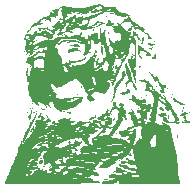
<source format=gbo>
G04 #@! TF.GenerationSoftware,KiCad,Pcbnew,9.0.0*
G04 #@! TF.CreationDate,2025-03-07T02:47:21-06:00*
G04 #@! TF.ProjectId,ATWILC1000_Breakout,41545749-4c43-4313-9030-305f42726561,rev?*
G04 #@! TF.SameCoordinates,Original*
G04 #@! TF.FileFunction,Legend,Bot*
G04 #@! TF.FilePolarity,Positive*
%FSLAX46Y46*%
G04 Gerber Fmt 4.6, Leading zero omitted, Abs format (unit mm)*
G04 Created by KiCad (PCBNEW 9.0.0) date 2025-03-07 02:47:21*
%MOMM*%
%LPD*%
G01*
G04 APERTURE LIST*
%ADD10C,0.000000*%
%ADD11R,1.700000X1.700000*%
%ADD12O,1.700000X1.700000*%
%ADD13R,1.500000X1.500000*%
G04 APERTURE END LIST*
D10*
G36*
X145376908Y-95476862D02*
G01*
X145375780Y-95485136D01*
X145366487Y-95487282D01*
X145364617Y-95484991D01*
X145366487Y-95466441D01*
X145371189Y-95463996D01*
X145376908Y-95476862D01*
G37*
G36*
X146418959Y-94575487D02*
G01*
X146421404Y-94580189D01*
X146408539Y-94585908D01*
X146400264Y-94584780D01*
X146398118Y-94575487D01*
X146400409Y-94573617D01*
X146418959Y-94575487D01*
G37*
G36*
X148284231Y-95539385D02*
G01*
X148283103Y-95547660D01*
X148273810Y-95549805D01*
X148271940Y-95547514D01*
X148273810Y-95528964D01*
X148278512Y-95526519D01*
X148284231Y-95539385D01*
G37*
G36*
X150639267Y-104297826D02*
G01*
X150641712Y-104302527D01*
X150628846Y-104308246D01*
X150620571Y-104307118D01*
X150618426Y-104297826D01*
X150620717Y-104295955D01*
X150639267Y-104297826D01*
G37*
G36*
X145303148Y-98356661D02*
G01*
X145314385Y-98376369D01*
X145310968Y-98389502D01*
X145290113Y-98397054D01*
X145268813Y-98386835D01*
X145265010Y-98368927D01*
X145287031Y-98355899D01*
X145303148Y-98356661D01*
G37*
G36*
X147438217Y-95861851D02*
G01*
X147432839Y-95882477D01*
X147427607Y-95888177D01*
X147406159Y-95889378D01*
X147399590Y-95882122D01*
X147410694Y-95866527D01*
X147421882Y-95860774D01*
X147438217Y-95861851D01*
G37*
G36*
X155092923Y-98350508D02*
G01*
X155090847Y-98353690D01*
X155075403Y-98368085D01*
X155067985Y-98361661D01*
X155069382Y-98358145D01*
X155086031Y-98343615D01*
X155094766Y-98339812D01*
X155092923Y-98350508D01*
G37*
G36*
X158906824Y-102381754D02*
G01*
X158884420Y-102406382D01*
X158871654Y-102416923D01*
X158867632Y-102416145D01*
X158871896Y-102404075D01*
X158901431Y-102376361D01*
X158936600Y-102346585D01*
X158906824Y-102381754D01*
G37*
G36*
X145461965Y-101500091D02*
G01*
X145453838Y-101528257D01*
X145452945Y-101529907D01*
X145436335Y-101552369D01*
X145429130Y-101546325D01*
X145434013Y-101513739D01*
X145442914Y-101493890D01*
X145456881Y-101488017D01*
X145461965Y-101500091D01*
G37*
G36*
X145809725Y-96154561D02*
G01*
X145812769Y-96161770D01*
X145809176Y-96187387D01*
X145794801Y-96207004D01*
X145776473Y-96209052D01*
X145767677Y-96188984D01*
X145773238Y-96169522D01*
X145791122Y-96152538D01*
X145809725Y-96154561D01*
G37*
G36*
X145923984Y-96086525D02*
G01*
X145913564Y-96107303D01*
X145908814Y-96111348D01*
X145887568Y-96116943D01*
X145877092Y-96103765D01*
X145879855Y-96096152D01*
X145900539Y-96080809D01*
X145911211Y-96078271D01*
X145923984Y-96086525D01*
G37*
G36*
X148026228Y-95716930D02*
G01*
X148034139Y-95742585D01*
X148028941Y-95765433D01*
X148006785Y-95770871D01*
X147992425Y-95764655D01*
X147979431Y-95742585D01*
X147983531Y-95729711D01*
X148006785Y-95714299D01*
X148026228Y-95716930D01*
G37*
G36*
X151379123Y-107918954D02*
G01*
X151386048Y-107923926D01*
X151386873Y-107932011D01*
X151359585Y-107934345D01*
X151330081Y-107930220D01*
X151316600Y-107918954D01*
X151322284Y-107907687D01*
X151346108Y-107905096D01*
X151379123Y-107918954D01*
G37*
G36*
X151381092Y-107438929D02*
G01*
X151395081Y-107460011D01*
X151384008Y-107486828D01*
X151372948Y-107493297D01*
X151349802Y-107486969D01*
X151334992Y-107460459D01*
X151337259Y-107443089D01*
X151362346Y-107434400D01*
X151381092Y-107438929D01*
G37*
G36*
X151738447Y-94096133D02*
G01*
X151751500Y-94122188D01*
X151750742Y-94136527D01*
X151731962Y-94148246D01*
X151717299Y-94142552D01*
X151707369Y-94115682D01*
X151708232Y-94106332D01*
X151720386Y-94090311D01*
X151738447Y-94096133D01*
G37*
G36*
X152136591Y-102435199D02*
G01*
X152145031Y-102456000D01*
X152143267Y-102466786D01*
X152129400Y-102479446D01*
X152122210Y-102476801D01*
X152113769Y-102456000D01*
X152115533Y-102445214D01*
X152129400Y-102432554D01*
X152136591Y-102435199D01*
G37*
G36*
X152195659Y-94320639D02*
G01*
X152207554Y-94335815D01*
X152207100Y-94339552D01*
X152191923Y-94351446D01*
X152188187Y-94350992D01*
X152176292Y-94335815D01*
X152176747Y-94332079D01*
X152191923Y-94320185D01*
X152195659Y-94320639D01*
G37*
G36*
X152589554Y-104027516D02*
G01*
X152598323Y-104054610D01*
X152597887Y-104066284D01*
X152591648Y-104071611D01*
X152571900Y-104054060D01*
X152557205Y-104034766D01*
X152555229Y-104017884D01*
X152570527Y-104013459D01*
X152589554Y-104027516D01*
G37*
G36*
X155102982Y-100807408D02*
G01*
X155114877Y-100822585D01*
X155114423Y-100826321D01*
X155099246Y-100838215D01*
X155095510Y-100837761D01*
X155083615Y-100822585D01*
X155084070Y-100818849D01*
X155099246Y-100806954D01*
X155102982Y-100807408D01*
G37*
G36*
X155522130Y-97795469D02*
G01*
X155552539Y-97821477D01*
X155559373Y-97839067D01*
X155552997Y-97852304D01*
X155528507Y-97846440D01*
X155490015Y-97821477D01*
X155450939Y-97790911D01*
X155493373Y-97790563D01*
X155522130Y-97795469D01*
G37*
G36*
X155509870Y-98629656D02*
G01*
X155521277Y-98651753D01*
X155520073Y-98657009D01*
X155505646Y-98657723D01*
X155501422Y-98654529D01*
X155490015Y-98632432D01*
X155491220Y-98627176D01*
X155505646Y-98626462D01*
X155509870Y-98629656D01*
G37*
G36*
X157401854Y-102888584D02*
G01*
X157418253Y-102909292D01*
X157421994Y-102920906D01*
X157421839Y-102932739D01*
X157415465Y-102928704D01*
X157396969Y-102909292D01*
X157388206Y-102895140D01*
X157393383Y-102885846D01*
X157401854Y-102888584D01*
G37*
G36*
X157657212Y-103879391D02*
G01*
X157658751Y-103909662D01*
X157658549Y-103926220D01*
X157656178Y-103948667D01*
X157651953Y-103945013D01*
X157649121Y-103923218D01*
X157651637Y-103882490D01*
X157653681Y-103874799D01*
X157657212Y-103879391D01*
G37*
G36*
X152138897Y-95867759D02*
G01*
X152155099Y-95873111D01*
X152145031Y-95891077D01*
X152132226Y-95903829D01*
X152111855Y-95914523D01*
X152105562Y-95911892D01*
X152098139Y-95891077D01*
X152104363Y-95876964D01*
X152131314Y-95867631D01*
X152138897Y-95867759D01*
G37*
G36*
X152269579Y-104205878D02*
G01*
X152293216Y-104223068D01*
X152294603Y-104243976D01*
X152279281Y-104254914D01*
X152245708Y-104261354D01*
X152216958Y-104254814D01*
X152207554Y-104230092D01*
X152211866Y-104211437D01*
X152234908Y-104199070D01*
X152269579Y-104205878D01*
G37*
G36*
X154315729Y-103620177D02*
G01*
X154330607Y-103641300D01*
X154331203Y-103644773D01*
X154326507Y-103663409D01*
X154299560Y-103664746D01*
X154276350Y-103656094D01*
X154263000Y-103636123D01*
X154269034Y-103620693D01*
X154290728Y-103612965D01*
X154315729Y-103620177D01*
G37*
G36*
X155959086Y-100036816D02*
G01*
X155980160Y-100053785D01*
X155990200Y-100074222D01*
X155988146Y-100080021D01*
X155968426Y-100087939D01*
X155948778Y-100079249D01*
X155934997Y-100056481D01*
X155939039Y-100034895D01*
X155940543Y-100033743D01*
X155959086Y-100036816D01*
G37*
G36*
X149221966Y-99926284D02*
G01*
X149233840Y-99955212D01*
X149232372Y-99985514D01*
X149223495Y-99999177D01*
X149202530Y-100005874D01*
X149190151Y-99991086D01*
X149183542Y-99960291D01*
X149185502Y-99928954D01*
X149196927Y-99912092D01*
X149203024Y-99911724D01*
X149221966Y-99926284D01*
G37*
G36*
X151009661Y-96723812D02*
G01*
X151016822Y-96758585D01*
X151017474Y-96766642D01*
X151016238Y-96796929D01*
X151006451Y-96797662D01*
X150998835Y-96787451D01*
X150987596Y-96756164D01*
X150986167Y-96725158D01*
X150996169Y-96708495D01*
X150998466Y-96708398D01*
X151009661Y-96723812D01*
G37*
G36*
X157691023Y-103631071D02*
G01*
X157691662Y-103675200D01*
X157691610Y-103693547D01*
X157689956Y-103727346D01*
X157685027Y-103734809D01*
X157675498Y-103719578D01*
X157667608Y-103693295D01*
X157675322Y-103641424D01*
X157682074Y-103623813D01*
X157688342Y-103615006D01*
X157691023Y-103631071D01*
G37*
G36*
X158337398Y-102090015D02*
G01*
X158350772Y-102108922D01*
X158358178Y-102137109D01*
X158354381Y-102157685D01*
X158352292Y-102159269D01*
X158332635Y-102157668D01*
X158327018Y-102151846D01*
X158319865Y-102127351D01*
X158321884Y-102100995D01*
X158332992Y-102088677D01*
X158337398Y-102090015D01*
G37*
G36*
X144744329Y-96922387D02*
G01*
X144746919Y-96924392D01*
X144764712Y-96941143D01*
X144761623Y-96955751D01*
X144736046Y-96979246D01*
X144719426Y-96991458D01*
X144696572Y-96996574D01*
X144689881Y-96976515D01*
X144700763Y-96933125D01*
X144707464Y-96916969D01*
X144720414Y-96907627D01*
X144744329Y-96922387D01*
G37*
G36*
X146468740Y-106775399D02*
G01*
X146476189Y-106800111D01*
X146461255Y-106845820D01*
X146456790Y-106854656D01*
X146426787Y-106892590D01*
X146394534Y-106901930D01*
X146363290Y-106881489D01*
X146352563Y-106851549D01*
X146367383Y-106816964D01*
X146407449Y-106786286D01*
X146440242Y-106773161D01*
X146468740Y-106775399D01*
G37*
G36*
X146589213Y-94484308D02*
G01*
X146606382Y-94498433D01*
X146610260Y-94512400D01*
X146589213Y-94531200D01*
X146561914Y-94549424D01*
X146537736Y-94550942D01*
X146510716Y-94529544D01*
X146494796Y-94505704D01*
X146503698Y-94482652D01*
X146517127Y-94469789D01*
X146549014Y-94462927D01*
X146589213Y-94484308D01*
G37*
G36*
X146938613Y-103127597D02*
G01*
X146956094Y-103155098D01*
X146967033Y-103190665D01*
X146965976Y-103220911D01*
X146947164Y-103241271D01*
X146919420Y-103242471D01*
X146898732Y-103221873D01*
X146895045Y-103201309D01*
X146898580Y-103165143D01*
X146909702Y-103133725D01*
X146924987Y-103120308D01*
X146938613Y-103127597D01*
G37*
G36*
X148197524Y-95590911D02*
G01*
X148208036Y-95612834D01*
X148210196Y-95650368D01*
X148208670Y-95655126D01*
X148187948Y-95676719D01*
X148158270Y-95679163D01*
X148131651Y-95664525D01*
X148120108Y-95634873D01*
X148124346Y-95609434D01*
X148143857Y-95582092D01*
X148171226Y-95574228D01*
X148197524Y-95590911D01*
G37*
G36*
X151518294Y-94886393D02*
G01*
X151552890Y-94907507D01*
X151566692Y-94940726D01*
X151566311Y-94943868D01*
X151549952Y-94957242D01*
X151518284Y-94960587D01*
X151483513Y-94954177D01*
X151457845Y-94938285D01*
X151446519Y-94913777D01*
X151458230Y-94891575D01*
X151494150Y-94882892D01*
X151518294Y-94886393D01*
G37*
G36*
X156872783Y-100202830D02*
G01*
X156900272Y-100225540D01*
X156935862Y-100259877D01*
X156996914Y-100322400D01*
X156953637Y-100322400D01*
X156899970Y-100314926D01*
X156862471Y-100288644D01*
X156849892Y-100243696D01*
X156849892Y-100243604D01*
X156853560Y-100210937D01*
X156862351Y-100197354D01*
X156872783Y-100202830D01*
G37*
G36*
X144766807Y-97070992D02*
G01*
X144767363Y-97071224D01*
X144804722Y-97096574D01*
X144811584Y-97128769D01*
X144787997Y-97168031D01*
X144773806Y-97181731D01*
X144756795Y-97185873D01*
X144740789Y-97166943D01*
X144720817Y-97121499D01*
X144712411Y-97097799D01*
X144709223Y-97067067D01*
X144726693Y-97058858D01*
X144766807Y-97070992D01*
G37*
G36*
X150669028Y-95212056D02*
G01*
X150680219Y-95233655D01*
X150672584Y-95267292D01*
X150646424Y-95301623D01*
X150606251Y-95328297D01*
X150580121Y-95339000D01*
X150538098Y-95349787D01*
X150520711Y-95341358D01*
X150527831Y-95313540D01*
X150559327Y-95266161D01*
X150601099Y-95220493D01*
X150637733Y-95201949D01*
X150669028Y-95212056D01*
G37*
G36*
X152316829Y-98345021D02*
G01*
X152325020Y-98357083D01*
X152331754Y-98390145D01*
X152331240Y-98426980D01*
X152322605Y-98451493D01*
X152312246Y-98456763D01*
X152289853Y-98443364D01*
X152262274Y-98399838D01*
X152248702Y-98370512D01*
X152250075Y-98354422D01*
X152270060Y-98345113D01*
X152290264Y-98341277D01*
X152316829Y-98345021D01*
G37*
G36*
X152423895Y-106966355D02*
G01*
X152439251Y-106984521D01*
X152440166Y-107019001D01*
X152425835Y-107060289D01*
X152408182Y-107080772D01*
X152380331Y-107090592D01*
X152358366Y-107078645D01*
X152356592Y-107073955D01*
X152360459Y-107045312D01*
X152376345Y-107009322D01*
X152397660Y-106978529D01*
X152417815Y-106965477D01*
X152423895Y-106966355D01*
G37*
G36*
X150928173Y-97571936D02*
G01*
X150934385Y-97590385D01*
X150927566Y-97631960D01*
X150908298Y-97692523D01*
X150905419Y-97699518D01*
X150887643Y-97723130D01*
X150870797Y-97725240D01*
X150863308Y-97703744D01*
X150863985Y-97694410D01*
X150873566Y-97657201D01*
X150890444Y-97616910D01*
X150909430Y-97584612D01*
X150925331Y-97571385D01*
X150928173Y-97571936D01*
G37*
G36*
X151893920Y-95491450D02*
G01*
X151905277Y-95518503D01*
X151910834Y-95558341D01*
X151909465Y-95597584D01*
X151900043Y-95622855D01*
X151883339Y-95625897D01*
X151856995Y-95611263D01*
X151832446Y-95584633D01*
X151819208Y-95554100D01*
X151818622Y-95546976D01*
X151829246Y-95511884D01*
X151855877Y-95488874D01*
X151888642Y-95487423D01*
X151893920Y-95491450D01*
G37*
G36*
X158198299Y-102086653D02*
G01*
X158209769Y-102121852D01*
X158201870Y-102149201D01*
X158178508Y-102182462D01*
X158147875Y-102204000D01*
X158109746Y-102214025D01*
X158081150Y-102204940D01*
X158078996Y-102190238D01*
X158087862Y-102157080D01*
X158104882Y-102117869D01*
X158125069Y-102083747D01*
X158143430Y-102065859D01*
X158171038Y-102065699D01*
X158198299Y-102086653D01*
G37*
G36*
X158796477Y-102505510D02*
G01*
X158780885Y-102529713D01*
X158751817Y-102563535D01*
X158731676Y-102583637D01*
X158696151Y-102611851D01*
X158671948Y-102620867D01*
X158663559Y-102608400D01*
X158665055Y-102601653D01*
X158682454Y-102575020D01*
X158712709Y-102544584D01*
X158747473Y-102517189D01*
X158778398Y-102499678D01*
X158797135Y-102498894D01*
X158796477Y-102505510D01*
G37*
G36*
X146183069Y-106100615D02*
G01*
X146202884Y-106120543D01*
X146222303Y-106155896D01*
X146232275Y-106183445D01*
X146231619Y-106206550D01*
X146212931Y-106225111D01*
X146179652Y-106242452D01*
X146138013Y-106244532D01*
X146107665Y-106223890D01*
X146095923Y-106183153D01*
X146099010Y-106162331D01*
X146119020Y-106126017D01*
X146149831Y-106102390D01*
X146182256Y-106100272D01*
X146183069Y-106100615D01*
G37*
G36*
X148133388Y-102139996D02*
G01*
X148163935Y-102154513D01*
X148173196Y-102177227D01*
X148158635Y-102214751D01*
X148148227Y-102230874D01*
X148129430Y-102242446D01*
X148098356Y-102241362D01*
X148046426Y-102228688D01*
X148003637Y-102214264D01*
X147983035Y-102197901D01*
X147992615Y-102179320D01*
X148031854Y-102155925D01*
X148043902Y-102150205D01*
X148092258Y-102135281D01*
X148133388Y-102139996D01*
G37*
G36*
X149249431Y-100628857D02*
G01*
X149253479Y-100631801D01*
X149274502Y-100664576D01*
X149283998Y-100710216D01*
X149278441Y-100753567D01*
X149276190Y-100758302D01*
X149252296Y-100774118D01*
X149218058Y-100769628D01*
X149184167Y-100745720D01*
X149180016Y-100740768D01*
X149163984Y-100703017D01*
X149167289Y-100665109D01*
X149185551Y-100634885D01*
X149214391Y-100620187D01*
X149249431Y-100628857D01*
G37*
G36*
X154801809Y-100931408D02*
G01*
X154805400Y-100933837D01*
X154815223Y-100950616D01*
X154797412Y-100968534D01*
X154750340Y-100989426D01*
X154707243Y-101001786D01*
X154662088Y-101008233D01*
X154628107Y-101006793D01*
X154614692Y-100996946D01*
X154615328Y-100991613D01*
X154634416Y-100965901D01*
X154672656Y-100943506D01*
X154720000Y-100927946D01*
X154766400Y-100922741D01*
X154801809Y-100931408D01*
G37*
G36*
X157725658Y-104201583D02*
G01*
X157736718Y-104246465D01*
X157740607Y-104319969D01*
X157737946Y-104377829D01*
X157729137Y-104410970D01*
X157714532Y-104414351D01*
X157694504Y-104387428D01*
X157694134Y-104386722D01*
X157684063Y-104351700D01*
X157679251Y-104303501D01*
X157679632Y-104253134D01*
X157685137Y-104211609D01*
X157695702Y-104189935D01*
X157707696Y-104186101D01*
X157725658Y-104201583D01*
G37*
G36*
X145154170Y-102175779D02*
G01*
X145149910Y-102201456D01*
X145126256Y-102230343D01*
X145089307Y-102253926D01*
X145088890Y-102254108D01*
X145046113Y-102269067D01*
X145011070Y-102275634D01*
X144995832Y-102275357D01*
X144990306Y-102268602D01*
X145007543Y-102247241D01*
X145022148Y-102233375D01*
X145057864Y-102207342D01*
X145097475Y-102184463D01*
X145131390Y-102169992D01*
X145150013Y-102169187D01*
X145154170Y-102175779D01*
G37*
G36*
X146287393Y-94983563D02*
G01*
X146321453Y-95001240D01*
X146340693Y-95024567D01*
X146340905Y-95042424D01*
X146314541Y-95051219D01*
X146259509Y-95052688D01*
X146223947Y-95052751D01*
X146182925Y-95055598D01*
X146162794Y-95060904D01*
X146152329Y-95066929D01*
X146130145Y-95061324D01*
X146119369Y-95038359D01*
X146123289Y-95023919D01*
X146149360Y-95000686D01*
X146191779Y-94985044D01*
X146240979Y-94978750D01*
X146287393Y-94983563D01*
G37*
G36*
X149596335Y-100035749D02*
G01*
X149625378Y-100065440D01*
X149658601Y-100106460D01*
X149689895Y-100150692D01*
X149713152Y-100190021D01*
X149722262Y-100216329D01*
X149722241Y-100218889D01*
X149718525Y-100237897D01*
X149705969Y-100237851D01*
X149681079Y-100216914D01*
X149640358Y-100173244D01*
X149621470Y-100150412D01*
X149591864Y-100105901D01*
X149572953Y-100065709D01*
X149567573Y-100036619D01*
X149578561Y-100025415D01*
X149596335Y-100035749D01*
G37*
G36*
X155761865Y-96125068D02*
G01*
X155773528Y-96155568D01*
X155789092Y-96199785D01*
X155800466Y-96234134D01*
X155806724Y-96261326D01*
X155801726Y-96272112D01*
X155785063Y-96274031D01*
X155768026Y-96270179D01*
X155734541Y-96250486D01*
X155705566Y-96222936D01*
X155693215Y-96197609D01*
X155694030Y-96193017D01*
X155706176Y-96170057D01*
X155726478Y-96143091D01*
X155746654Y-96122264D01*
X155758422Y-96117723D01*
X155761865Y-96125068D01*
G37*
G36*
X157251651Y-100612633D02*
G01*
X157279088Y-100639455D01*
X157314192Y-100677326D01*
X157350669Y-100719208D01*
X157382224Y-100758065D01*
X157402563Y-100786860D01*
X157403126Y-100796631D01*
X157385692Y-100794964D01*
X157355534Y-100782516D01*
X157319807Y-100762846D01*
X157285669Y-100739515D01*
X157260278Y-100716083D01*
X157239135Y-100682304D01*
X157226676Y-100645150D01*
X157225931Y-100615724D01*
X157238763Y-100603754D01*
X157251651Y-100612633D01*
G37*
G36*
X146991748Y-106785331D02*
G01*
X147026102Y-106809333D01*
X147027937Y-106811365D01*
X147044540Y-106833533D01*
X147041945Y-106851644D01*
X147018762Y-106878844D01*
X146986582Y-106903440D01*
X146926314Y-106921665D01*
X146879090Y-106923461D01*
X146830622Y-106917442D01*
X146807428Y-106902136D01*
X146812062Y-106878510D01*
X146812473Y-106877934D01*
X146843611Y-106845354D01*
X146886364Y-106812853D01*
X146929604Y-106787887D01*
X146962208Y-106777908D01*
X146991748Y-106785331D01*
G37*
G36*
X152146044Y-93851548D02*
G01*
X152220718Y-93856505D01*
X152274958Y-93866900D01*
X152305192Y-93881800D01*
X152307847Y-93900268D01*
X152305934Y-93902099D01*
X152280880Y-93908083D01*
X152235665Y-93910361D01*
X152179180Y-93909284D01*
X152120314Y-93905199D01*
X152067956Y-93898455D01*
X152030996Y-93889402D01*
X152020750Y-93885084D01*
X152003843Y-93871362D01*
X152015967Y-93860673D01*
X152055436Y-93853734D01*
X152120567Y-93851262D01*
X152146044Y-93851548D01*
G37*
G36*
X154535967Y-98267677D02*
G01*
X154567005Y-98300755D01*
X154572660Y-98308115D01*
X154605442Y-98365649D01*
X154609214Y-98412501D01*
X154584056Y-98449345D01*
X154549004Y-98472081D01*
X154516084Y-98473887D01*
X154483859Y-98448949D01*
X154473403Y-98436725D01*
X154466241Y-98417866D01*
X154481437Y-98400143D01*
X154482954Y-98398781D01*
X154499017Y-98367260D01*
X154505277Y-98319748D01*
X154506836Y-98288696D01*
X154516403Y-98263506D01*
X154535967Y-98267677D01*
G37*
G36*
X158260596Y-101800837D02*
G01*
X158261211Y-101801619D01*
X158262266Y-101823239D01*
X158254009Y-101859452D01*
X158253716Y-101860372D01*
X158241019Y-101900552D01*
X158232329Y-101928462D01*
X158229361Y-101935661D01*
X158215398Y-101948000D01*
X158208266Y-101946493D01*
X158182195Y-101928146D01*
X158157941Y-101899169D01*
X158147246Y-101872562D01*
X158148582Y-101861054D01*
X158166536Y-101827775D01*
X158197754Y-101802491D01*
X158232390Y-101791435D01*
X158260596Y-101800837D01*
G37*
G36*
X145359613Y-101727879D02*
G01*
X145354439Y-101758176D01*
X145338113Y-101817127D01*
X145313075Y-101879280D01*
X145266971Y-101937453D01*
X145197154Y-101983396D01*
X145193333Y-101985332D01*
X145160930Y-102001375D01*
X145144455Y-102008865D01*
X145144232Y-102008799D01*
X145152794Y-101996341D01*
X145176651Y-101966694D01*
X145211192Y-101925610D01*
X145248897Y-101878960D01*
X145291176Y-101821387D01*
X145322318Y-101773210D01*
X145335593Y-101750695D01*
X145353408Y-101725598D01*
X145359613Y-101727879D01*
G37*
G36*
X152405044Y-102743368D02*
G01*
X152404110Y-102777820D01*
X152400079Y-102826715D01*
X152395725Y-102859188D01*
X152377988Y-102919584D01*
X152345013Y-102970777D01*
X152330697Y-102987347D01*
X152302372Y-103015423D01*
X152284570Y-103026523D01*
X152280497Y-103025278D01*
X152271589Y-103004552D01*
X152269958Y-102965117D01*
X152274870Y-102915839D01*
X152285592Y-102865586D01*
X152301390Y-102823223D01*
X152325132Y-102786127D01*
X152355745Y-102752758D01*
X152384314Y-102732780D01*
X152403497Y-102732702D01*
X152405044Y-102743368D01*
G37*
G36*
X156974103Y-102486254D02*
G01*
X156978556Y-102493381D01*
X156992047Y-102529703D01*
X157006213Y-102583455D01*
X157019188Y-102645143D01*
X157029109Y-102705274D01*
X157034112Y-102754351D01*
X157032333Y-102782880D01*
X157024919Y-102797247D01*
X157004121Y-102806167D01*
X156971630Y-102788154D01*
X156964020Y-102779486D01*
X156952259Y-102748876D01*
X156943202Y-102695940D01*
X156935922Y-102616215D01*
X156932020Y-102545273D01*
X156932764Y-102493325D01*
X156939559Y-102467761D01*
X156953105Y-102466199D01*
X156974103Y-102486254D01*
G37*
G36*
X148621141Y-102206443D02*
G01*
X148670291Y-102225561D01*
X148697941Y-102257120D01*
X148697118Y-102284062D01*
X148681496Y-102319531D01*
X148678887Y-102323464D01*
X148663030Y-102342502D01*
X148642625Y-102351890D01*
X148608828Y-102353730D01*
X148552792Y-102350125D01*
X148534407Y-102348518D01*
X148479467Y-102340508D01*
X148444645Y-102327534D01*
X148421092Y-102306676D01*
X148410795Y-102292994D01*
X148398920Y-102262886D01*
X148413606Y-102240336D01*
X148457113Y-102219897D01*
X148489010Y-102210266D01*
X148558159Y-102200949D01*
X148621141Y-102206443D01*
G37*
G36*
X151830813Y-107864910D02*
G01*
X151847618Y-107886892D01*
X151857929Y-107917719D01*
X151846515Y-107944245D01*
X151835158Y-107953574D01*
X151810107Y-107960540D01*
X151767581Y-107961808D01*
X151700846Y-107958013D01*
X151687809Y-107957005D01*
X151624131Y-107951408D01*
X151570796Y-107945695D01*
X151538228Y-107940960D01*
X151515950Y-107934097D01*
X151505382Y-107921145D01*
X151520457Y-107907255D01*
X151557994Y-107894719D01*
X151614812Y-107885825D01*
X151662658Y-107880629D01*
X151725157Y-107872368D01*
X151772287Y-107864487D01*
X151806022Y-107859406D01*
X151830813Y-107864910D01*
G37*
G36*
X153785938Y-105703505D02*
G01*
X153807787Y-105746035D01*
X153825382Y-105797446D01*
X153840689Y-105862203D01*
X153847260Y-105918707D01*
X153843362Y-105956694D01*
X153839749Y-105964680D01*
X153828088Y-105976040D01*
X153805823Y-105979346D01*
X153766345Y-105974894D01*
X153703047Y-105962980D01*
X153682189Y-105958648D01*
X153628768Y-105943963D01*
X153600670Y-105925284D01*
X153596372Y-105897447D01*
X153614351Y-105855289D01*
X153653083Y-105793647D01*
X153653723Y-105792684D01*
X153699049Y-105729786D01*
X153734344Y-105694526D01*
X153762382Y-105686050D01*
X153785938Y-105703505D01*
G37*
G36*
X145824763Y-102152039D02*
G01*
X145838395Y-102159978D01*
X145830484Y-102181931D01*
X145825498Y-102188875D01*
X145793523Y-102212041D01*
X145747873Y-102229736D01*
X145719993Y-102237385D01*
X145657697Y-102256161D01*
X145595739Y-102276472D01*
X145557878Y-102288597D01*
X145516447Y-102299291D01*
X145494139Y-102301610D01*
X145489263Y-102299741D01*
X145478285Y-102281932D01*
X145488853Y-102257461D01*
X145517585Y-102235814D01*
X145520588Y-102234430D01*
X145575384Y-102212339D01*
X145641037Y-102190017D01*
X145707572Y-102170417D01*
X145765016Y-102156493D01*
X145803396Y-102151197D01*
X145824763Y-102152039D01*
G37*
G36*
X146282673Y-106291849D02*
G01*
X146333143Y-106319297D01*
X146346064Y-106333016D01*
X146358325Y-106363562D01*
X146356375Y-106410233D01*
X146348490Y-106444322D01*
X146330785Y-106478568D01*
X146298625Y-106518251D01*
X146247127Y-106570535D01*
X146225925Y-106590644D01*
X146180485Y-106630523D01*
X146144109Y-106658158D01*
X146123190Y-106668492D01*
X146090889Y-106658894D01*
X146049087Y-106627309D01*
X146010394Y-106581971D01*
X145981945Y-106531499D01*
X145970877Y-106484513D01*
X145980486Y-106455771D01*
X146008312Y-106413666D01*
X146047405Y-106368095D01*
X146090742Y-106327180D01*
X146131297Y-106299043D01*
X146155459Y-106289391D01*
X146218868Y-106281421D01*
X146282673Y-106291849D01*
G37*
G36*
X146229884Y-101881047D02*
G01*
X146275301Y-101899853D01*
X146328387Y-101928060D01*
X146381763Y-101962354D01*
X146405115Y-101977733D01*
X146465218Y-102004294D01*
X146538446Y-102016495D01*
X146543567Y-102016933D01*
X146615226Y-102028878D01*
X146659266Y-102049094D01*
X146674262Y-102076949D01*
X146671087Y-102081661D01*
X146643921Y-102086028D01*
X146592200Y-102082231D01*
X146568213Y-102079366D01*
X146498594Y-102072370D01*
X146435944Y-102067609D01*
X146368002Y-102054988D01*
X146297608Y-102017428D01*
X146285339Y-102008215D01*
X146243427Y-101970287D01*
X146210576Y-101931272D01*
X146191921Y-101898020D01*
X146192597Y-101877378D01*
X146199518Y-101874957D01*
X146229884Y-101881047D01*
G37*
G36*
X146223756Y-102277239D02*
G01*
X146232962Y-102311070D01*
X146230821Y-102352977D01*
X146216689Y-102390580D01*
X146207048Y-102408058D01*
X146186981Y-102453515D01*
X146167471Y-102506602D01*
X146155441Y-102537930D01*
X146130667Y-102585568D01*
X146106363Y-102616017D01*
X146091898Y-102629133D01*
X146056880Y-102666240D01*
X146020270Y-102710000D01*
X145983926Y-102751611D01*
X145952144Y-102772504D01*
X145925303Y-102767242D01*
X145898771Y-102736850D01*
X145889299Y-102721282D01*
X145883138Y-102701638D01*
X145886630Y-102677465D01*
X145901298Y-102640991D01*
X145928668Y-102584450D01*
X145934403Y-102573323D01*
X145968048Y-102517936D01*
X146011095Y-102457814D01*
X146059052Y-102398059D01*
X146107429Y-102343772D01*
X146151734Y-102300054D01*
X146187476Y-102272007D01*
X146210163Y-102264732D01*
X146223756Y-102277239D01*
G37*
G36*
X155364822Y-96395879D02*
G01*
X155437554Y-96411236D01*
X155511360Y-96436372D01*
X155522474Y-96440926D01*
X155577384Y-96460662D01*
X155625171Y-96470049D01*
X155674986Y-96469075D01*
X155735982Y-96457731D01*
X155817309Y-96436003D01*
X155855433Y-96425147D01*
X155824325Y-96478543D01*
X155810319Y-96498801D01*
X155754923Y-96549504D01*
X155680647Y-96590608D01*
X155596458Y-96616677D01*
X155580896Y-96619367D01*
X155532497Y-96624034D01*
X155497831Y-96622212D01*
X155470940Y-96613230D01*
X155421734Y-96591941D01*
X155363175Y-96563434D01*
X155302836Y-96531719D01*
X155248286Y-96500808D01*
X155207097Y-96474712D01*
X155186842Y-96457443D01*
X155185294Y-96454869D01*
X155180646Y-96426006D01*
X155201075Y-96405364D01*
X155241782Y-96393255D01*
X155297964Y-96389989D01*
X155364822Y-96395879D01*
G37*
G36*
X154872299Y-95836255D02*
G01*
X154908252Y-95864713D01*
X154922403Y-95910573D01*
X154912544Y-95966951D01*
X154901854Y-96004893D01*
X154896046Y-96051302D01*
X154889258Y-96085067D01*
X154866968Y-96124531D01*
X154849048Y-96154820D01*
X154828963Y-96205337D01*
X154811542Y-96264474D01*
X154795603Y-96324374D01*
X154769529Y-96398422D01*
X154740739Y-96449560D01*
X154706772Y-96482918D01*
X154704629Y-96484370D01*
X154670985Y-96497312D01*
X154642398Y-96494348D01*
X154630323Y-96476448D01*
X154632109Y-96467623D01*
X154641886Y-96433532D01*
X154658276Y-96381262D01*
X154679095Y-96317905D01*
X154695768Y-96263810D01*
X154723410Y-96147565D01*
X154738935Y-96039569D01*
X154740162Y-96025519D01*
X154752068Y-95935845D01*
X154769663Y-95874477D01*
X154794519Y-95839019D01*
X154828208Y-95827077D01*
X154872299Y-95836255D01*
G37*
G36*
X156276717Y-101781883D02*
G01*
X156315773Y-101799155D01*
X156364697Y-101823873D01*
X156395258Y-101841752D01*
X156469824Y-101900248D01*
X156546639Y-101982872D01*
X156573864Y-102015791D01*
X156616066Y-102067896D01*
X156642287Y-102103003D01*
X156655424Y-102125675D01*
X156658375Y-102140473D01*
X156654038Y-102151960D01*
X156652431Y-102154328D01*
X156644279Y-102160325D01*
X156629319Y-102160985D01*
X156603091Y-102155090D01*
X156561140Y-102141422D01*
X156499005Y-102118763D01*
X156412231Y-102085895D01*
X156382226Y-102074400D01*
X156302215Y-102042728D01*
X156246190Y-102017747D01*
X156209946Y-101996626D01*
X156189275Y-101976532D01*
X156179971Y-101954634D01*
X156177828Y-101928101D01*
X156178953Y-101912970D01*
X156190777Y-101868088D01*
X156211288Y-101823636D01*
X156235246Y-101789623D01*
X156257413Y-101776062D01*
X156276717Y-101781883D01*
G37*
G36*
X153172164Y-106330784D02*
G01*
X153250634Y-106356104D01*
X153281917Y-106367654D01*
X153353655Y-106398896D01*
X153415954Y-106432291D01*
X153463824Y-106464645D01*
X153492274Y-106492760D01*
X153496315Y-106513442D01*
X153483887Y-106519560D01*
X153447398Y-106525513D01*
X153397079Y-106527815D01*
X153358971Y-106528385D01*
X153322694Y-106532857D01*
X153302378Y-106544597D01*
X153288921Y-106566892D01*
X153280329Y-106583032D01*
X153266171Y-106596757D01*
X153243152Y-106603634D01*
X153205762Y-106604195D01*
X153148489Y-106598975D01*
X153065824Y-106588509D01*
X153047689Y-106586049D01*
X152964984Y-106572358D01*
X152911345Y-106556637D01*
X152884930Y-106536183D01*
X152883898Y-106508291D01*
X152906405Y-106470258D01*
X152950612Y-106419380D01*
X152978141Y-106390579D01*
X153025293Y-106347963D01*
X153067806Y-106324961D01*
X153113992Y-106319819D01*
X153172164Y-106330784D01*
G37*
G36*
X155651485Y-96699892D02*
G01*
X155642643Y-96722346D01*
X155621268Y-96758212D01*
X155596032Y-96802056D01*
X155586817Y-96841126D01*
X155590743Y-96891074D01*
X155593706Y-96911877D01*
X155595693Y-96945033D01*
X155588031Y-96958954D01*
X155568112Y-96961785D01*
X155549880Y-96958211D01*
X155508203Y-96942292D01*
X155454392Y-96917010D01*
X155395208Y-96886093D01*
X155337410Y-96853271D01*
X155287757Y-96822276D01*
X155253008Y-96796836D01*
X155239923Y-96780682D01*
X155242214Y-96772272D01*
X155263890Y-96761599D01*
X155302039Y-96763077D01*
X155348760Y-96774990D01*
X155396153Y-96795627D01*
X155436315Y-96823273D01*
X155436656Y-96823579D01*
X155476557Y-96847973D01*
X155510628Y-96848495D01*
X155531844Y-96825015D01*
X155542913Y-96804689D01*
X155568913Y-96770381D01*
X155600727Y-96734967D01*
X155630309Y-96707256D01*
X155649611Y-96696062D01*
X155651485Y-96699892D01*
G37*
G36*
X145511313Y-103388690D02*
G01*
X145534919Y-103393476D01*
X145554912Y-103410709D01*
X145565190Y-103449085D01*
X145566072Y-103454360D01*
X145574928Y-103494939D01*
X145583849Y-103520115D01*
X145585087Y-103549123D01*
X145567392Y-103594193D01*
X145534207Y-103649498D01*
X145489000Y-103709255D01*
X145435243Y-103767683D01*
X145421480Y-103781285D01*
X145372747Y-103830764D01*
X145330926Y-103875092D01*
X145303844Y-103906028D01*
X145300128Y-103910619D01*
X145275003Y-103937686D01*
X145258815Y-103948739D01*
X145250861Y-103937545D01*
X145253769Y-103907112D01*
X145265664Y-103866449D01*
X145283863Y-103824606D01*
X145305684Y-103790633D01*
X145312066Y-103782654D01*
X145335971Y-103743916D01*
X145345646Y-103712455D01*
X145345659Y-103711020D01*
X145356020Y-103663694D01*
X145381005Y-103614013D01*
X145413678Y-103572978D01*
X145447102Y-103551587D01*
X145465579Y-103546007D01*
X145479178Y-103534153D01*
X145481928Y-103509304D01*
X145476811Y-103462517D01*
X145466334Y-103383534D01*
X145511313Y-103388690D01*
G37*
G36*
X151265784Y-96587163D02*
G01*
X151290300Y-96602888D01*
X151324079Y-96634713D01*
X151359927Y-96674726D01*
X151390648Y-96715018D01*
X151409048Y-96747679D01*
X151412117Y-96761209D01*
X151417585Y-96804483D01*
X151423294Y-96869011D01*
X151428728Y-96948650D01*
X151433371Y-97037255D01*
X151437105Y-97123005D01*
X151439538Y-97194224D01*
X151439707Y-97243927D01*
X151437189Y-97277248D01*
X151431562Y-97299322D01*
X151422403Y-97315284D01*
X151409292Y-97330271D01*
X151406013Y-97333697D01*
X151380741Y-97355668D01*
X151366343Y-97360615D01*
X151359766Y-97348131D01*
X151344955Y-97311942D01*
X151325563Y-97260224D01*
X151304517Y-97200837D01*
X151284748Y-97141642D01*
X151283298Y-97136847D01*
X151273487Y-97086679D01*
X151269198Y-97032226D01*
X151266985Y-97003958D01*
X151255802Y-96943990D01*
X151238446Y-96883631D01*
X151223775Y-96833100D01*
X151212128Y-96761109D01*
X151210695Y-96694193D01*
X151218967Y-96638628D01*
X151236432Y-96600687D01*
X151262583Y-96586646D01*
X151265784Y-96587163D01*
G37*
G36*
X155860662Y-97352952D02*
G01*
X155871923Y-97395689D01*
X155885945Y-97458168D01*
X155901915Y-97537748D01*
X155938216Y-97727692D01*
X155889962Y-97727770D01*
X155873477Y-97726729D01*
X155822376Y-97717368D01*
X155767988Y-97701425D01*
X155737315Y-97690781D01*
X155705122Y-97683005D01*
X155684414Y-97686751D01*
X155664338Y-97702089D01*
X155649251Y-97714832D01*
X155630306Y-97720390D01*
X155609128Y-97703894D01*
X155597854Y-97690362D01*
X155578381Y-97651791D01*
X155570605Y-97613082D01*
X155577911Y-97586916D01*
X155581646Y-97584276D01*
X155610974Y-97574815D01*
X155654139Y-97568522D01*
X155674781Y-97566744D01*
X155703655Y-97560162D01*
X155713177Y-97542777D01*
X155711599Y-97505542D01*
X155710576Y-97491626D01*
X155712704Y-97462647D01*
X155727173Y-97445335D01*
X155760265Y-97435078D01*
X155818262Y-97427268D01*
X155835996Y-97424065D01*
X155851901Y-97409894D01*
X155852245Y-97376117D01*
X155851560Y-97369604D01*
X155849669Y-97337268D01*
X155852974Y-97332598D01*
X155860662Y-97352952D01*
G37*
G36*
X149236600Y-96786978D02*
G01*
X149259589Y-96810809D01*
X149275168Y-96850604D01*
X149276876Y-96855947D01*
X149292066Y-96883702D01*
X149321170Y-96914941D01*
X149368546Y-96953763D01*
X149438551Y-97004266D01*
X149494693Y-97044724D01*
X149538821Y-97079131D01*
X149565795Y-97103342D01*
X149571220Y-97113732D01*
X149560535Y-97113122D01*
X149524434Y-97104427D01*
X149470786Y-97088138D01*
X149406698Y-97066303D01*
X149258642Y-97013386D01*
X149041067Y-97064125D01*
X148944201Y-97087210D01*
X148837699Y-97113422D01*
X148735841Y-97139219D01*
X148651554Y-97161373D01*
X148593754Y-97177010D01*
X148528472Y-97194174D01*
X148484627Y-97203967D01*
X148456928Y-97206721D01*
X148440085Y-97202770D01*
X148428808Y-97192446D01*
X148417806Y-97176083D01*
X148412134Y-97166666D01*
X148402209Y-97131115D01*
X148409794Y-97084368D01*
X148421508Y-97047933D01*
X148457468Y-96978515D01*
X148509734Y-96924298D01*
X148581910Y-96882929D01*
X148677600Y-96852056D01*
X148800408Y-96829326D01*
X148837512Y-96824037D01*
X148927057Y-96811005D01*
X149014829Y-96797922D01*
X149086231Y-96786952D01*
X149144103Y-96779023D01*
X149200129Y-96777064D01*
X149236600Y-96786978D01*
G37*
G36*
X153600612Y-100251172D02*
G01*
X153624443Y-100264945D01*
X153646563Y-100295744D01*
X153682212Y-100375359D01*
X153689657Y-100453697D01*
X153668181Y-100525595D01*
X153618938Y-100588883D01*
X153543081Y-100641392D01*
X153441764Y-100680953D01*
X153439663Y-100681552D01*
X153372976Y-100701224D01*
X153309471Y-100721025D01*
X153262631Y-100736755D01*
X153204681Y-100750111D01*
X153137585Y-100750828D01*
X153136462Y-100750676D01*
X153088375Y-100744909D01*
X153023328Y-100738025D01*
X152955065Y-100731482D01*
X152943514Y-100730391D01*
X152886450Y-100723449D01*
X152843449Y-100715715D01*
X152823074Y-100708668D01*
X152821340Y-100700014D01*
X152836521Y-100677536D01*
X152868110Y-100649770D01*
X152908794Y-100622055D01*
X152951263Y-100599727D01*
X152988205Y-100588123D01*
X153031087Y-100575366D01*
X153059230Y-100545139D01*
X153059825Y-100543787D01*
X153072936Y-100520756D01*
X153090629Y-100512147D01*
X153120950Y-100517270D01*
X153171946Y-100535430D01*
X153210242Y-100548237D01*
X153247765Y-100552159D01*
X153283955Y-100542110D01*
X153339520Y-100508483D01*
X153396470Y-100441603D01*
X153439687Y-100346845D01*
X153470759Y-100254058D01*
X153543195Y-100249850D01*
X153562655Y-100248910D01*
X153600612Y-100251172D01*
G37*
G36*
X158460792Y-102849752D02*
G01*
X158489024Y-102880366D01*
X158497831Y-102890379D01*
X158525253Y-102915659D01*
X158561068Y-102939183D01*
X158610636Y-102963723D01*
X158679319Y-102992052D01*
X158772477Y-103026941D01*
X158833073Y-103050482D01*
X158875785Y-103071631D01*
X158891091Y-103087824D01*
X158878232Y-103099675D01*
X158836447Y-103107798D01*
X158764977Y-103112806D01*
X158663062Y-103115312D01*
X158636647Y-103115734D01*
X158551956Y-103118294D01*
X158476296Y-103122301D01*
X158417076Y-103127295D01*
X158381708Y-103132814D01*
X158381685Y-103132820D01*
X158321657Y-103140961D01*
X158256015Y-103137405D01*
X158192130Y-103124251D01*
X158137373Y-103103600D01*
X158099114Y-103077551D01*
X158084723Y-103048204D01*
X158086830Y-103034698D01*
X158107935Y-103018408D01*
X158151872Y-103023021D01*
X158218848Y-103048537D01*
X158221136Y-103049578D01*
X158288369Y-103074561D01*
X158348795Y-103087187D01*
X158395500Y-103086650D01*
X158421570Y-103072145D01*
X158422787Y-103060522D01*
X158406455Y-103030943D01*
X158371230Y-102993562D01*
X158322206Y-102953451D01*
X158264477Y-102915684D01*
X158186323Y-102870509D01*
X158263367Y-102870362D01*
X158284429Y-102869702D01*
X158344613Y-102862782D01*
X158394129Y-102850791D01*
X158407769Y-102845988D01*
X158438196Y-102839692D01*
X158460792Y-102849752D01*
G37*
G36*
X149252856Y-96457450D02*
G01*
X149302247Y-96478175D01*
X149327729Y-96490537D01*
X149360675Y-96511190D01*
X149375158Y-96532975D01*
X149378385Y-96564017D01*
X149379990Y-96585404D01*
X149395468Y-96620785D01*
X149433092Y-96655925D01*
X149447678Y-96667589D01*
X149476390Y-96694743D01*
X149487800Y-96712488D01*
X149487256Y-96717580D01*
X149476137Y-96726172D01*
X149446995Y-96721302D01*
X149394996Y-96702446D01*
X149362927Y-96691097D01*
X149321634Y-96685949D01*
X149276840Y-96696043D01*
X149272262Y-96697507D01*
X149214538Y-96706665D01*
X149147222Y-96698186D01*
X149108292Y-96690682D01*
X149039976Y-96680224D01*
X148971985Y-96672243D01*
X148917445Y-96665249D01*
X148843177Y-96651744D01*
X148767765Y-96634656D01*
X148699228Y-96616010D01*
X148645586Y-96597829D01*
X148614859Y-96582137D01*
X148608407Y-96575370D01*
X148611089Y-96560588D01*
X148640907Y-96551296D01*
X148695115Y-96548036D01*
X148770966Y-96551348D01*
X148786514Y-96552553D01*
X148836599Y-96555104D01*
X148866560Y-96551757D01*
X148885299Y-96540267D01*
X148901718Y-96518392D01*
X148919992Y-96495783D01*
X148949200Y-96480949D01*
X148996459Y-96477231D01*
X149018542Y-96476542D01*
X149082338Y-96470369D01*
X149145170Y-96459872D01*
X149169226Y-96455007D01*
X149214029Y-96450369D01*
X149252856Y-96457450D01*
G37*
G36*
X150824755Y-102471368D02*
G01*
X150798800Y-102510049D01*
X150791288Y-102520260D01*
X150775010Y-102547290D01*
X150776811Y-102568554D01*
X150796257Y-102599293D01*
X150810772Y-102621454D01*
X150833384Y-102671046D01*
X150829658Y-102704566D01*
X150798937Y-102723551D01*
X150740564Y-102729539D01*
X150719200Y-102731422D01*
X150688461Y-102747425D01*
X150659075Y-102785917D01*
X150653449Y-102794907D01*
X150629947Y-102825693D01*
X150605949Y-102836356D01*
X150569201Y-102833365D01*
X150546901Y-102830693D01*
X150510649Y-102836510D01*
X150478470Y-102862956D01*
X150467720Y-102873771D01*
X150441222Y-102891285D01*
X150405072Y-102899459D01*
X150348537Y-102901477D01*
X150299150Y-102900619D01*
X150268011Y-102895862D01*
X150252506Y-102884152D01*
X150244504Y-102862435D01*
X150240397Y-102816897D01*
X150258582Y-102782077D01*
X150303704Y-102752017D01*
X150303900Y-102751918D01*
X150351742Y-102722855D01*
X150394385Y-102689585D01*
X150411727Y-102676120D01*
X150472042Y-102647533D01*
X150549076Y-102628021D01*
X150632754Y-102620505D01*
X150641798Y-102620073D01*
X150684307Y-102609724D01*
X150721649Y-102589803D01*
X150745417Y-102565947D01*
X150747203Y-102543791D01*
X150746660Y-102539591D01*
X150758584Y-102517129D01*
X150785710Y-102486729D01*
X150815482Y-102460754D01*
X150830123Y-102454593D01*
X150824755Y-102471368D01*
G37*
G36*
X151960105Y-94370223D02*
G01*
X151991888Y-94394965D01*
X152004457Y-94436634D01*
X152004537Y-94438938D01*
X152014372Y-94474840D01*
X152035615Y-94515569D01*
X152037413Y-94518343D01*
X152058169Y-94560833D01*
X152066774Y-94598407D01*
X152069284Y-94628327D01*
X152092676Y-94687266D01*
X152136334Y-94726738D01*
X152194972Y-94743129D01*
X152263305Y-94732824D01*
X152273429Y-94729343D01*
X152328627Y-94713430D01*
X152361110Y-94712657D01*
X152375539Y-94728192D01*
X152376575Y-94761202D01*
X152369778Y-94793330D01*
X152350245Y-94815352D01*
X152309154Y-94833324D01*
X152271606Y-94847022D01*
X152210804Y-94870282D01*
X152148711Y-94894933D01*
X152140354Y-94898313D01*
X152088354Y-94917776D01*
X152050497Y-94926032D01*
X152014017Y-94924442D01*
X151966150Y-94914363D01*
X151927478Y-94905702D01*
X151890674Y-94901860D01*
X151862255Y-94908657D01*
X151829609Y-94927289D01*
X151821893Y-94932021D01*
X151779430Y-94952381D01*
X151745263Y-94960783D01*
X151724111Y-94956601D01*
X151685648Y-94930611D01*
X151654762Y-94889334D01*
X151640274Y-94842693D01*
X151641723Y-94814960D01*
X151657618Y-94791989D01*
X151695964Y-94769890D01*
X151734824Y-94745501D01*
X151765635Y-94709252D01*
X151795532Y-94652066D01*
X151812660Y-94611148D01*
X151835400Y-94546938D01*
X151849957Y-94493315D01*
X151851608Y-94485510D01*
X151873413Y-94422959D01*
X151904424Y-94381859D01*
X151941127Y-94367077D01*
X151960105Y-94370223D01*
G37*
G36*
X154352678Y-95655350D02*
G01*
X154357923Y-95723465D01*
X154364409Y-95771053D01*
X154375108Y-95805742D01*
X154392996Y-95835163D01*
X154421047Y-95866947D01*
X154462236Y-95908723D01*
X154478001Y-95925081D01*
X154523318Y-95976729D01*
X154559077Y-96024141D01*
X154578641Y-96058758D01*
X154585045Y-96078436D01*
X154595790Y-96129862D01*
X154597714Y-96174003D01*
X154589932Y-96199796D01*
X154578844Y-96195285D01*
X154549622Y-96172800D01*
X154507421Y-96135679D01*
X154457071Y-96087987D01*
X154409960Y-96041152D01*
X154370540Y-95998590D01*
X154347240Y-95966812D01*
X154336131Y-95940273D01*
X154333280Y-95913432D01*
X154331869Y-95895911D01*
X154319971Y-95850617D01*
X154300041Y-95805926D01*
X154277044Y-95771804D01*
X154255945Y-95758215D01*
X154252219Y-95758661D01*
X154224224Y-95767750D01*
X154184727Y-95784866D01*
X154173319Y-95790239D01*
X154139207Y-95802692D01*
X154111609Y-95800059D01*
X154073833Y-95781894D01*
X154035993Y-95751853D01*
X153992689Y-95692551D01*
X153964076Y-95630239D01*
X154149351Y-95630239D01*
X154149683Y-95639712D01*
X154167913Y-95648800D01*
X154180076Y-95645583D01*
X154192662Y-95624051D01*
X154183639Y-95606973D01*
X154164909Y-95609597D01*
X154149351Y-95630239D01*
X153964076Y-95630239D01*
X153957744Y-95616450D01*
X153935587Y-95531569D01*
X153933739Y-95520635D01*
X153925247Y-95475428D01*
X153918216Y-95444780D01*
X153917655Y-95426615D01*
X153930773Y-95394132D01*
X153942411Y-95381542D01*
X153958842Y-95377564D01*
X153986604Y-95385605D01*
X154033998Y-95406675D01*
X154071242Y-95422825D01*
X154116734Y-95439240D01*
X154145777Y-95445600D01*
X154151979Y-95446661D01*
X154179295Y-95465569D01*
X154206673Y-95501074D01*
X154245219Y-95546940D01*
X154294187Y-95579438D01*
X154303324Y-95583517D01*
X154336303Y-95603637D01*
X154350332Y-95621656D01*
X154350499Y-95624051D01*
X154352678Y-95655350D01*
G37*
G36*
X157165737Y-100912354D02*
G01*
X157198745Y-100931360D01*
X157241268Y-100962268D01*
X157248510Y-100967983D01*
X157288332Y-100997587D01*
X157320890Y-101014119D01*
X157355641Y-101019206D01*
X157402042Y-101014477D01*
X157469551Y-101001558D01*
X157496550Y-101003487D01*
X157512257Y-101029812D01*
X157513297Y-101033042D01*
X157530496Y-101064360D01*
X157561904Y-101108848D01*
X157601578Y-101157981D01*
X157642078Y-101202797D01*
X157682786Y-101238587D01*
X157726772Y-101263478D01*
X157785518Y-101285426D01*
X157786847Y-101285867D01*
X157846974Y-101308792D01*
X157922116Y-101341686D01*
X158006031Y-101381349D01*
X158092477Y-101424579D01*
X158175211Y-101468176D01*
X158247991Y-101508937D01*
X158304576Y-101543661D01*
X158338723Y-101569147D01*
X158360107Y-101596483D01*
X158379006Y-101642212D01*
X158383582Y-101686872D01*
X158371287Y-101718749D01*
X158355255Y-101729287D01*
X158342928Y-101719828D01*
X158343992Y-101686185D01*
X158345041Y-101655259D01*
X158329411Y-101612185D01*
X158312275Y-101593712D01*
X158290427Y-101589518D01*
X158253085Y-101600462D01*
X158216009Y-101610829D01*
X158130233Y-101618308D01*
X158039233Y-101608779D01*
X157951823Y-101584322D01*
X157876816Y-101547017D01*
X157823027Y-101498945D01*
X157815993Y-101490331D01*
X157769466Y-101447259D01*
X157717922Y-101414726D01*
X157708519Y-101410327D01*
X157651874Y-101382101D01*
X157600413Y-101354210D01*
X157597647Y-101352632D01*
X157551527Y-101331802D01*
X157512689Y-101323145D01*
X157488042Y-101327233D01*
X157484495Y-101344634D01*
X157486742Y-101364676D01*
X157468920Y-101375714D01*
X157430424Y-101367696D01*
X157408872Y-101356656D01*
X157399634Y-101336637D01*
X157403961Y-101298219D01*
X157406597Y-101280468D01*
X157401345Y-101209273D01*
X157368538Y-101140460D01*
X157306547Y-101070209D01*
X157271082Y-101036073D01*
X157232267Y-100996548D01*
X157207267Y-100968482D01*
X157185839Y-100945714D01*
X157160375Y-100928219D01*
X157151603Y-100923333D01*
X157149533Y-100909341D01*
X157165737Y-100912354D01*
G37*
G36*
X158912461Y-102129960D02*
G01*
X158918402Y-102131249D01*
X158943740Y-102142022D01*
X158941978Y-102153501D01*
X158916524Y-102162689D01*
X158870786Y-102166591D01*
X158862593Y-102166683D01*
X158835172Y-102169619D01*
X158813107Y-102180918D01*
X158788544Y-102206260D01*
X158753625Y-102251329D01*
X158727386Y-102274555D01*
X158680783Y-102305582D01*
X158621587Y-102340251D01*
X158557558Y-102374423D01*
X158496451Y-102403958D01*
X158446026Y-102424715D01*
X158414041Y-102432554D01*
X158396735Y-102435872D01*
X158363552Y-102449536D01*
X158331821Y-102466518D01*
X158364580Y-102497037D01*
X158386697Y-102523574D01*
X158397339Y-102550033D01*
X158408542Y-102573022D01*
X158436815Y-102598376D01*
X158447662Y-102605842D01*
X158463960Y-102622791D01*
X158467428Y-102645174D01*
X158457998Y-102680651D01*
X158435604Y-102736884D01*
X158434842Y-102738702D01*
X158418098Y-102769777D01*
X158395810Y-102781339D01*
X158355404Y-102780174D01*
X158306410Y-102770647D01*
X158252897Y-102751427D01*
X158209888Y-102727577D01*
X158187585Y-102703745D01*
X158187374Y-102703137D01*
X158191783Y-102678047D01*
X158211335Y-102645129D01*
X158230874Y-102616448D01*
X158232872Y-102592362D01*
X158217641Y-102557708D01*
X158203994Y-102533575D01*
X158186932Y-102518352D01*
X158159517Y-102514846D01*
X158111441Y-102519330D01*
X158081126Y-102523102D01*
X158037007Y-102529486D01*
X158011996Y-102534341D01*
X158005444Y-102535741D01*
X157974348Y-102526617D01*
X157952255Y-102496954D01*
X157946613Y-102455710D01*
X157951286Y-102438129D01*
X157981272Y-102395828D01*
X158032134Y-102356368D01*
X158096758Y-102324582D01*
X158168030Y-102305301D01*
X158170018Y-102304981D01*
X158240646Y-102284069D01*
X158297006Y-102243756D01*
X158347744Y-102194579D01*
X158376449Y-102228828D01*
X158400828Y-102253596D01*
X158470561Y-102293756D01*
X158554932Y-102307508D01*
X158593135Y-102304860D01*
X158631060Y-102289784D01*
X158669772Y-102255045D01*
X158682539Y-102242029D01*
X158721546Y-102207004D01*
X158753680Y-102184156D01*
X158775649Y-102167097D01*
X158788108Y-102142835D01*
X158788109Y-102142660D01*
X158802275Y-102124752D01*
X158843942Y-102120496D01*
X158912461Y-102129960D01*
G37*
G36*
X154401710Y-96510340D02*
G01*
X154438910Y-96527660D01*
X154492251Y-96560220D01*
X154556514Y-96604346D01*
X154626480Y-96656364D01*
X154696927Y-96712600D01*
X154762638Y-96769381D01*
X154787958Y-96791468D01*
X154852575Y-96843756D01*
X154926307Y-96899553D01*
X154997646Y-96950014D01*
X155006285Y-96955904D01*
X155071920Y-97002830D01*
X155147085Y-97059526D01*
X155225974Y-97121305D01*
X155302782Y-97183479D01*
X155371704Y-97241360D01*
X155426932Y-97290260D01*
X155462662Y-97325491D01*
X155479698Y-97352620D01*
X155490015Y-97393065D01*
X155486710Y-97411059D01*
X155462201Y-97435711D01*
X155418789Y-97443353D01*
X155362424Y-97432163D01*
X155359846Y-97431272D01*
X155325093Y-97423278D01*
X155295159Y-97429877D01*
X155255800Y-97453983D01*
X155246720Y-97460097D01*
X155188464Y-97487840D01*
X155136201Y-97488132D01*
X155082649Y-97461281D01*
X155060462Y-97443571D01*
X155044837Y-97417106D01*
X155047066Y-97379220D01*
X155063209Y-97335628D01*
X155092889Y-97293807D01*
X155094547Y-97292174D01*
X155116640Y-97261574D01*
X155121013Y-97236583D01*
X155117332Y-97232029D01*
X155090825Y-97212738D01*
X155043566Y-97184125D01*
X154980757Y-97149246D01*
X154907602Y-97111160D01*
X154846484Y-97079663D01*
X154760117Y-97031139D01*
X154692783Y-96985752D01*
X154638059Y-96938352D01*
X154589528Y-96883790D01*
X154540768Y-96816916D01*
X154512668Y-96779320D01*
X154481324Y-96751189D01*
X154450891Y-96742954D01*
X154431321Y-96745038D01*
X154412135Y-96761623D01*
X154419388Y-96794696D01*
X154453050Y-96844177D01*
X154513092Y-96909986D01*
X154536392Y-96933925D01*
X154576580Y-96977484D01*
X154604336Y-97010737D01*
X154614692Y-97027916D01*
X154614101Y-97031275D01*
X154600841Y-97056059D01*
X154575615Y-97089681D01*
X154547811Y-97135691D01*
X154536539Y-97182931D01*
X154530289Y-97220916D01*
X154513092Y-97253187D01*
X154498693Y-97274858D01*
X154491986Y-97322499D01*
X154504661Y-97377368D01*
X154533405Y-97431923D01*
X154574905Y-97478621D01*
X154625847Y-97509917D01*
X154650686Y-97530381D01*
X154680737Y-97570511D01*
X154709556Y-97619910D01*
X154731203Y-97668370D01*
X154739739Y-97705680D01*
X154738338Y-97716218D01*
X154724384Y-97725537D01*
X154688939Y-97721805D01*
X154687892Y-97721598D01*
X154648020Y-97706920D01*
X154622508Y-97685721D01*
X154616928Y-97677398D01*
X154590908Y-97645132D01*
X154556750Y-97607745D01*
X154533150Y-97580269D01*
X154506867Y-97535597D01*
X154485842Y-97476667D01*
X154466480Y-97395007D01*
X154453970Y-97365167D01*
X154414969Y-97332802D01*
X154383053Y-97316244D01*
X154362820Y-97300685D01*
X154362619Y-97300352D01*
X154359622Y-97279254D01*
X154357697Y-97233699D01*
X154356760Y-97169877D01*
X154356724Y-97093979D01*
X154357504Y-97012195D01*
X154359015Y-96930718D01*
X154361172Y-96855737D01*
X154363889Y-96793443D01*
X154367081Y-96750028D01*
X154370662Y-96731682D01*
X154370760Y-96731578D01*
X154374017Y-96711920D01*
X154373765Y-96670246D01*
X154370049Y-96615424D01*
X154368465Y-96598081D01*
X154365030Y-96548704D01*
X154366876Y-96521839D01*
X154375393Y-96510698D01*
X154391974Y-96508492D01*
X154401710Y-96510340D01*
G37*
G36*
X153446388Y-98120330D02*
G01*
X153458922Y-98144291D01*
X153468018Y-98175207D01*
X153473646Y-98215522D01*
X153473713Y-98217287D01*
X153481887Y-98249638D01*
X153501806Y-98302961D01*
X153530733Y-98371233D01*
X153565929Y-98448431D01*
X153604657Y-98528532D01*
X153644180Y-98605514D01*
X153681759Y-98673354D01*
X153704532Y-98713457D01*
X153723158Y-98750832D01*
X153737616Y-98788778D01*
X153749514Y-98833386D01*
X153760459Y-98890744D01*
X153772057Y-98966945D01*
X153785915Y-99068076D01*
X153785932Y-99068197D01*
X153796610Y-99131144D01*
X153809966Y-99187251D01*
X153823112Y-99224384D01*
X153827904Y-99234823D01*
X153844040Y-99283414D01*
X153855817Y-99337662D01*
X153858827Y-99355708D01*
X153879479Y-99443150D01*
X153909373Y-99534290D01*
X153945765Y-99623443D01*
X153985910Y-99704922D01*
X154027063Y-99773044D01*
X154066481Y-99822121D01*
X154101418Y-99846468D01*
X154105016Y-99847966D01*
X154127802Y-99873675D01*
X154145547Y-99920850D01*
X154146119Y-99923069D01*
X154160526Y-99963898D01*
X154186062Y-100023901D01*
X154219290Y-100095358D01*
X154256772Y-100170552D01*
X154263970Y-100184608D01*
X154297499Y-100253476D01*
X154323502Y-100312536D01*
X154339523Y-100355894D01*
X154343105Y-100377660D01*
X154340934Y-100382642D01*
X154324140Y-100397979D01*
X154296107Y-100393748D01*
X154253596Y-100368739D01*
X154193367Y-100321742D01*
X154157769Y-100290858D01*
X154121067Y-100253206D01*
X154089825Y-100210886D01*
X154058266Y-100155813D01*
X154020617Y-100079902D01*
X153993094Y-100020134D01*
X153966869Y-99957889D01*
X153949034Y-99909206D01*
X153942417Y-99881268D01*
X153940698Y-99862357D01*
X153923862Y-99807503D01*
X153893120Y-99746987D01*
X153853486Y-99687781D01*
X153809975Y-99636859D01*
X153767598Y-99601192D01*
X153731370Y-99587754D01*
X153708736Y-99598541D01*
X153683441Y-99626501D01*
X153666355Y-99647135D01*
X153627519Y-99683788D01*
X153580962Y-99720632D01*
X153547477Y-99747592D01*
X153509558Y-99786376D01*
X153488752Y-99818654D01*
X153475190Y-99852914D01*
X153458483Y-99887675D01*
X153451727Y-99909893D01*
X153459575Y-99960648D01*
X153470388Y-100008715D01*
X153470596Y-100059009D01*
X153459875Y-100097931D01*
X153439438Y-100116125D01*
X153411281Y-100109890D01*
X153379035Y-100087112D01*
X153375687Y-100083690D01*
X153356944Y-100057313D01*
X153349905Y-100023755D01*
X153351810Y-99971284D01*
X153354464Y-99932176D01*
X153352190Y-99901285D01*
X153340078Y-99884675D01*
X153314521Y-99872829D01*
X153292072Y-99863370D01*
X153274189Y-99847439D01*
X153277267Y-99823090D01*
X153299950Y-99781839D01*
X153311563Y-99766116D01*
X153349086Y-99726358D01*
X153401023Y-99678303D01*
X153460083Y-99628044D01*
X153518978Y-99581678D01*
X153570419Y-99545298D01*
X153607116Y-99525000D01*
X153619109Y-99519428D01*
X153642530Y-99491743D01*
X153637872Y-99451990D01*
X153605155Y-99401428D01*
X153596529Y-99389855D01*
X153569753Y-99344435D01*
X153539572Y-99283380D01*
X153511016Y-99216567D01*
X153501028Y-99191496D01*
X153472203Y-99122411D01*
X153444747Y-99060669D01*
X153423475Y-99017231D01*
X153418267Y-99007225D01*
X153403755Y-98971256D01*
X153394578Y-98928618D01*
X153389420Y-98871123D01*
X153386960Y-98790585D01*
X153385570Y-98735472D01*
X153380886Y-98666991D01*
X153371129Y-98606708D01*
X153354060Y-98542241D01*
X153327442Y-98461204D01*
X153309872Y-98408108D01*
X153287354Y-98333796D01*
X153270081Y-98269306D01*
X153260803Y-98224406D01*
X153258557Y-98205269D01*
X153259895Y-98165238D01*
X153276505Y-98140081D01*
X153313717Y-98124735D01*
X153376860Y-98114134D01*
X153388998Y-98112657D01*
X153426579Y-98111071D01*
X153446388Y-98120330D01*
G37*
G36*
X155416048Y-98873786D02*
G01*
X155428844Y-98881289D01*
X155486516Y-98923987D01*
X155550295Y-98981863D01*
X155611236Y-99046317D01*
X155660393Y-99108746D01*
X155678851Y-99133298D01*
X155719747Y-99178618D01*
X155763725Y-99219158D01*
X155803316Y-99248321D01*
X155831052Y-99259508D01*
X155848759Y-99248337D01*
X155871532Y-99220431D01*
X155899058Y-99193948D01*
X155941925Y-99181263D01*
X155983013Y-99193316D01*
X156009929Y-99221311D01*
X156044702Y-99271261D01*
X156081744Y-99334155D01*
X156116496Y-99401683D01*
X156144398Y-99465539D01*
X156160891Y-99517415D01*
X156192299Y-99622673D01*
X156236357Y-99701618D01*
X156292566Y-99751836D01*
X156324645Y-99773568D01*
X156372318Y-99811231D01*
X156420953Y-99853982D01*
X156492981Y-99915777D01*
X156553375Y-99954314D01*
X156607216Y-99971978D01*
X156659833Y-99971389D01*
X156682694Y-99968065D01*
X156708860Y-99970061D01*
X156726096Y-99987766D01*
X156744483Y-100027912D01*
X156771936Y-100093837D01*
X156731983Y-100135539D01*
X156727403Y-100140064D01*
X156682228Y-100172470D01*
X156630941Y-100195543D01*
X156600116Y-100205888D01*
X156566436Y-100225273D01*
X156559099Y-100249506D01*
X156575007Y-100283461D01*
X156580484Y-100293533D01*
X156594407Y-100340976D01*
X156599800Y-100398805D01*
X156600888Y-100430149D01*
X156611787Y-100480221D01*
X156638101Y-100521827D01*
X156642650Y-100527260D01*
X156663678Y-100555907D01*
X156665621Y-100574249D01*
X156650382Y-100593365D01*
X156614280Y-100612190D01*
X156556115Y-100619385D01*
X156503491Y-100611438D01*
X156434523Y-100581947D01*
X156353735Y-100529259D01*
X156258486Y-100451889D01*
X156236533Y-100432223D01*
X156208507Y-100401982D01*
X156198457Y-100377373D01*
X156201565Y-100349754D01*
X156211413Y-100320995D01*
X156226913Y-100309459D01*
X156254982Y-100315415D01*
X156302815Y-100338031D01*
X156320387Y-100346538D01*
X156366812Y-100364155D01*
X156399726Y-100369450D01*
X156412231Y-100360975D01*
X156412048Y-100358151D01*
X156401760Y-100325951D01*
X156378806Y-100277614D01*
X156347526Y-100221591D01*
X156312261Y-100166332D01*
X156286179Y-100125880D01*
X156264321Y-100086078D01*
X156255923Y-100062261D01*
X156253123Y-100052914D01*
X156232907Y-100024205D01*
X156199582Y-99990623D01*
X156149887Y-99938534D01*
X156127055Y-99891205D01*
X156133189Y-99849729D01*
X156138662Y-99827048D01*
X156123405Y-99785857D01*
X156110993Y-99759146D01*
X156109167Y-99700210D01*
X156111233Y-99688964D01*
X156111613Y-99665611D01*
X156100570Y-99646046D01*
X156072923Y-99623735D01*
X156023491Y-99592143D01*
X155928021Y-99533046D01*
X155927849Y-99451871D01*
X155925217Y-99401158D01*
X155914987Y-99368544D01*
X155893868Y-99347015D01*
X155867691Y-99333641D01*
X155845182Y-99332529D01*
X155843590Y-99333776D01*
X155835763Y-99358124D01*
X155836173Y-99400064D01*
X155843322Y-99448853D01*
X155855716Y-99493746D01*
X155871856Y-99524001D01*
X155884514Y-99541781D01*
X155892203Y-99574670D01*
X155887991Y-99625442D01*
X155883974Y-99647932D01*
X155874111Y-99683247D01*
X155864514Y-99697169D01*
X155862612Y-99696865D01*
X155843122Y-99682252D01*
X155817983Y-99653829D01*
X155796256Y-99622876D01*
X155787000Y-99600670D01*
X155786301Y-99596786D01*
X155776763Y-99568980D01*
X155758389Y-99522845D01*
X155734171Y-99466009D01*
X155729465Y-99455259D01*
X155700705Y-99389103D01*
X155674108Y-99327248D01*
X155654904Y-99281842D01*
X155652008Y-99275447D01*
X155628608Y-99236537D01*
X155594018Y-99189606D01*
X155554055Y-99141386D01*
X155514534Y-99098608D01*
X155481269Y-99068005D01*
X155460078Y-99056308D01*
X155445532Y-99044716D01*
X155419394Y-99013684D01*
X155387506Y-98970026D01*
X155375379Y-98952130D01*
X155349249Y-98908701D01*
X155340462Y-98881571D01*
X155346804Y-98865021D01*
X155354689Y-98858893D01*
X155378054Y-98857069D01*
X155416048Y-98873786D01*
G37*
G36*
X145455913Y-101909079D02*
G01*
X145440216Y-101942453D01*
X145422197Y-101985438D01*
X145411171Y-102042497D01*
X145407672Y-102119707D01*
X145406859Y-102157089D01*
X145399421Y-102227320D01*
X145384226Y-102267511D01*
X145370648Y-102292094D01*
X145361277Y-102331833D01*
X145353394Y-102364919D01*
X145331781Y-102403313D01*
X145327900Y-102408529D01*
X145314998Y-102433701D01*
X145306807Y-102469258D01*
X145302204Y-102522148D01*
X145300062Y-102599322D01*
X145299782Y-102614484D01*
X145295591Y-102697336D01*
X145287628Y-102762129D01*
X145276649Y-102802301D01*
X145270573Y-102820388D01*
X145260803Y-102869491D01*
X145252311Y-102935078D01*
X145246437Y-103008017D01*
X145246421Y-103008294D01*
X145242826Y-103080682D01*
X145242170Y-103127190D01*
X145245036Y-103153097D01*
X145252006Y-103163677D01*
X145263661Y-103164210D01*
X145271311Y-103160479D01*
X145281887Y-103149894D01*
X145296369Y-103130195D01*
X145316081Y-103099058D01*
X145342347Y-103054160D01*
X145376490Y-102993179D01*
X145419835Y-102913792D01*
X145473706Y-102813677D01*
X145539426Y-102690510D01*
X145618320Y-102541969D01*
X145664157Y-102460972D01*
X145712389Y-102387529D01*
X145755879Y-102333488D01*
X145792098Y-102301957D01*
X145818516Y-102296045D01*
X145840641Y-102314749D01*
X145853633Y-102354280D01*
X145852772Y-102403621D01*
X145839556Y-102453613D01*
X145815483Y-102495100D01*
X145782052Y-102518922D01*
X145760385Y-102532603D01*
X145732289Y-102573240D01*
X145712585Y-102630236D01*
X145705154Y-102694715D01*
X145696238Y-102749726D01*
X145661122Y-102824171D01*
X145646738Y-102847828D01*
X145618689Y-102899142D01*
X145599831Y-102940554D01*
X145573549Y-103008529D01*
X145508990Y-103157523D01*
X145426299Y-103329499D01*
X145325045Y-103525379D01*
X145321550Y-103531957D01*
X145275190Y-103620553D01*
X145233045Y-103703406D01*
X145197790Y-103775084D01*
X145172101Y-103830154D01*
X145158654Y-103863184D01*
X145151196Y-103883816D01*
X145125494Y-103940685D01*
X145095173Y-103995631D01*
X145087521Y-104008496D01*
X145060778Y-104057217D01*
X145025878Y-104124249D01*
X144986482Y-104202480D01*
X144946252Y-104284800D01*
X144934753Y-104308710D01*
X144891451Y-104398698D01*
X144848364Y-104488168D01*
X144809932Y-104567901D01*
X144780598Y-104628677D01*
X144768608Y-104653819D01*
X144743831Y-104708224D01*
X144726673Y-104749466D01*
X144720291Y-104770135D01*
X144718153Y-104780015D01*
X144701659Y-104805305D01*
X144688137Y-104817008D01*
X144664589Y-104821493D01*
X144636177Y-104800113D01*
X144621464Y-104779556D01*
X144603283Y-104725357D01*
X144595917Y-104658212D01*
X144599301Y-104588648D01*
X144613373Y-104527193D01*
X144638070Y-104484376D01*
X144644965Y-104476237D01*
X144666902Y-104434526D01*
X144681070Y-104384146D01*
X144685871Y-104356169D01*
X144725998Y-104204844D01*
X144786985Y-104074757D01*
X144806601Y-104041386D01*
X144851697Y-103962168D01*
X144907285Y-103861684D01*
X144974580Y-103737728D01*
X145054796Y-103588094D01*
X145077502Y-103546205D01*
X145117957Y-103474183D01*
X145155907Y-103409469D01*
X145185431Y-103362295D01*
X145211096Y-103317292D01*
X145229746Y-103269814D01*
X145237135Y-103230822D01*
X145232132Y-103206693D01*
X145213602Y-103203800D01*
X145211775Y-103204434D01*
X145201566Y-103202557D01*
X145196515Y-103185436D01*
X145195995Y-103147789D01*
X145199375Y-103084334D01*
X145201002Y-103051256D01*
X145193450Y-102908562D01*
X145160702Y-102782854D01*
X145102329Y-102672312D01*
X145045051Y-102589146D01*
X145091138Y-102546019D01*
X145103088Y-102534091D01*
X145142678Y-102487692D01*
X145178326Y-102437701D01*
X145192601Y-102416820D01*
X145222883Y-102381306D01*
X145247368Y-102363062D01*
X145259389Y-102357967D01*
X145299895Y-102321542D01*
X145325880Y-102265069D01*
X145333336Y-102196325D01*
X145333082Y-102188228D01*
X145337131Y-102137428D01*
X145353248Y-102082692D01*
X145384443Y-102013239D01*
X145390162Y-102001793D01*
X145417680Y-101950040D01*
X145440971Y-101911224D01*
X145455498Y-101893022D01*
X145459106Y-101892763D01*
X145455913Y-101909079D01*
G37*
G36*
X152670670Y-100076274D02*
G01*
X152631179Y-100108474D01*
X152579718Y-100153651D01*
X152554608Y-100207627D01*
X152556464Y-100273321D01*
X152557922Y-100291342D01*
X152554405Y-100340963D01*
X152544584Y-100404606D01*
X152530415Y-100473252D01*
X152513857Y-100537885D01*
X152496868Y-100589487D01*
X152481405Y-100619040D01*
X152480651Y-100619894D01*
X152461626Y-100653904D01*
X152448112Y-100698564D01*
X152434436Y-100747035D01*
X152415049Y-100789332D01*
X152411954Y-100794426D01*
X152400147Y-100827877D01*
X152410558Y-100861295D01*
X152414128Y-100868527D01*
X152419634Y-100893843D01*
X152412187Y-100925549D01*
X152389947Y-100973684D01*
X152373380Y-101004336D01*
X152346998Y-101046382D01*
X152326517Y-101071239D01*
X152324927Y-101072665D01*
X152304488Y-101098349D01*
X152275846Y-101142097D01*
X152244678Y-101195303D01*
X152244254Y-101196068D01*
X152209747Y-101254902D01*
X152174641Y-101309474D01*
X152146473Y-101348061D01*
X152138318Y-101357942D01*
X152099533Y-101406064D01*
X152061443Y-101454647D01*
X152048744Y-101470269D01*
X152021782Y-101496473D01*
X152007047Y-101501815D01*
X152008569Y-101486700D01*
X152030375Y-101451531D01*
X152040495Y-101436663D01*
X152068275Y-101388647D01*
X152094225Y-101335829D01*
X152106423Y-101311293D01*
X152133849Y-101269598D01*
X152159191Y-101245402D01*
X152179666Y-101230351D01*
X152192412Y-101208896D01*
X152195739Y-101195035D01*
X152209912Y-101158378D01*
X152231346Y-101111754D01*
X152246066Y-101079681D01*
X152263199Y-101034666D01*
X152269934Y-101005236D01*
X152272126Y-100990213D01*
X152284081Y-100949412D01*
X152302939Y-100900482D01*
X152335802Y-100824091D01*
X152302242Y-100776961D01*
X152299041Y-100772447D01*
X152279985Y-100741259D01*
X152278822Y-100718809D01*
X152294228Y-100690841D01*
X152294724Y-100690067D01*
X152309675Y-100651097D01*
X152322763Y-100587742D01*
X152332599Y-100506665D01*
X152339361Y-100433558D01*
X152353447Y-100304103D01*
X152367988Y-100202454D01*
X152383414Y-100126282D01*
X152400156Y-100073256D01*
X152414339Y-100048547D01*
X152539140Y-100048547D01*
X152541010Y-100067097D01*
X152545712Y-100069543D01*
X152551431Y-100056677D01*
X152550303Y-100048402D01*
X152541010Y-100046256D01*
X152539140Y-100048547D01*
X152414339Y-100048547D01*
X152418645Y-100041046D01*
X152424792Y-100033260D01*
X152451004Y-99987939D01*
X152471082Y-99936211D01*
X152471086Y-99936195D01*
X152496982Y-99871280D01*
X152538815Y-99796064D01*
X152592207Y-99715960D01*
X152652780Y-99636380D01*
X152716157Y-99562736D01*
X152777958Y-99500440D01*
X152833806Y-99454904D01*
X152879323Y-99431541D01*
X152899225Y-99425340D01*
X152928355Y-99409215D01*
X152950018Y-99381844D01*
X152968531Y-99336717D01*
X152988212Y-99267323D01*
X152990088Y-99260496D01*
X153010537Y-99205570D01*
X153035732Y-99157908D01*
X153042735Y-99146658D01*
X153064127Y-99089029D01*
X153061742Y-99036345D01*
X153035585Y-98996290D01*
X153022024Y-98984286D01*
X153014508Y-98970202D01*
X153017162Y-98949357D01*
X153031124Y-98914621D01*
X153057535Y-98858862D01*
X153063520Y-98846575D01*
X153090788Y-98794266D01*
X153114121Y-98754947D01*
X153129008Y-98736347D01*
X153129955Y-98735838D01*
X153155632Y-98736630D01*
X153195771Y-98749622D01*
X153239626Y-98769892D01*
X153276452Y-98792520D01*
X153295501Y-98812585D01*
X153296614Y-98817779D01*
X153292930Y-98850051D01*
X153279234Y-98892269D01*
X153278897Y-98893075D01*
X153261965Y-98934524D01*
X153257753Y-98956266D01*
X153267862Y-98967682D01*
X153293892Y-98978154D01*
X153309596Y-98985633D01*
X153327171Y-99004921D01*
X153330623Y-99036105D01*
X153319998Y-99084537D01*
X153295338Y-99155572D01*
X153281937Y-99189469D01*
X153214588Y-99323197D01*
X153123606Y-99453771D01*
X153110983Y-99470198D01*
X153073515Y-99523074D01*
X153043345Y-99570927D01*
X153009617Y-99614078D01*
X152965191Y-99635066D01*
X152945579Y-99639559D01*
X152925076Y-99654161D01*
X152923028Y-99684501D01*
X152923324Y-99698222D01*
X152910588Y-99732606D01*
X152874044Y-99769976D01*
X152869306Y-99774167D01*
X152834355Y-99814800D01*
X152795017Y-99873371D01*
X152757751Y-99940414D01*
X152743570Y-99968099D01*
X152706232Y-100032007D01*
X152686413Y-100056677D01*
X152670670Y-100076274D01*
G37*
G36*
X152545257Y-93417508D02*
G01*
X152579483Y-93475308D01*
X152588154Y-93489951D01*
X152651867Y-93575199D01*
X152722813Y-93653242D01*
X152791813Y-93713077D01*
X152829667Y-93735914D01*
X152892225Y-93764891D01*
X152956892Y-93787636D01*
X153048430Y-93813637D01*
X153139643Y-93839086D01*
X153208679Y-93857553D01*
X153259879Y-93870087D01*
X153297582Y-93877736D01*
X153326129Y-93881548D01*
X153349859Y-93882573D01*
X153357257Y-93882689D01*
X153385082Y-93885841D01*
X153416827Y-93894857D01*
X153457042Y-93911828D01*
X153510278Y-93938840D01*
X153581084Y-93977982D01*
X153674012Y-94031343D01*
X153731051Y-94065579D01*
X153769415Y-94092225D01*
X153784947Y-94109582D01*
X153780409Y-94119949D01*
X153774525Y-94122278D01*
X153739247Y-94124976D01*
X153693367Y-94118925D01*
X153656436Y-94112238D01*
X153634015Y-94114982D01*
X153639040Y-94132033D01*
X153660350Y-94154269D01*
X153670691Y-94165060D01*
X153681688Y-94175723D01*
X153725165Y-94225542D01*
X153763933Y-94280524D01*
X153792124Y-94331648D01*
X153800843Y-94360029D01*
X153803873Y-94369893D01*
X153806295Y-94379483D01*
X153827402Y-94413876D01*
X153865177Y-94458795D01*
X153913557Y-94508527D01*
X153966481Y-94557359D01*
X154017886Y-94599578D01*
X154061712Y-94629473D01*
X154091897Y-94641330D01*
X154095934Y-94641695D01*
X154134479Y-94655757D01*
X154173354Y-94683257D01*
X154228804Y-94730674D01*
X154320101Y-94797725D01*
X154426886Y-94867151D01*
X154541455Y-94934003D01*
X154656103Y-94993334D01*
X154702095Y-95016077D01*
X154718591Y-95024234D01*
X154796893Y-95066993D01*
X154849793Y-95102463D01*
X154879906Y-95132270D01*
X154885233Y-95139479D01*
X154911312Y-95168226D01*
X154930557Y-95179877D01*
X154933081Y-95180180D01*
X154955364Y-95194531D01*
X154978289Y-95220484D01*
X154989334Y-95244310D01*
X154987668Y-95246888D01*
X154965843Y-95255732D01*
X154926710Y-95264129D01*
X154896378Y-95270984D01*
X154860966Y-95291749D01*
X154854968Y-95322887D01*
X154878208Y-95364759D01*
X154882931Y-95370845D01*
X154913943Y-95415975D01*
X154943189Y-95465139D01*
X154959763Y-95493830D01*
X154979548Y-95514253D01*
X155008381Y-95522329D01*
X155057361Y-95523754D01*
X155088523Y-95522491D01*
X155133056Y-95515792D01*
X155158383Y-95505257D01*
X155161704Y-95501841D01*
X155170027Y-95494138D01*
X155177986Y-95493715D01*
X155188764Y-95504541D01*
X155205544Y-95530583D01*
X155231510Y-95575809D01*
X155269845Y-95644186D01*
X155303446Y-95701354D01*
X155362145Y-95784861D01*
X155422913Y-95846792D01*
X155491842Y-95892825D01*
X155575026Y-95928640D01*
X155577841Y-95929640D01*
X155628198Y-95949442D01*
X155663974Y-95967051D01*
X155677585Y-95978762D01*
X155675238Y-95982440D01*
X155651737Y-95989958D01*
X155611154Y-95993187D01*
X155582080Y-95995332D01*
X155520123Y-96006508D01*
X155458754Y-96023939D01*
X155421812Y-96035892D01*
X155370554Y-96049275D01*
X155334939Y-96054690D01*
X155330251Y-96054604D01*
X155287469Y-96041522D01*
X155253660Y-96012634D01*
X155239923Y-95977015D01*
X155231286Y-95948851D01*
X155208662Y-95914523D01*
X155198553Y-95901635D01*
X155178720Y-95855407D01*
X155185036Y-95814873D01*
X155217086Y-95786355D01*
X155242923Y-95767637D01*
X155252184Y-95744446D01*
X155238835Y-95720571D01*
X155203159Y-95687014D01*
X155154461Y-95653716D01*
X155101661Y-95626640D01*
X155053678Y-95611748D01*
X155046735Y-95610561D01*
X154998358Y-95594451D01*
X154972944Y-95566316D01*
X154961216Y-95550522D01*
X154917938Y-95519672D01*
X154848186Y-95486485D01*
X154785912Y-95457631D01*
X154727856Y-95419049D01*
X154678500Y-95368981D01*
X154675816Y-95365834D01*
X154623150Y-95316808D01*
X154552279Y-95266600D01*
X154471495Y-95219625D01*
X154389089Y-95180299D01*
X154313356Y-95153034D01*
X154252586Y-95142246D01*
X154240401Y-95142053D01*
X154203492Y-95144386D01*
X154186545Y-95155413D01*
X154180470Y-95179877D01*
X154173831Y-95230134D01*
X154164878Y-95267133D01*
X154153359Y-95280155D01*
X154137422Y-95273220D01*
X154132183Y-95267709D01*
X154113501Y-95234744D01*
X154097584Y-95189779D01*
X154090336Y-95163884D01*
X154061579Y-95086610D01*
X154027997Y-95035615D01*
X153987250Y-95007022D01*
X153961473Y-94997775D01*
X153935002Y-94998503D01*
X153909013Y-95018917D01*
X153902386Y-95026803D01*
X153881545Y-95068215D01*
X153868783Y-95118968D01*
X153857306Y-95165814D01*
X153830132Y-95219539D01*
X153783315Y-95284547D01*
X153752114Y-95322842D01*
X153711219Y-95365259D01*
X153674071Y-95388649D01*
X153632529Y-95397444D01*
X153578454Y-95396076D01*
X153560120Y-95394749D01*
X153528439Y-95395355D01*
X153516887Y-95405616D01*
X153517479Y-95429969D01*
X153521971Y-95483097D01*
X153519383Y-95537284D01*
X153507392Y-95601908D01*
X153503272Y-95623257D01*
X153499603Y-95663188D01*
X153503623Y-95684632D01*
X153504900Y-95685849D01*
X153522809Y-95686506D01*
X153540455Y-95663755D01*
X153554137Y-95624683D01*
X153560154Y-95576379D01*
X153560998Y-95550585D01*
X153566696Y-95515732D01*
X153583137Y-95492359D01*
X153616680Y-95473514D01*
X153673686Y-95452242D01*
X153722808Y-95438220D01*
X153771939Y-95436269D01*
X153799370Y-95455204D01*
X153805378Y-95495682D01*
X153790238Y-95558364D01*
X153754229Y-95643907D01*
X153731074Y-95694723D01*
X153714451Y-95735562D01*
X153708108Y-95757260D01*
X153706860Y-95764594D01*
X153697589Y-95797661D01*
X153681251Y-95848860D01*
X153660202Y-95910645D01*
X153655735Y-95923769D01*
X153634280Y-95998780D01*
X153617226Y-96078028D01*
X153605143Y-96155762D01*
X153598604Y-96226233D01*
X153598177Y-96283688D01*
X153604434Y-96322379D01*
X153617946Y-96336554D01*
X153630652Y-96332619D01*
X153650555Y-96308192D01*
X153670881Y-96258781D01*
X153693106Y-96181339D01*
X153694952Y-96174658D01*
X153720655Y-96116405D01*
X153756361Y-96069560D01*
X153772031Y-96053630D01*
X153796473Y-96012843D01*
X153798217Y-95966017D01*
X153778446Y-95904297D01*
X153772081Y-95888557D01*
X153757413Y-95838651D01*
X153760283Y-95802733D01*
X153780869Y-95771169D01*
X153781599Y-95770388D01*
X153811889Y-95753730D01*
X153857123Y-95744655D01*
X153908180Y-95742871D01*
X153955940Y-95748087D01*
X153991284Y-95760009D01*
X154005092Y-95778346D01*
X154009094Y-95792193D01*
X154027328Y-95819508D01*
X154027809Y-95820045D01*
X154040168Y-95837066D01*
X154054010Y-95863697D01*
X154071457Y-95904942D01*
X154094632Y-95965805D01*
X154125659Y-96051292D01*
X154133369Y-96070434D01*
X154152619Y-96104310D01*
X154169396Y-96117723D01*
X154179422Y-96119769D01*
X154198848Y-96144204D01*
X154207434Y-96193722D01*
X154204892Y-96265136D01*
X154190932Y-96355260D01*
X154188311Y-96368800D01*
X154181645Y-96423478D01*
X154185655Y-96472791D01*
X154201331Y-96533713D01*
X154201976Y-96535867D01*
X154211055Y-96570894D01*
X154218548Y-96611313D01*
X154224613Y-96660358D01*
X154229412Y-96721261D01*
X154233102Y-96797257D01*
X154235843Y-96891579D01*
X154237796Y-97007460D01*
X154239119Y-97148134D01*
X154239973Y-97316835D01*
X154239892Y-97425242D01*
X154238287Y-97535608D01*
X154234950Y-97617069D01*
X154229821Y-97670918D01*
X154222844Y-97698448D01*
X154217923Y-97710675D01*
X154211165Y-97764395D01*
X154214801Y-97847099D01*
X154217413Y-97879303D01*
X154218857Y-97934331D01*
X154213366Y-97971470D01*
X154200080Y-97999643D01*
X154190393Y-98017039D01*
X154182955Y-98040349D01*
X154178651Y-98073119D01*
X154177112Y-98120789D01*
X154177968Y-98188798D01*
X154180849Y-98282585D01*
X154181151Y-98323822D01*
X154178226Y-98380354D01*
X154172177Y-98420469D01*
X154164905Y-98442420D01*
X154148326Y-98457854D01*
X154115017Y-98454635D01*
X154105726Y-98452798D01*
X154073119Y-98454187D01*
X154053072Y-98475938D01*
X154046877Y-98489459D01*
X154037542Y-98539369D01*
X154044243Y-98588863D01*
X154063797Y-98630273D01*
X154093021Y-98655931D01*
X154128731Y-98658170D01*
X154147967Y-98655724D01*
X154170479Y-98668873D01*
X154189738Y-98705197D01*
X154208629Y-98768689D01*
X154218227Y-98814047D01*
X154219936Y-98859140D01*
X154209397Y-98901550D01*
X154209003Y-98902651D01*
X154196416Y-98945731D01*
X154181952Y-99006416D01*
X154168665Y-99071939D01*
X154167787Y-99076718D01*
X154155835Y-99139885D01*
X154144798Y-99195300D01*
X154136963Y-99231451D01*
X154136092Y-99271380D01*
X154159712Y-99315620D01*
X154174789Y-99338916D01*
X154188664Y-99383479D01*
X154192662Y-99447220D01*
X154193960Y-99482104D01*
X154201484Y-99546098D01*
X154213482Y-99597512D01*
X154223616Y-99639843D01*
X154227987Y-99692556D01*
X154225215Y-99741267D01*
X154215893Y-99777043D01*
X154200616Y-99790954D01*
X154195765Y-99789849D01*
X154175057Y-99769959D01*
X154153659Y-99733190D01*
X154136908Y-99690114D01*
X154130139Y-99651303D01*
X154127861Y-99635319D01*
X154114440Y-99592982D01*
X154092988Y-99544250D01*
X154081135Y-99519301D01*
X154058547Y-99463755D01*
X154044495Y-99418093D01*
X154041576Y-99406043D01*
X154025037Y-99353430D01*
X154003888Y-99299503D01*
X153986882Y-99254947D01*
X153983536Y-99220160D01*
X153993721Y-99182745D01*
X153998716Y-99169052D01*
X154004267Y-99140678D01*
X153993440Y-99118612D01*
X153961923Y-99090320D01*
X153936446Y-99066294D01*
X153914334Y-99031070D01*
X153917418Y-99004645D01*
X153946317Y-98990964D01*
X153970805Y-98982988D01*
X153986567Y-98960995D01*
X153977444Y-98934142D01*
X153943698Y-98910510D01*
X153930994Y-98904524D01*
X153872576Y-98857844D01*
X153826877Y-98788545D01*
X153797075Y-98702764D01*
X153786349Y-98606639D01*
X153786296Y-98602561D01*
X153781017Y-98562596D01*
X153765575Y-98513408D01*
X153737815Y-98449247D01*
X153695584Y-98364362D01*
X153648428Y-98271185D01*
X153609700Y-98188840D01*
X153579507Y-98115630D01*
X153554069Y-98042338D01*
X153529604Y-97959748D01*
X153524042Y-97936763D01*
X153514704Y-97880248D01*
X153508332Y-97817192D01*
X153505207Y-97755093D01*
X153505607Y-97701451D01*
X153509809Y-97663767D01*
X153518092Y-97649539D01*
X153532899Y-97659488D01*
X153561556Y-97687670D01*
X153597176Y-97727692D01*
X153631472Y-97765390D01*
X153663391Y-97794645D01*
X153683170Y-97805846D01*
X153696272Y-97803682D01*
X153727358Y-97777546D01*
X153752061Y-97723509D01*
X153769229Y-97643745D01*
X153775056Y-97606095D01*
X153788382Y-97547720D01*
X153805273Y-97514884D01*
X153828380Y-97503701D01*
X153860356Y-97510290D01*
X153894324Y-97518505D01*
X153917713Y-97508299D01*
X153923582Y-97474628D01*
X153912962Y-97415639D01*
X153906894Y-97386863D01*
X153901847Y-97332307D01*
X153904972Y-97285851D01*
X153915402Y-97255049D01*
X153932270Y-97247455D01*
X153940292Y-97252576D01*
X153964896Y-97277822D01*
X153994164Y-97315538D01*
X154037943Y-97377649D01*
X153991338Y-97476195D01*
X153964208Y-97527608D01*
X153935422Y-97572001D01*
X153912390Y-97597396D01*
X153898271Y-97609747D01*
X153881730Y-97649378D01*
X153893299Y-97698570D01*
X153932680Y-97755001D01*
X153949332Y-97774694D01*
X153979538Y-97816792D01*
X153996530Y-97849691D01*
X153999193Y-97857193D01*
X154016575Y-97878340D01*
X154036214Y-97870900D01*
X154052886Y-97836131D01*
X154058101Y-97816528D01*
X154079042Y-97714862D01*
X154093584Y-97605940D01*
X154099165Y-97507921D01*
X154099167Y-97507292D01*
X154102371Y-97439498D01*
X154110374Y-97358687D01*
X154121463Y-97282215D01*
X154122006Y-97279088D01*
X154133376Y-97182238D01*
X154138639Y-97058943D01*
X154137890Y-96907077D01*
X154137164Y-96877427D01*
X154132589Y-96765432D01*
X154124826Y-96678084D01*
X154112650Y-96610035D01*
X154094837Y-96555940D01*
X154070163Y-96510451D01*
X154037404Y-96468223D01*
X154019739Y-96444651D01*
X153988355Y-96388939D01*
X153964251Y-96329663D01*
X153952312Y-96290065D01*
X153945401Y-96255886D01*
X153948652Y-96234327D01*
X153961862Y-96215769D01*
X153967182Y-96209421D01*
X153987294Y-96173204D01*
X153991951Y-96140742D01*
X153979218Y-96122443D01*
X153976599Y-96122065D01*
X153959798Y-96135468D01*
X153943939Y-96168280D01*
X153924856Y-96209844D01*
X153884594Y-96275296D01*
X153827104Y-96356146D01*
X153754883Y-96448693D01*
X153725551Y-96492931D01*
X153706170Y-96545302D01*
X153692566Y-96617279D01*
X153678612Y-96697105D01*
X153656017Y-96774744D01*
X153627363Y-96825613D01*
X153591633Y-96852082D01*
X153579078Y-96857577D01*
X153555479Y-96876352D01*
X153556536Y-96892438D01*
X153583397Y-96899262D01*
X153610498Y-96906330D01*
X153633014Y-96936255D01*
X153637947Y-96985417D01*
X153624053Y-97049233D01*
X153618214Y-97068373D01*
X153604269Y-97135299D01*
X153603953Y-97138855D01*
X153598692Y-97198108D01*
X153597812Y-97221994D01*
X153591573Y-97262504D01*
X153581317Y-97283294D01*
X153571425Y-97294242D01*
X153571265Y-97294505D01*
X153550959Y-97327968D01*
X153528311Y-97374093D01*
X153514965Y-97401950D01*
X153481341Y-97462231D01*
X153447994Y-97512008D01*
X153421261Y-97549538D01*
X153384066Y-97607051D01*
X153348708Y-97666394D01*
X153345851Y-97671373D01*
X153306035Y-97733137D01*
X153279841Y-97768941D01*
X153255632Y-97802031D01*
X153204837Y-97864050D01*
X153193264Y-97877458D01*
X153152163Y-97930032D01*
X153150459Y-97932211D01*
X153116251Y-97983692D01*
X153097185Y-98022279D01*
X153094471Y-98030467D01*
X153078784Y-98071023D01*
X153065418Y-98096365D01*
X153060650Y-98103981D01*
X153045170Y-98137270D01*
X153027873Y-98182334D01*
X153022572Y-98196087D01*
X152998429Y-98248116D01*
X152964888Y-98311795D01*
X152927513Y-98376369D01*
X152913531Y-98399918D01*
X152878352Y-98464478D01*
X152850074Y-98523704D01*
X152833809Y-98567186D01*
X152828930Y-98583989D01*
X152814198Y-98622529D01*
X152801098Y-98642355D01*
X152800682Y-98642631D01*
X152790159Y-98664182D01*
X152785683Y-98701630D01*
X152785504Y-98707167D01*
X152777540Y-98755655D01*
X152760147Y-98819680D01*
X152736616Y-98890043D01*
X152710238Y-98957543D01*
X152684302Y-99012981D01*
X152662101Y-99047157D01*
X152640110Y-99080727D01*
X152629585Y-99120117D01*
X152628521Y-99130524D01*
X152614761Y-99171853D01*
X152590189Y-99216442D01*
X152582482Y-99228458D01*
X152556355Y-99279431D01*
X152550584Y-99296619D01*
X152540861Y-99325578D01*
X152540074Y-99329393D01*
X152524447Y-99380235D01*
X152521092Y-99387889D01*
X152502103Y-99431215D01*
X152499046Y-99437247D01*
X152480750Y-99486440D01*
X152473277Y-99530751D01*
X152460829Y-99577722D01*
X152426385Y-99629219D01*
X152413655Y-99644571D01*
X152389202Y-99680451D01*
X152379492Y-99705260D01*
X152374863Y-99726940D01*
X152358805Y-99769908D01*
X152334989Y-99823563D01*
X152307330Y-99879978D01*
X152279745Y-99931229D01*
X152256152Y-99969392D01*
X152240467Y-99986541D01*
X152235007Y-99988387D01*
X152208916Y-99984966D01*
X152199033Y-99955533D01*
X152205692Y-99900910D01*
X152210696Y-99874917D01*
X152211266Y-99817418D01*
X152190215Y-99776527D01*
X152145000Y-99745750D01*
X152137888Y-99742189D01*
X152103541Y-99720253D01*
X152086248Y-99701077D01*
X152087154Y-99691575D01*
X152106278Y-99682547D01*
X152138801Y-99683850D01*
X152174255Y-99696079D01*
X152205504Y-99702785D01*
X152230658Y-99688174D01*
X152236238Y-99656219D01*
X152227769Y-99639589D01*
X152201214Y-99626129D01*
X152150312Y-99617008D01*
X152135896Y-99615205D01*
X152083917Y-99606384D01*
X152051152Y-99592438D01*
X152027738Y-99567117D01*
X152003813Y-99524170D01*
X151976743Y-99482752D01*
X151945315Y-99465025D01*
X151909254Y-99476804D01*
X151865312Y-99517942D01*
X151833173Y-99555686D01*
X151793589Y-99610010D01*
X151778174Y-99648955D01*
X151787166Y-99675668D01*
X151820799Y-99693296D01*
X151879308Y-99704985D01*
X151904925Y-99709408D01*
X151947722Y-99721294D01*
X151971509Y-99734338D01*
X151974030Y-99738983D01*
X151981441Y-99770827D01*
X151981997Y-99775580D01*
X151987481Y-99822501D01*
X151991034Y-99885379D01*
X151990789Y-99953009D01*
X151983481Y-100020008D01*
X151966461Y-100083431D01*
X151937344Y-100148506D01*
X151904213Y-100203182D01*
X151893744Y-100220460D01*
X151833277Y-100304521D01*
X151753556Y-100405918D01*
X151729954Y-100437838D01*
X151694528Y-100490757D01*
X151659772Y-100547005D01*
X151651121Y-100561596D01*
X151612653Y-100620936D01*
X151579350Y-100655941D01*
X151544166Y-100669818D01*
X151500057Y-100665771D01*
X151439979Y-100647005D01*
X151419403Y-100639484D01*
X151370835Y-100618289D01*
X151344754Y-100598612D01*
X151335051Y-100576337D01*
X151331119Y-100559865D01*
X151315755Y-100544190D01*
X151284944Y-100546009D01*
X151233042Y-100564677D01*
X151220188Y-100569850D01*
X151158007Y-100585969D01*
X151104330Y-100579298D01*
X151047178Y-100548814D01*
X151035081Y-100541285D01*
X150976892Y-100515125D01*
X150917197Y-100499618D01*
X150912417Y-100498926D01*
X150857708Y-100483982D01*
X150826980Y-100460773D01*
X150810086Y-100440681D01*
X150785920Y-100431802D01*
X150754180Y-100440449D01*
X150711749Y-100468241D01*
X150655511Y-100516794D01*
X150620272Y-100550960D01*
X150582352Y-100587726D01*
X150526862Y-100644477D01*
X150467948Y-100710072D01*
X150430815Y-100760687D01*
X150413948Y-100799016D01*
X150415827Y-100827758D01*
X150434935Y-100849607D01*
X150443674Y-100855814D01*
X150514857Y-100907574D01*
X150564446Y-100946866D01*
X150596702Y-100977713D01*
X150615887Y-101004136D01*
X150626264Y-101030160D01*
X150627643Y-101034886D01*
X150642726Y-101065802D01*
X150659497Y-101076036D01*
X150684439Y-101079329D01*
X150711238Y-101102843D01*
X150722631Y-101137841D01*
X150722628Y-101138223D01*
X150708727Y-101167165D01*
X150673769Y-101194542D01*
X150673665Y-101194599D01*
X150625860Y-101224248D01*
X150579513Y-101258124D01*
X150567197Y-101267067D01*
X150520911Y-101292151D01*
X150463772Y-101315598D01*
X150405411Y-101334184D01*
X150355459Y-101344680D01*
X150323550Y-101343862D01*
X150322539Y-101343443D01*
X150298734Y-101322767D01*
X150275164Y-101287659D01*
X150254658Y-101253720D01*
X150220813Y-101204542D01*
X150182089Y-101152784D01*
X150145214Y-101105633D01*
X150101310Y-101049447D01*
X150066270Y-101004556D01*
X150051237Y-100984190D01*
X150028285Y-100947342D01*
X150019246Y-100923632D01*
X150022197Y-100914718D01*
X150043007Y-100887426D01*
X150077191Y-100855252D01*
X150105525Y-100831204D01*
X150124111Y-100808549D01*
X150125685Y-100784926D01*
X150114331Y-100748606D01*
X150110570Y-100738436D01*
X150074567Y-100661825D01*
X150025218Y-100579371D01*
X149975156Y-100510993D01*
X150097519Y-100510993D01*
X150111037Y-100529508D01*
X150115910Y-100535559D01*
X150136689Y-100555639D01*
X150144292Y-100550960D01*
X150138587Y-100542888D01*
X150116939Y-100523606D01*
X150105613Y-100514875D01*
X150097519Y-100510993D01*
X149975156Y-100510993D01*
X149970588Y-100504753D01*
X149970431Y-100504563D01*
X149931991Y-100449810D01*
X149894578Y-100382873D01*
X149885074Y-100362204D01*
X150162928Y-100362204D01*
X150166649Y-100389414D01*
X150199736Y-100413676D01*
X150213634Y-100420093D01*
X150236912Y-100429126D01*
X150252544Y-100425449D01*
X150276234Y-100407872D01*
X150301144Y-100394443D01*
X150344165Y-100384923D01*
X150345381Y-100384896D01*
X150378788Y-100377286D01*
X150433241Y-100357930D01*
X150502464Y-100329407D01*
X150580178Y-100294293D01*
X150660108Y-100255167D01*
X150690510Y-100231709D01*
X150696657Y-100203182D01*
X150672766Y-100176281D01*
X150658099Y-100170228D01*
X150626727Y-100172850D01*
X150578982Y-100192584D01*
X150562113Y-100200426D01*
X150505910Y-100222503D01*
X150456908Y-100236776D01*
X150432130Y-100242954D01*
X150378575Y-100259735D01*
X150317079Y-100281668D01*
X150257094Y-100305155D01*
X150208071Y-100326598D01*
X150179462Y-100342399D01*
X150162928Y-100362204D01*
X149885074Y-100362204D01*
X149862511Y-100313135D01*
X149840105Y-100249979D01*
X149831677Y-100202789D01*
X149824797Y-100148824D01*
X149801029Y-100092074D01*
X149757240Y-100029315D01*
X149690307Y-99955077D01*
X149684632Y-99949219D01*
X149633249Y-99894536D01*
X149584186Y-99839859D01*
X149547362Y-99796212D01*
X149523471Y-99767102D01*
X149479775Y-99715649D01*
X149427194Y-99655013D01*
X149372460Y-99593012D01*
X149327227Y-99540522D01*
X149283037Y-99485384D01*
X149250319Y-99440202D01*
X149233996Y-99411433D01*
X149209378Y-99373628D01*
X149171519Y-99343582D01*
X149163554Y-99339488D01*
X149139261Y-99329603D01*
X149119629Y-99332213D01*
X149096044Y-99350818D01*
X149059891Y-99388916D01*
X149031250Y-99417442D01*
X148979538Y-99461156D01*
X148932908Y-99492564D01*
X148922514Y-99498321D01*
X148867114Y-99531613D01*
X148817273Y-99564935D01*
X148806637Y-99572178D01*
X148763839Y-99594425D01*
X148728897Y-99603385D01*
X148700538Y-99609234D01*
X148646379Y-99630544D01*
X148574652Y-99665161D01*
X148489834Y-99710665D01*
X148396399Y-99764639D01*
X148298825Y-99824664D01*
X148201586Y-99888321D01*
X148193505Y-99893501D01*
X148145729Y-99918743D01*
X148093244Y-99940652D01*
X148083103Y-99944439D01*
X148027825Y-99970268D01*
X147980504Y-99999356D01*
X147973965Y-100004196D01*
X147906111Y-100049763D01*
X147836398Y-100089493D01*
X147771552Y-100120167D01*
X147718300Y-100138569D01*
X147683367Y-100141481D01*
X147663972Y-100138726D01*
X147635477Y-100148226D01*
X147603247Y-100180115D01*
X147594728Y-100189695D01*
X147563388Y-100217453D01*
X147539219Y-100228615D01*
X147530443Y-100226522D01*
X147498048Y-100206208D01*
X147453671Y-100168420D01*
X147402370Y-100118257D01*
X147349203Y-100060820D01*
X147299230Y-100001212D01*
X147257507Y-99944531D01*
X147249021Y-99932062D01*
X147213803Y-99883828D01*
X147183877Y-99847994D01*
X147164973Y-99831558D01*
X147149039Y-99828252D01*
X147106153Y-99828713D01*
X147056341Y-99835795D01*
X147012333Y-99847372D01*
X146986856Y-99861317D01*
X146984806Y-99876287D01*
X146993277Y-99915701D01*
X147011993Y-99972015D01*
X147038317Y-100039218D01*
X147069610Y-100111301D01*
X147103237Y-100182254D01*
X147136560Y-100246067D01*
X147166941Y-100296730D01*
X147191743Y-100328232D01*
X147215909Y-100353377D01*
X147230986Y-100382384D01*
X147228161Y-100414201D01*
X147216696Y-100464943D01*
X147219387Y-100498935D01*
X147241506Y-100520887D01*
X147287196Y-100539603D01*
X147314512Y-100551576D01*
X147363260Y-100581244D01*
X147413576Y-100619126D01*
X147458336Y-100659197D01*
X147490416Y-100695435D01*
X147502692Y-100721817D01*
X147494846Y-100740659D01*
X147471431Y-100767877D01*
X147469536Y-100769697D01*
X147449348Y-100807907D01*
X147439251Y-100863874D01*
X147439268Y-100884182D01*
X147439302Y-100926562D01*
X147449558Y-100984936D01*
X147470077Y-101027961D01*
X147482601Y-101041677D01*
X147506344Y-101056401D01*
X147541933Y-101063207D01*
X147599031Y-101064862D01*
X147623565Y-101065096D01*
X147673983Y-101068989D01*
X147707157Y-101079747D01*
X147733246Y-101100031D01*
X147752152Y-101115594D01*
X147788921Y-101130635D01*
X147838291Y-101133430D01*
X147905671Y-101124029D01*
X147996469Y-101102481D01*
X148005154Y-101100185D01*
X148073312Y-101082323D01*
X148136712Y-101065940D01*
X148182631Y-101054326D01*
X148214861Y-101049554D01*
X148278858Y-101046293D01*
X148362555Y-101046306D01*
X148459554Y-101049698D01*
X148673954Y-101060507D01*
X148705739Y-101114378D01*
X148725447Y-101151994D01*
X148736188Y-101196513D01*
X148722127Y-101229276D01*
X148682349Y-101255801D01*
X148675143Y-101259178D01*
X148638137Y-101272350D01*
X148602677Y-101272935D01*
X148553396Y-101261627D01*
X148529756Y-101255065D01*
X148484601Y-101242538D01*
X148456169Y-101234660D01*
X148453265Y-101234157D01*
X148424230Y-101241661D01*
X148388994Y-101263750D01*
X148361577Y-101288745D01*
X148355337Y-101307482D01*
X148367838Y-101330096D01*
X148369391Y-101332168D01*
X148380619Y-101343483D01*
X148397306Y-101351170D01*
X148424611Y-101355757D01*
X148467691Y-101357777D01*
X148531702Y-101357760D01*
X148621803Y-101356238D01*
X148671691Y-101355509D01*
X148725851Y-101354954D01*
X148769755Y-101353592D01*
X148807682Y-101350023D01*
X148843908Y-101342847D01*
X148882710Y-101330663D01*
X148928366Y-101312070D01*
X148985151Y-101285667D01*
X149057345Y-101250055D01*
X149149222Y-101203833D01*
X149265062Y-101145600D01*
X149299403Y-101128187D01*
X149367622Y-101092156D01*
X149422430Y-101061230D01*
X149458916Y-101038244D01*
X149472169Y-101026034D01*
X149460400Y-101013860D01*
X149419989Y-101011736D01*
X149350927Y-101021535D01*
X149253339Y-101043246D01*
X149240898Y-101046223D01*
X149164270Y-101061160D01*
X149087919Y-101071339D01*
X149026692Y-101074699D01*
X148964474Y-101076473D01*
X148916810Y-101085265D01*
X148896666Y-101100669D01*
X148905685Y-101122045D01*
X148914904Y-101133718D01*
X148925092Y-101161772D01*
X148923628Y-101170190D01*
X148907770Y-101181505D01*
X148884773Y-101175826D01*
X148867603Y-101154739D01*
X148866363Y-101151604D01*
X148847311Y-101120226D01*
X148818069Y-101084183D01*
X148804187Y-101067681D01*
X148791584Y-101040952D01*
X148800378Y-101020303D01*
X148833035Y-101004125D01*
X148892021Y-100990813D01*
X148979800Y-100978759D01*
X149012620Y-100974730D01*
X149094986Y-100963098D01*
X149172779Y-100950281D01*
X149232728Y-100938395D01*
X149243469Y-100936052D01*
X149312728Y-100925106D01*
X149391608Y-100917953D01*
X149472001Y-100914750D01*
X149545799Y-100915656D01*
X149604890Y-100920828D01*
X149641167Y-100930426D01*
X149667588Y-100952395D01*
X149683504Y-100990389D01*
X149686457Y-101047654D01*
X149677352Y-101129155D01*
X149662356Y-101193902D01*
X149619503Y-101292639D01*
X149557940Y-101376552D01*
X149482416Y-101438117D01*
X149468648Y-101446925D01*
X149421547Y-101481999D01*
X149365390Y-101528675D01*
X149309527Y-101579318D01*
X149306904Y-101581808D01*
X149228654Y-101648834D01*
X149142031Y-101707774D01*
X149035989Y-101766174D01*
X148999067Y-101784652D01*
X148917673Y-101822209D01*
X148843561Y-101849978D01*
X148763946Y-101872369D01*
X148666044Y-101893791D01*
X148648745Y-101900146D01*
X148609107Y-101922231D01*
X148564444Y-101953138D01*
X148545616Y-101966809D01*
X148481481Y-102000334D01*
X148406175Y-102017082D01*
X148375880Y-102022115D01*
X148318031Y-102038588D01*
X148277295Y-102059516D01*
X148245808Y-102077933D01*
X148205977Y-102080830D01*
X148198906Y-102079152D01*
X148160271Y-102076983D01*
X148106294Y-102079821D01*
X148044735Y-102086523D01*
X147983352Y-102095947D01*
X147929901Y-102106952D01*
X147892141Y-102118395D01*
X147877831Y-102129134D01*
X147884235Y-102145239D01*
X147909092Y-102166831D01*
X147928158Y-102180184D01*
X147940354Y-102198642D01*
X147932064Y-102212256D01*
X147904537Y-102211389D01*
X147863176Y-102193970D01*
X147813648Y-102161652D01*
X147745480Y-102113214D01*
X147635850Y-102047982D01*
X147534218Y-102002801D01*
X147516065Y-101995877D01*
X147468482Y-101973316D01*
X147435291Y-101951496D01*
X147429486Y-101945661D01*
X147400293Y-101905042D01*
X147364934Y-101842523D01*
X147326370Y-101764363D01*
X147287561Y-101676819D01*
X147251468Y-101586150D01*
X147221052Y-101498614D01*
X147206636Y-101453388D01*
X147187901Y-101397972D01*
X147173290Y-101364005D01*
X147159537Y-101346222D01*
X147143380Y-101339362D01*
X147121555Y-101338161D01*
X147081638Y-101334026D01*
X147050324Y-101323671D01*
X147029222Y-101318287D01*
X146986214Y-101330928D01*
X146959751Y-101348602D01*
X146921582Y-101382177D01*
X146884819Y-101420891D01*
X146857134Y-101456529D01*
X146846200Y-101480872D01*
X146848509Y-101493482D01*
X146859819Y-101531925D01*
X146878063Y-101586558D01*
X146900449Y-101649582D01*
X146924182Y-101713201D01*
X146946468Y-101769617D01*
X146964513Y-101811035D01*
X146970828Y-101825123D01*
X146982507Y-101860592D01*
X146982241Y-101879693D01*
X146977964Y-101881862D01*
X146956986Y-101875667D01*
X146934713Y-101857364D01*
X146924354Y-101836749D01*
X146922058Y-101828861D01*
X146903583Y-101798939D01*
X146871409Y-101756899D01*
X146831355Y-101709485D01*
X146789243Y-101663439D01*
X146750890Y-101625504D01*
X146722118Y-101602424D01*
X146707727Y-101593302D01*
X146679878Y-101568644D01*
X146680059Y-101547254D01*
X146707214Y-101523533D01*
X146718017Y-101516082D01*
X146726347Y-101506091D01*
X146711933Y-101501234D01*
X146670520Y-101498623D01*
X146663581Y-101498412D01*
X146609035Y-101503362D01*
X146571137Y-101518400D01*
X146553268Y-101533614D01*
X146552119Y-101547735D01*
X146574550Y-101568758D01*
X146586788Y-101582028D01*
X146612048Y-101623281D01*
X146633355Y-101673895D01*
X146641521Y-101696295D01*
X146669751Y-101758459D01*
X146700524Y-101811387D01*
X146708943Y-101823690D01*
X146728381Y-101856717D01*
X146730962Y-101877219D01*
X146718740Y-101894589D01*
X146715054Y-101898028D01*
X146683072Y-101910049D01*
X146652648Y-101893727D01*
X146628744Y-101851440D01*
X146624211Y-101840277D01*
X146598612Y-101795109D01*
X146565099Y-101750516D01*
X146550873Y-101733146D01*
X146512954Y-101678973D01*
X146480399Y-101623085D01*
X146475854Y-101614250D01*
X146454065Y-101577610D01*
X146429517Y-101553019D01*
X146393134Y-101533511D01*
X146335843Y-101512122D01*
X146320239Y-101506483D01*
X146250020Y-101478130D01*
X146170704Y-101442674D01*
X146096640Y-101406455D01*
X146060862Y-101388157D01*
X146009711Y-101363796D01*
X145976829Y-101352188D01*
X145956345Y-101351571D01*
X145942393Y-101360185D01*
X145936820Y-101366926D01*
X145931487Y-101384068D01*
X145934398Y-101411648D01*
X145946572Y-101455901D01*
X145969030Y-101523064D01*
X145991355Y-101590513D01*
X146011748Y-101665682D01*
X146017348Y-101715226D01*
X146007154Y-101739525D01*
X145980163Y-101738962D01*
X145935374Y-101713918D01*
X145871785Y-101664776D01*
X145788396Y-101591918D01*
X145709570Y-101521056D01*
X145644669Y-101463917D01*
X145595899Y-101423022D01*
X145559785Y-101395760D01*
X145532853Y-101379520D01*
X145511627Y-101371691D01*
X145492633Y-101369662D01*
X145470792Y-101365639D01*
X145453390Y-101346114D01*
X145439171Y-101303231D01*
X145435830Y-101290274D01*
X145418334Y-101224878D01*
X145401864Y-101171821D01*
X145383295Y-101124757D01*
X145359499Y-101077337D01*
X145327348Y-101023216D01*
X145283717Y-100956045D01*
X145225477Y-100869477D01*
X145203140Y-100834709D01*
X145179588Y-100790125D01*
X145161295Y-100741307D01*
X145157861Y-100727617D01*
X146851056Y-100727617D01*
X146859461Y-100770524D01*
X146874344Y-100824668D01*
X146892785Y-100880533D01*
X146911863Y-100928601D01*
X146928657Y-100959354D01*
X146934944Y-100966511D01*
X146963591Y-100979972D01*
X146990451Y-100967843D01*
X147010355Y-100934467D01*
X147018139Y-100884182D01*
X147012977Y-100844326D01*
X146993383Y-100803907D01*
X146954287Y-100754447D01*
X146952656Y-100752596D01*
X146910545Y-100707838D01*
X146882342Y-100686582D01*
X146863936Y-100686935D01*
X146851218Y-100707007D01*
X146851056Y-100727617D01*
X145157861Y-100727617D01*
X145146298Y-100681526D01*
X145132635Y-100604052D01*
X145118343Y-100502154D01*
X145104462Y-100396492D01*
X145088289Y-100272266D01*
X145076124Y-100174059D01*
X145068044Y-100098947D01*
X145064127Y-100044005D01*
X145064452Y-100006310D01*
X145069096Y-99982936D01*
X145078138Y-99970960D01*
X145091655Y-99967457D01*
X145109726Y-99969504D01*
X145132429Y-99974175D01*
X145178591Y-99983407D01*
X145165987Y-99922350D01*
X145159916Y-99887684D01*
X145156064Y-99844828D01*
X145155890Y-99793200D01*
X145159414Y-99725377D01*
X145166651Y-99633939D01*
X145167521Y-99623444D01*
X145170499Y-99552821D01*
X145165560Y-99500642D01*
X145151808Y-99456184D01*
X145149276Y-99449812D01*
X145133333Y-99392063D01*
X145126815Y-99335753D01*
X145126464Y-99322127D01*
X145119387Y-99285673D01*
X145105065Y-99275345D01*
X145085948Y-99293666D01*
X145085436Y-99294697D01*
X145081344Y-99319758D01*
X145078284Y-99368737D01*
X145076544Y-99435038D01*
X145076412Y-99512068D01*
X145076514Y-99570031D01*
X145074316Y-99650132D01*
X145069159Y-99701356D01*
X145061123Y-99722574D01*
X145039426Y-99722716D01*
X145019992Y-99694385D01*
X145004676Y-99639115D01*
X144994358Y-99559065D01*
X144991970Y-99534093D01*
X144981881Y-99455189D01*
X144967874Y-99366519D01*
X144952221Y-99282954D01*
X144951606Y-99279973D01*
X144946469Y-99252598D01*
X150461214Y-99252598D01*
X150478200Y-99307519D01*
X150518288Y-99382663D01*
X150518476Y-99382973D01*
X150558129Y-99456054D01*
X150582043Y-99522062D01*
X150595886Y-99596626D01*
X150604306Y-99651383D01*
X150619831Y-99729826D01*
X150636667Y-99797151D01*
X150643772Y-99823484D01*
X150655065Y-99895562D01*
X150652273Y-99970418D01*
X150635331Y-100060585D01*
X150634686Y-100063396D01*
X150632574Y-100094063D01*
X150646563Y-100102335D01*
X150660101Y-100100990D01*
X150717163Y-100080097D01*
X150755501Y-100039355D01*
X150769523Y-99984140D01*
X150769769Y-99974425D01*
X150775601Y-99921037D01*
X150786760Y-99865424D01*
X150790836Y-99841831D01*
X150792645Y-99775580D01*
X150786633Y-99690267D01*
X150773665Y-99593133D01*
X150754604Y-99491420D01*
X150744964Y-99452110D01*
X152117815Y-99452110D01*
X152121785Y-99472836D01*
X152155715Y-99487789D01*
X152192139Y-99498710D01*
X152238815Y-99517464D01*
X152258532Y-99525878D01*
X152292291Y-99528992D01*
X152320026Y-99508828D01*
X152348649Y-99461889D01*
X152360020Y-99438609D01*
X152378522Y-99387889D01*
X152376252Y-99357820D01*
X152351828Y-99347465D01*
X152303871Y-99355890D01*
X152231000Y-99382160D01*
X152197369Y-99396682D01*
X152143208Y-99426447D01*
X152117815Y-99452110D01*
X150744964Y-99452110D01*
X150730314Y-99392369D01*
X150710709Y-99329049D01*
X150710604Y-99328819D01*
X151738631Y-99328819D01*
X151739512Y-99331659D01*
X151757208Y-99337216D01*
X151787086Y-99334120D01*
X151815155Y-99323369D01*
X151818640Y-99320798D01*
X151828852Y-99296619D01*
X151819159Y-99271253D01*
X151794379Y-99259508D01*
X151771106Y-99271625D01*
X151748641Y-99299431D01*
X151738631Y-99328819D01*
X150710604Y-99328819D01*
X150691493Y-99286920D01*
X150670606Y-99265487D01*
X150644671Y-99259508D01*
X150643992Y-99259498D01*
X150612796Y-99249740D01*
X150576298Y-99227152D01*
X150575643Y-99226641D01*
X150536503Y-99205628D01*
X150499944Y-99199798D01*
X150496243Y-99200408D01*
X150467253Y-99217146D01*
X150461214Y-99252598D01*
X144946469Y-99252598D01*
X144938251Y-99208802D01*
X144929857Y-99144800D01*
X144925832Y-99078387D01*
X144925581Y-98999980D01*
X144928512Y-98900000D01*
X144934195Y-98793004D01*
X144946396Y-98673336D01*
X144964808Y-98575748D01*
X144990457Y-98495166D01*
X145024370Y-98426517D01*
X145061933Y-98363527D01*
X145072747Y-98421174D01*
X145074308Y-98433407D01*
X145073805Y-98488978D01*
X145065713Y-98568159D01*
X145050481Y-98666010D01*
X145039384Y-98734549D01*
X145028005Y-98819637D01*
X145020260Y-98895695D01*
X145017400Y-98951912D01*
X145018078Y-98991179D01*
X145023845Y-99037607D01*
X145038989Y-99074716D01*
X145067637Y-99115989D01*
X145103964Y-99158728D01*
X145132628Y-99177531D01*
X145158092Y-99171642D01*
X145186439Y-99142413D01*
X145199453Y-99123608D01*
X145224135Y-99063953D01*
X145229431Y-99003707D01*
X145213735Y-98953965D01*
X145203442Y-98936872D01*
X145191297Y-98900072D01*
X145196850Y-98859856D01*
X145220600Y-98805404D01*
X145224489Y-98797728D01*
X145254316Y-98738847D01*
X145278100Y-98691896D01*
X146178304Y-98691896D01*
X146184337Y-98711405D01*
X146209291Y-98734783D01*
X146234399Y-98747111D01*
X146280556Y-98761107D01*
X146330370Y-98770150D01*
X146372802Y-98772403D01*
X146396815Y-98766026D01*
X146405729Y-98747435D01*
X146408273Y-98711388D01*
X146401542Y-98676010D01*
X146386888Y-98656249D01*
X146372913Y-98653477D01*
X146333169Y-98653823D01*
X146283566Y-98659593D01*
X146234374Y-98669032D01*
X146195864Y-98680385D01*
X146178304Y-98691896D01*
X145278100Y-98691896D01*
X145283123Y-98681980D01*
X145288929Y-98669624D01*
X145307094Y-98616168D01*
X145314443Y-98568657D01*
X145314583Y-98562828D01*
X145324822Y-98512402D01*
X145347289Y-98464784D01*
X145376360Y-98429342D01*
X145406411Y-98415446D01*
X145430273Y-98425167D01*
X145452719Y-98462339D01*
X145453352Y-98464130D01*
X145472203Y-98499956D01*
X145491332Y-98507267D01*
X145507940Y-98484917D01*
X145505212Y-98458605D01*
X145482258Y-98425376D01*
X145474431Y-98417233D01*
X145461250Y-98402223D01*
X145590101Y-98402223D01*
X145591794Y-98452298D01*
X145595995Y-98483615D01*
X145603246Y-98501351D01*
X145614093Y-98510688D01*
X145636000Y-98516601D01*
X145680684Y-98509620D01*
X145695393Y-98502961D01*
X145715603Y-98481073D01*
X145720785Y-98440952D01*
X145720785Y-98440679D01*
X145727106Y-98396398D01*
X145747113Y-98375211D01*
X145782546Y-98377212D01*
X145835144Y-98402497D01*
X145906647Y-98451161D01*
X145931322Y-98468643D01*
X145996452Y-98504455D01*
X146055140Y-98518694D01*
X146096456Y-98517985D01*
X146156071Y-98511557D01*
X146224852Y-98500866D01*
X146294753Y-98487460D01*
X146357726Y-98472887D01*
X146405725Y-98458696D01*
X146430704Y-98446434D01*
X146432988Y-98442502D01*
X146439614Y-98410994D01*
X146445378Y-98353016D01*
X146449984Y-98272184D01*
X146453135Y-98172113D01*
X146454654Y-98097454D01*
X146455033Y-98011905D01*
X146451388Y-97948586D01*
X146441644Y-97902153D01*
X146423722Y-97867261D01*
X146395547Y-97838565D01*
X146355040Y-97810721D01*
X146300125Y-97778384D01*
X146276245Y-97764615D01*
X146215778Y-97731130D01*
X146172296Y-97711114D01*
X146138459Y-97702386D01*
X146106929Y-97702763D01*
X146070367Y-97710063D01*
X145974269Y-97734001D01*
X145867603Y-97762464D01*
X145776349Y-97788958D01*
X145704291Y-97812315D01*
X145655214Y-97831370D01*
X145632902Y-97844956D01*
X145620781Y-97875989D01*
X145609797Y-97938165D01*
X145601070Y-98028806D01*
X145594735Y-98146494D01*
X145590925Y-98289812D01*
X145590373Y-98328209D01*
X145590101Y-98402223D01*
X145461250Y-98402223D01*
X145439608Y-98377577D01*
X145404182Y-98333398D01*
X145383621Y-98308705D01*
X145347738Y-98281928D01*
X145302582Y-98271800D01*
X145299953Y-98271580D01*
X145269891Y-98267246D01*
X145252632Y-98256509D01*
X145246413Y-98233289D01*
X145249471Y-98191503D01*
X145260043Y-98125071D01*
X145262874Y-98104264D01*
X145259929Y-98052451D01*
X145238150Y-97997177D01*
X145229239Y-97980208D01*
X145201406Y-97936273D01*
X145178244Y-97917914D01*
X145158590Y-97926262D01*
X145141280Y-97962452D01*
X145125150Y-98027616D01*
X145109037Y-98122887D01*
X145108509Y-98126419D01*
X145098425Y-98188398D01*
X145089967Y-98230572D01*
X145084007Y-98249220D01*
X145081420Y-98240618D01*
X145081286Y-98236214D01*
X145069942Y-98160029D01*
X145038552Y-98096966D01*
X144982008Y-98036539D01*
X144915854Y-97978063D01*
X144958518Y-97811506D01*
X144965558Y-97784214D01*
X144988131Y-97702466D01*
X145008487Y-97644877D01*
X145030145Y-97606445D01*
X145056621Y-97582165D01*
X145067947Y-97577242D01*
X145539501Y-97577242D01*
X145540033Y-97599501D01*
X145542954Y-97607424D01*
X145552543Y-97621463D01*
X145568892Y-97629541D01*
X145595271Y-97631092D01*
X145634949Y-97625548D01*
X145691194Y-97612344D01*
X145767275Y-97590911D01*
X145866461Y-97560682D01*
X145992021Y-97521091D01*
X146239811Y-97442306D01*
X146277915Y-97483399D01*
X146282028Y-97487707D01*
X146313227Y-97513823D01*
X146337566Y-97524492D01*
X146339703Y-97524603D01*
X146369266Y-97533365D01*
X146407979Y-97551846D01*
X146415259Y-97555903D01*
X146445004Y-97570121D01*
X146461305Y-97567688D01*
X146475677Y-97547939D01*
X146477114Y-97545533D01*
X146517021Y-97455426D01*
X146532396Y-97365160D01*
X146528852Y-97325197D01*
X146511755Y-97293417D01*
X146474481Y-97257807D01*
X146460116Y-97246242D01*
X146403006Y-97205612D01*
X146346163Y-97171165D01*
X146276948Y-97134144D01*
X146236380Y-97173011D01*
X146227934Y-97180178D01*
X146186826Y-97201544D01*
X146139840Y-97212389D01*
X146098037Y-97211146D01*
X146072477Y-97196246D01*
X146069739Y-97192394D01*
X146042749Y-97180882D01*
X146005034Y-97193710D01*
X145962078Y-97229241D01*
X145946349Y-97244318D01*
X145902393Y-97281075D01*
X145845269Y-97324809D01*
X145783308Y-97369006D01*
X145704747Y-97423798D01*
X145633057Y-97476816D01*
X145583377Y-97518397D01*
X145553070Y-97551040D01*
X145539501Y-97577242D01*
X145067947Y-97577242D01*
X145091433Y-97567033D01*
X145138100Y-97556046D01*
X145205638Y-97541918D01*
X145293105Y-97519176D01*
X145362857Y-97493306D01*
X145423170Y-97461012D01*
X145482324Y-97418999D01*
X145538856Y-97376389D01*
X145596161Y-97335797D01*
X145641657Y-97306145D01*
X145659197Y-97294836D01*
X145702180Y-97260866D01*
X145731113Y-97229294D01*
X145744647Y-97206770D01*
X145746738Y-97188017D01*
X145729323Y-97171395D01*
X145697671Y-97160028D01*
X145651245Y-97160068D01*
X145629419Y-97161975D01*
X145582407Y-97155547D01*
X145547122Y-97137362D01*
X145533215Y-97111399D01*
X145533603Y-97106347D01*
X145550616Y-97083008D01*
X145587024Y-97071961D01*
X145634820Y-97073172D01*
X145686000Y-97086608D01*
X145732557Y-97112235D01*
X145786356Y-97153270D01*
X145862978Y-97117382D01*
X145891222Y-97103071D01*
X145937071Y-97075310D01*
X145966925Y-97051301D01*
X145996933Y-97024959D01*
X146038394Y-96998279D01*
X146059889Y-96989379D01*
X146098561Y-96988840D01*
X146120336Y-97012913D01*
X146121108Y-97058601D01*
X146119087Y-97069281D01*
X146119066Y-97092089D01*
X146134970Y-97101717D01*
X146174468Y-97104806D01*
X146185290Y-97105227D01*
X146228652Y-97107142D01*
X146256139Y-97108714D01*
X146260324Y-97107882D01*
X146274425Y-97087395D01*
X146284364Y-97045199D01*
X146287004Y-97028577D01*
X146308770Y-96966709D01*
X146346635Y-96931333D01*
X146401517Y-96921926D01*
X146474340Y-96937971D01*
X146530671Y-96954632D01*
X146584006Y-96958370D01*
X146622115Y-96939894D01*
X146650284Y-96896191D01*
X146673799Y-96824247D01*
X146678469Y-96804599D01*
X146683774Y-96745725D01*
X146671008Y-96708833D01*
X146640722Y-96696062D01*
X146620518Y-96700747D01*
X146576545Y-96717144D01*
X146517748Y-96742546D01*
X146451200Y-96774043D01*
X146439058Y-96780023D01*
X146372943Y-96811784D01*
X146327835Y-96831006D01*
X146297932Y-96839414D01*
X146277431Y-96838730D01*
X146260531Y-96830678D01*
X146240597Y-96822244D01*
X146188596Y-96812890D01*
X146118953Y-96809649D01*
X146095185Y-96809918D01*
X146037479Y-96813979D01*
X145996945Y-96824738D01*
X145963062Y-96844550D01*
X145959300Y-96847282D01*
X145918222Y-96873182D01*
X145883294Y-96889522D01*
X145878059Y-96891534D01*
X145844238Y-96913384D01*
X145808927Y-96946479D01*
X145808028Y-96947485D01*
X145776614Y-96976509D01*
X145742398Y-96989840D01*
X145691317Y-96993046D01*
X145667952Y-96992092D01*
X145616619Y-96980482D01*
X145588710Y-96959599D01*
X145585723Y-96934408D01*
X145609156Y-96909871D01*
X145660506Y-96890953D01*
X145692467Y-96877479D01*
X145739211Y-96847885D01*
X145787483Y-96809584D01*
X145830809Y-96773455D01*
X145882926Y-96738115D01*
X145944388Y-96706402D01*
X146025585Y-96672323D01*
X146026761Y-96671855D01*
X146040953Y-96663189D01*
X146031298Y-96655220D01*
X145994323Y-96644902D01*
X145975245Y-96641040D01*
X146177417Y-96641040D01*
X146179287Y-96659590D01*
X146183989Y-96662035D01*
X146189708Y-96649169D01*
X146188580Y-96640894D01*
X146179287Y-96638749D01*
X146177417Y-96641040D01*
X145975245Y-96641040D01*
X145931417Y-96632168D01*
X145856501Y-96627725D01*
X145798367Y-96641118D01*
X145751264Y-96673011D01*
X145742953Y-96681207D01*
X145706229Y-96723456D01*
X145679821Y-96762667D01*
X145675184Y-96771090D01*
X145652252Y-96796179D01*
X145622601Y-96797353D01*
X145616696Y-96796239D01*
X145591931Y-96800328D01*
X145562704Y-96821867D01*
X145522639Y-96865178D01*
X145489703Y-96907464D01*
X145453019Y-96976636D01*
X145445847Y-97036603D01*
X145468085Y-97087781D01*
X145469477Y-97089551D01*
X145485828Y-97112569D01*
X145490381Y-97132448D01*
X145482693Y-97159253D01*
X145482583Y-97159638D01*
X145461877Y-97204592D01*
X145446991Y-97233291D01*
X145416628Y-97282124D01*
X145389153Y-97316024D01*
X145344789Y-97357684D01*
X145273626Y-97421976D01*
X145220426Y-97465351D01*
X145182949Y-97489068D01*
X145158954Y-97494390D01*
X145146200Y-97482577D01*
X145142446Y-97454890D01*
X145142553Y-97451622D01*
X145159173Y-97411774D01*
X145204969Y-97366305D01*
X145208125Y-97363766D01*
X145247368Y-97329919D01*
X145263646Y-97306253D01*
X145259190Y-97285095D01*
X145236231Y-97258769D01*
X145225216Y-97250100D01*
X145184748Y-97233756D01*
X145134453Y-97225878D01*
X145084257Y-97226647D01*
X145044086Y-97236248D01*
X145023868Y-97254862D01*
X145008613Y-97296566D01*
X144978015Y-97344972D01*
X144942632Y-97365364D01*
X144918190Y-97362293D01*
X144907844Y-97342374D01*
X144917573Y-97310916D01*
X144947062Y-97274400D01*
X144947137Y-97274329D01*
X144977335Y-97232327D01*
X144984413Y-97188170D01*
X145238575Y-97188170D01*
X145244343Y-97191100D01*
X145259786Y-97182172D01*
X145267492Y-97159253D01*
X145264733Y-97152786D01*
X145248996Y-97161598D01*
X145240733Y-97172112D01*
X145238575Y-97188170D01*
X144984413Y-97188170D01*
X144986139Y-97177400D01*
X144984828Y-97144032D01*
X144975646Y-97121080D01*
X144950971Y-97107388D01*
X144928185Y-97101686D01*
X145099338Y-97101686D01*
X145106736Y-97115203D01*
X145123268Y-97118092D01*
X145149506Y-97110567D01*
X145181581Y-97086767D01*
X145189312Y-97077716D01*
X145201548Y-97049989D01*
X145191819Y-97015693D01*
X145186446Y-97003290D01*
X145176454Y-96966504D01*
X145180850Y-96931451D01*
X145201898Y-96889890D01*
X145241865Y-96833579D01*
X145271826Y-96792349D01*
X145293570Y-96755206D01*
X145307841Y-96716046D01*
X145318102Y-96665167D01*
X145327818Y-96592866D01*
X145330938Y-96569643D01*
X145334989Y-96546366D01*
X145458348Y-96546366D01*
X145465938Y-96579501D01*
X145478508Y-96596724D01*
X145496243Y-96591875D01*
X145536551Y-96573710D01*
X145594199Y-96544746D01*
X145664282Y-96507633D01*
X145741896Y-96465020D01*
X145822136Y-96419559D01*
X145900098Y-96373898D01*
X145970877Y-96330688D01*
X145979724Y-96325238D01*
X146052147Y-96285593D01*
X146129870Y-96249766D01*
X146197523Y-96224930D01*
X146232903Y-96214367D01*
X146307792Y-96191557D01*
X146392520Y-96165350D01*
X146474680Y-96139568D01*
X146532758Y-96121876D01*
X146598658Y-96103548D01*
X146650575Y-96091070D01*
X146680672Y-96086462D01*
X146681673Y-96086456D01*
X146725463Y-96074844D01*
X146734988Y-96064933D01*
X146862675Y-96064933D01*
X146870728Y-96095483D01*
X146898639Y-96119533D01*
X146920839Y-96126570D01*
X146953643Y-96123426D01*
X146999616Y-96103568D01*
X147006953Y-96099884D01*
X147068201Y-96075906D01*
X147112246Y-96074126D01*
X147143185Y-96094277D01*
X147149076Y-96100907D01*
X147166818Y-96113115D01*
X147188837Y-96112758D01*
X147219928Y-96097811D01*
X147264887Y-96066251D01*
X147328510Y-96016052D01*
X147369751Y-95983302D01*
X147421681Y-95945625D01*
X147465478Y-95920929D01*
X147510382Y-95904341D01*
X147565630Y-95890990D01*
X147578076Y-95888583D01*
X147641864Y-95879494D01*
X147725049Y-95871059D01*
X147818248Y-95864127D01*
X147912082Y-95859552D01*
X147952962Y-95858037D01*
X148031441Y-95854422D01*
X148096087Y-95850504D01*
X148141092Y-95846662D01*
X148160653Y-95843277D01*
X148163636Y-95840417D01*
X148176862Y-95814832D01*
X148190306Y-95774366D01*
X148198533Y-95748503D01*
X148218320Y-95718062D01*
X148250539Y-95704042D01*
X148268276Y-95701132D01*
X148332206Y-95708871D01*
X148387622Y-95745790D01*
X148432469Y-95810682D01*
X148448291Y-95830828D01*
X148483065Y-95845566D01*
X148536406Y-95846523D01*
X148611459Y-95833656D01*
X148711366Y-95806924D01*
X148785251Y-95785946D01*
X149047801Y-95727639D01*
X149300231Y-95697476D01*
X149448723Y-95687877D01*
X149456817Y-95609723D01*
X149457029Y-95607689D01*
X149465219Y-95549950D01*
X149478435Y-95514647D01*
X149502181Y-95493204D01*
X149541960Y-95477042D01*
X149590335Y-95467219D01*
X149627712Y-95476452D01*
X149645838Y-95487929D01*
X149657463Y-95506824D01*
X149652134Y-95535847D01*
X149630026Y-95583180D01*
X149628099Y-95586972D01*
X149606391Y-95632641D01*
X149579031Y-95693735D01*
X149551464Y-95758127D01*
X149530105Y-95811756D01*
X149517307Y-95858369D01*
X149522494Y-95887022D01*
X149548946Y-95901433D01*
X149599944Y-95905321D01*
X149678770Y-95902404D01*
X149678840Y-95902400D01*
X149746735Y-95897404D01*
X149791926Y-95889810D01*
X149822962Y-95877373D01*
X149848392Y-95857848D01*
X149876280Y-95837635D01*
X149900377Y-95835578D01*
X149910869Y-95855177D01*
X149905922Y-95892067D01*
X149883702Y-95941885D01*
X149877323Y-95954182D01*
X149866603Y-95997144D01*
X149876821Y-96027844D01*
X149906416Y-96039569D01*
X149913032Y-96040499D01*
X149944872Y-96056534D01*
X149979895Y-96086176D01*
X149988909Y-96095265D01*
X150019302Y-96117594D01*
X150043601Y-96115689D01*
X150066028Y-96087439D01*
X150090804Y-96030736D01*
X150107949Y-95965657D01*
X150107394Y-95922339D01*
X150222446Y-95922339D01*
X150222900Y-95928568D01*
X150235803Y-95945298D01*
X150258493Y-95935789D01*
X150262453Y-95929282D01*
X150257566Y-95909235D01*
X150237155Y-95898892D01*
X150230397Y-95901530D01*
X150222446Y-95922339D01*
X150107394Y-95922339D01*
X150106915Y-95884949D01*
X150103143Y-95840784D01*
X150109006Y-95796163D01*
X150129863Y-95751874D01*
X150140183Y-95735696D01*
X150173978Y-95702925D01*
X150211470Y-95700129D01*
X150257256Y-95726390D01*
X150264019Y-95731279D01*
X150309215Y-95754642D01*
X150360964Y-95771621D01*
X150368543Y-95773284D01*
X150406997Y-95778452D01*
X150423923Y-95769552D01*
X150421682Y-95742031D01*
X150402638Y-95691336D01*
X150393882Y-95668612D01*
X150388478Y-95638567D01*
X150398730Y-95621186D01*
X150440248Y-95601725D01*
X150509343Y-95587507D01*
X150600523Y-95580277D01*
X150614120Y-95579661D01*
X150679990Y-95569796D01*
X150721079Y-95548604D01*
X150729727Y-95541426D01*
X150764568Y-95528348D01*
X150795279Y-95545518D01*
X150822939Y-95593412D01*
X150827393Y-95603477D01*
X150845963Y-95635777D01*
X150860966Y-95648800D01*
X150864956Y-95647500D01*
X150884484Y-95628512D01*
X150908129Y-95594092D01*
X150923011Y-95570209D01*
X150946259Y-95544788D01*
X150967990Y-95545220D01*
X150995168Y-95569540D01*
X150997449Y-95572185D01*
X151009893Y-95594390D01*
X151017960Y-95628787D01*
X151022646Y-95681722D01*
X151024945Y-95759541D01*
X151027431Y-95919386D01*
X150976001Y-95940874D01*
X150948077Y-95957305D01*
X150935278Y-95976152D01*
X150944113Y-95987576D01*
X150974789Y-95984206D01*
X150997540Y-95979966D01*
X151028723Y-95992195D01*
X151043670Y-96030864D01*
X151042209Y-96095691D01*
X151039265Y-96121351D01*
X151038044Y-96160205D01*
X151045852Y-96182636D01*
X151064852Y-96198471D01*
X151081202Y-96210571D01*
X151095527Y-96236469D01*
X151085633Y-96269645D01*
X151050877Y-96315496D01*
X151037498Y-96331287D01*
X151013494Y-96363350D01*
X151003985Y-96382160D01*
X150994631Y-96394149D01*
X150963053Y-96413948D01*
X150917530Y-96435947D01*
X150866806Y-96456355D01*
X150819623Y-96471380D01*
X150784727Y-96477231D01*
X150734866Y-96464592D01*
X150692047Y-96427316D01*
X150667516Y-96372121D01*
X150662912Y-96353571D01*
X150647854Y-96304488D01*
X150628771Y-96250585D01*
X150618666Y-96223031D01*
X150600307Y-96168077D01*
X150588281Y-96125539D01*
X150586674Y-96119095D01*
X150570429Y-96070902D01*
X150548474Y-96020654D01*
X150543075Y-96009369D01*
X150526221Y-95965841D01*
X150519431Y-95933764D01*
X150515778Y-95912437D01*
X150498702Y-95876519D01*
X150497393Y-95874780D01*
X150488214Y-95867560D01*
X150480294Y-95874971D01*
X150472324Y-95901107D01*
X150466957Y-95929282D01*
X150462998Y-95950062D01*
X150451009Y-96025931D01*
X150441144Y-96090412D01*
X150430979Y-96155608D01*
X150423122Y-96204632D01*
X150418738Y-96230113D01*
X150418541Y-96231223D01*
X150417898Y-96261066D01*
X150420711Y-96310983D01*
X150422228Y-96326865D01*
X150426425Y-96370789D01*
X150430974Y-96430425D01*
X150430972Y-96494042D01*
X150425411Y-96539754D01*
X150423205Y-96549126D01*
X150414130Y-96597192D01*
X150403992Y-96661753D01*
X150394600Y-96731546D01*
X150383333Y-96812191D01*
X150370196Y-96873516D01*
X150353370Y-96915800D01*
X150330300Y-96945330D01*
X150298437Y-96968392D01*
X150296515Y-96969533D01*
X150267747Y-96991025D01*
X150256468Y-97017095D01*
X150256784Y-97060822D01*
X150257132Y-97065403D01*
X150264097Y-97107017D01*
X150282492Y-97132156D01*
X150321441Y-97153968D01*
X150325543Y-97155903D01*
X150359859Y-97174595D01*
X150370052Y-97189396D01*
X150360920Y-97206717D01*
X150354241Y-97213417D01*
X150332505Y-97223179D01*
X150295695Y-97225604D01*
X150235958Y-97221631D01*
X150131436Y-97211917D01*
X150028078Y-97327402D01*
X150000007Y-97357852D01*
X149954601Y-97403351D01*
X149917257Y-97436238D01*
X149894061Y-97450904D01*
X149874467Y-97449274D01*
X149834226Y-97431435D01*
X149786654Y-97400031D01*
X149740284Y-97360104D01*
X149740777Y-97355361D01*
X149751093Y-97328361D01*
X149771417Y-97283343D01*
X149798900Y-97226787D01*
X149816581Y-97190480D01*
X149844388Y-97124479D01*
X149859031Y-97070393D01*
X149863498Y-97018590D01*
X149864351Y-96991374D01*
X149868387Y-96930216D01*
X149874977Y-96854976D01*
X149883289Y-96773195D01*
X149892495Y-96692416D01*
X149901761Y-96620178D01*
X149910259Y-96564025D01*
X149917156Y-96531497D01*
X149918848Y-96525821D01*
X149918805Y-96508656D01*
X149901501Y-96500832D01*
X149859947Y-96498293D01*
X149811769Y-96495657D01*
X149744555Y-96489385D01*
X149671693Y-96480751D01*
X149602385Y-96470961D01*
X149545835Y-96461216D01*
X149511246Y-96452719D01*
X149504948Y-96450121D01*
X149468736Y-96430231D01*
X149427456Y-96402467D01*
X149392025Y-96380693D01*
X149334477Y-96352544D01*
X149272862Y-96327923D01*
X149246176Y-96318715D01*
X149199296Y-96304802D01*
X149161332Y-96300192D01*
X149119163Y-96304147D01*
X149059668Y-96315930D01*
X148952475Y-96331048D01*
X148818835Y-96330113D01*
X148810054Y-96329505D01*
X148743125Y-96327219D01*
X148690463Y-96329481D01*
X148660440Y-96335981D01*
X148659175Y-96336621D01*
X148628057Y-96346563D01*
X148577075Y-96357810D01*
X148516605Y-96368049D01*
X148451636Y-96379334D01*
X148385360Y-96394125D01*
X148335401Y-96408702D01*
X148316577Y-96414938D01*
X148276889Y-96423984D01*
X148254022Y-96423174D01*
X148243233Y-96405544D01*
X148255946Y-96381285D01*
X148288780Y-96354695D01*
X148336605Y-96329051D01*
X148394288Y-96307631D01*
X148456700Y-96293711D01*
X148482368Y-96289340D01*
X148527163Y-96276035D01*
X148544551Y-96260791D01*
X148533341Y-96245649D01*
X148492342Y-96232648D01*
X148491189Y-96232418D01*
X148393848Y-96220318D01*
X148317506Y-96227566D01*
X148258372Y-96254517D01*
X148243451Y-96264236D01*
X148192577Y-96283918D01*
X148125510Y-96289749D01*
X148058047Y-96292402D01*
X147991501Y-96304488D01*
X147931976Y-96329941D01*
X147870869Y-96372634D01*
X147799576Y-96436439D01*
X147751138Y-96480565D01*
X147688535Y-96531040D01*
X147635007Y-96566631D01*
X147594664Y-96584704D01*
X147571614Y-96582624D01*
X147571468Y-96582475D01*
X147569460Y-96559382D01*
X147586267Y-96519858D01*
X147618446Y-96469321D01*
X147662553Y-96413187D01*
X147715144Y-96356872D01*
X147784091Y-96296638D01*
X147867727Y-96237949D01*
X147952408Y-96191148D01*
X148030962Y-96160150D01*
X148096221Y-96148867D01*
X148126425Y-96147511D01*
X148184787Y-96141845D01*
X148246608Y-96133290D01*
X148253291Y-96132223D01*
X148343727Y-96120768D01*
X148437717Y-96113515D01*
X148526673Y-96110746D01*
X148602006Y-96112746D01*
X148655124Y-96119799D01*
X148714658Y-96133068D01*
X148855896Y-96151667D01*
X148979800Y-96148433D01*
X149022686Y-96145448D01*
X149131855Y-96154320D01*
X149246067Y-96182768D01*
X149354841Y-96227709D01*
X149447694Y-96286060D01*
X149461407Y-96295147D01*
X149505305Y-96312634D01*
X149553683Y-96321236D01*
X149595542Y-96319646D01*
X149619883Y-96306552D01*
X149621265Y-96299740D01*
X149610651Y-96276287D01*
X149605085Y-96270478D01*
X150134810Y-96270478D01*
X150142861Y-96330392D01*
X150173354Y-96404493D01*
X150196657Y-96455725D01*
X150216730Y-96509242D01*
X150226408Y-96547569D01*
X150228578Y-96565123D01*
X150232565Y-96577597D01*
X150239010Y-96564766D01*
X150250490Y-96524123D01*
X150254878Y-96508001D01*
X150270883Y-96451876D01*
X150284978Y-96405783D01*
X150295472Y-96367993D01*
X150299254Y-96326865D01*
X150292418Y-96280387D01*
X150274299Y-96216789D01*
X150274071Y-96216064D01*
X150253204Y-96162215D01*
X150232274Y-96138053D01*
X150208166Y-96142172D01*
X150177769Y-96173165D01*
X150149347Y-96217021D01*
X150134810Y-96270478D01*
X149605085Y-96270478D01*
X149588526Y-96253198D01*
X149565394Y-96242769D01*
X149549163Y-96236700D01*
X149510785Y-96218247D01*
X149456647Y-96190379D01*
X149392760Y-96156114D01*
X149374412Y-96146122D01*
X149309425Y-96111758D01*
X149263043Y-96090239D01*
X149228417Y-96079240D01*
X149198701Y-96076439D01*
X149167048Y-96079511D01*
X149111339Y-96081920D01*
X149044301Y-96069418D01*
X149037593Y-96067076D01*
X148997760Y-96058016D01*
X148952809Y-96058581D01*
X148890409Y-96068715D01*
X148873632Y-96071981D01*
X148824772Y-96079444D01*
X148785916Y-96078840D01*
X148744100Y-96068871D01*
X148686366Y-96048233D01*
X148640491Y-96032238D01*
X148581336Y-96017580D01*
X148516922Y-96010285D01*
X148434332Y-96008308D01*
X148425252Y-96008342D01*
X148344761Y-96011543D01*
X148274946Y-96019194D01*
X148226058Y-96030219D01*
X148218762Y-96032716D01*
X148161182Y-96044049D01*
X148102955Y-96035987D01*
X148100518Y-96035350D01*
X148065376Y-96029024D01*
X148029838Y-96030643D01*
X147984442Y-96041625D01*
X147919724Y-96063382D01*
X147871218Y-96082095D01*
X147806608Y-96114585D01*
X147771232Y-96145212D01*
X147758949Y-96161045D01*
X147726870Y-96199069D01*
X147680754Y-96251911D01*
X147624710Y-96314877D01*
X147562849Y-96383272D01*
X147520471Y-96429753D01*
X147453139Y-96504086D01*
X147403655Y-96560582D01*
X147369984Y-96602790D01*
X147350090Y-96634259D01*
X147345083Y-96649169D01*
X147341936Y-96658538D01*
X147343488Y-96679178D01*
X147352710Y-96699726D01*
X147367564Y-96723733D01*
X147376692Y-96737263D01*
X147409459Y-96773069D01*
X147456177Y-96805796D01*
X147524854Y-96841438D01*
X147584499Y-96871845D01*
X147626001Y-96900928D01*
X147642488Y-96928857D01*
X147636435Y-96960215D01*
X147610320Y-96999584D01*
X147609520Y-97000606D01*
X147591474Y-97030133D01*
X147585129Y-97062184D01*
X147591406Y-97102930D01*
X147611228Y-97158544D01*
X147645516Y-97235197D01*
X147693351Y-97320258D01*
X147730391Y-97365160D01*
X147786287Y-97432920D01*
X147796280Y-97442888D01*
X147844574Y-97496115D01*
X147872944Y-97539901D01*
X147886297Y-97581539D01*
X147886385Y-97582043D01*
X147895713Y-97628204D01*
X147909959Y-97690949D01*
X147926077Y-97756846D01*
X147941657Y-97823575D01*
X147955906Y-97894996D01*
X147964902Y-97952231D01*
X147969920Y-97984120D01*
X147975605Y-98011905D01*
X147982994Y-98048017D01*
X148000926Y-98124268D01*
X148021378Y-98202511D01*
X148035427Y-98255322D01*
X148055391Y-98336945D01*
X148071650Y-98411128D01*
X148081633Y-98466597D01*
X148094341Y-98526144D01*
X148119300Y-98600617D01*
X148151646Y-98673357D01*
X148173140Y-98711388D01*
X148187725Y-98737195D01*
X148223880Y-98784959D01*
X148256457Y-98809481D01*
X148262574Y-98812045D01*
X148299637Y-98839017D01*
X148331978Y-98877936D01*
X148334158Y-98881408D01*
X148368620Y-98920322D01*
X148405564Y-98929252D01*
X148435324Y-98915687D01*
X150246708Y-98915687D01*
X150267239Y-98921336D01*
X150311466Y-98907598D01*
X150334246Y-98893869D01*
X150370191Y-98859181D01*
X150398522Y-98818536D01*
X150409622Y-98784740D01*
X150660108Y-98784740D01*
X150665105Y-98802284D01*
X150684140Y-98801920D01*
X150722631Y-98782788D01*
X150748633Y-98770060D01*
X150798739Y-98749311D01*
X150855492Y-98728578D01*
X150899984Y-98710522D01*
X150970834Y-98673755D01*
X151032728Y-98633409D01*
X151037685Y-98629696D01*
X151094291Y-98591747D01*
X151158181Y-98555021D01*
X151221107Y-98523660D01*
X151274821Y-98501805D01*
X151311078Y-98493600D01*
X151314239Y-98494216D01*
X151338767Y-98509412D01*
X151376083Y-98540836D01*
X151419456Y-98582938D01*
X151427210Y-98590973D01*
X151468383Y-98635927D01*
X151491549Y-98668481D01*
X151501059Y-98696300D01*
X151501265Y-98727051D01*
X151500794Y-98732655D01*
X151500940Y-98766518D01*
X151514834Y-98780678D01*
X151551158Y-98785262D01*
X151551184Y-98785264D01*
X151604285Y-98785155D01*
X151642596Y-98773190D01*
X151675541Y-98743921D01*
X151712540Y-98691894D01*
X151748401Y-98635449D01*
X151795515Y-98555628D01*
X151829811Y-98487100D01*
X151855296Y-98421496D01*
X151861260Y-98401007D01*
X152203381Y-98401007D01*
X152205218Y-98435273D01*
X152218690Y-98468761D01*
X152223450Y-98478387D01*
X152233599Y-98509751D01*
X152233127Y-98545595D01*
X152222392Y-98598505D01*
X152214283Y-98644915D01*
X152212210Y-98703745D01*
X152219091Y-98752588D01*
X152233760Y-98784513D01*
X152255050Y-98792587D01*
X152268254Y-98789144D01*
X152305246Y-98779041D01*
X152308957Y-98778101D01*
X152323971Y-98780309D01*
X152330913Y-98800193D01*
X152332600Y-98844497D01*
X152331993Y-98864406D01*
X152325614Y-98915246D01*
X152314525Y-98951460D01*
X152302032Y-98979445D01*
X152286590Y-99030704D01*
X152278600Y-99079534D01*
X152280783Y-99112912D01*
X152286175Y-99121961D01*
X152309692Y-99134462D01*
X152332836Y-99123082D01*
X152361293Y-99094362D01*
X152385129Y-99059560D01*
X152395123Y-99029957D01*
X152398325Y-99019729D01*
X152418883Y-98990243D01*
X152452180Y-98955550D01*
X152473034Y-98935892D01*
X152496393Y-98907122D01*
X152503568Y-98877721D01*
X152499792Y-98834369D01*
X152498565Y-98824838D01*
X152497345Y-98780871D01*
X152508665Y-98742852D01*
X152536453Y-98695960D01*
X152567230Y-98646973D01*
X152580134Y-98617942D01*
X152574864Y-98606931D01*
X152552021Y-98610643D01*
X152511649Y-98611910D01*
X152470678Y-98584457D01*
X152435037Y-98526717D01*
X152406823Y-98464151D01*
X152465392Y-98349921D01*
X152504887Y-98276284D01*
X152539451Y-98220974D01*
X152565133Y-98192334D01*
X152582956Y-98188963D01*
X152588394Y-98196205D01*
X152600064Y-98223124D01*
X152617264Y-98272040D01*
X152640927Y-98345665D01*
X152671992Y-98446708D01*
X152672442Y-98447992D01*
X152686123Y-98452062D01*
X152711274Y-98433398D01*
X152744437Y-98396284D01*
X152782151Y-98345005D01*
X152820955Y-98283847D01*
X152857390Y-98217096D01*
X152863785Y-98204405D01*
X152898844Y-98137125D01*
X152933683Y-98073400D01*
X152961610Y-98025524D01*
X152976732Y-97999490D01*
X152996844Y-97957670D01*
X153004723Y-97930032D01*
X153000277Y-97914192D01*
X152980455Y-97877931D01*
X152950131Y-97835400D01*
X152930145Y-97808391D01*
X152898213Y-97757302D01*
X152878123Y-97714583D01*
X152876177Y-97708762D01*
X152866394Y-97684261D01*
X152853464Y-97672319D01*
X152830926Y-97672721D01*
X152792320Y-97685252D01*
X152731185Y-97709698D01*
X152695448Y-97723830D01*
X152617530Y-97751570D01*
X152552853Y-97770293D01*
X152506472Y-97778660D01*
X152483447Y-97775329D01*
X152475672Y-97762542D01*
X152480538Y-97732265D01*
X152508519Y-97699890D01*
X152555546Y-97671293D01*
X152565309Y-97666761D01*
X152624440Y-97632845D01*
X152633169Y-97626093D01*
X152918640Y-97626093D01*
X152926397Y-97642530D01*
X152956633Y-97666755D01*
X152991636Y-97701636D01*
X153004723Y-97744984D01*
X153006943Y-97778120D01*
X153014211Y-97812383D01*
X153026657Y-97828593D01*
X153057281Y-97837213D01*
X153091013Y-97827734D01*
X153115404Y-97801495D01*
X153122522Y-97768941D01*
X153116963Y-97727588D01*
X153099720Y-97694401D01*
X153074651Y-97680800D01*
X153070289Y-97680055D01*
X153047919Y-97661588D01*
X153027162Y-97626092D01*
X153021555Y-97613557D01*
X152996795Y-97579200D01*
X152968925Y-97575323D01*
X152935610Y-97601293D01*
X152930147Y-97607428D01*
X152918640Y-97626093D01*
X152633169Y-97626093D01*
X152674947Y-97593778D01*
X152710150Y-97555435D01*
X152722321Y-97526209D01*
X153082877Y-97526209D01*
X153085473Y-97533474D01*
X153104967Y-97551069D01*
X153121723Y-97572795D01*
X153132321Y-97610328D01*
X153143255Y-97644272D01*
X153168515Y-97662482D01*
X153201138Y-97653427D01*
X153208550Y-97646482D01*
X153233301Y-97614800D01*
X153265991Y-97566523D01*
X153301877Y-97509116D01*
X153336211Y-97450047D01*
X153364249Y-97396782D01*
X153374345Y-97374275D01*
X153388942Y-97327071D01*
X153389783Y-97294505D01*
X153377403Y-97281300D01*
X153352342Y-97292178D01*
X153349070Y-97294748D01*
X153287764Y-97343900D01*
X153226824Y-97394390D01*
X153180203Y-97434226D01*
X153171058Y-97442040D01*
X153125273Y-97482677D01*
X153094277Y-97512125D01*
X153082877Y-97526209D01*
X152722321Y-97526209D01*
X152723369Y-97523692D01*
X152721259Y-97515542D01*
X152702672Y-97484393D01*
X152669032Y-97441110D01*
X152625385Y-97392450D01*
X152594317Y-97360776D01*
X152548293Y-97319048D01*
X152513423Y-97296679D01*
X152484708Y-97290031D01*
X152476660Y-97290083D01*
X152456879Y-97293041D01*
X152446566Y-97305773D01*
X152442639Y-97335441D01*
X152442015Y-97389208D01*
X152442097Y-97402743D01*
X152442111Y-97405016D01*
X152445407Y-97459091D01*
X152455051Y-97493273D01*
X152473277Y-97516677D01*
X152497745Y-97548942D01*
X152501217Y-97588003D01*
X152475955Y-97621298D01*
X152465834Y-97630076D01*
X152436979Y-97676507D01*
X152417746Y-97743114D01*
X152410754Y-97821844D01*
X152410338Y-97836866D01*
X152402319Y-97902375D01*
X152387308Y-97962154D01*
X152383355Y-97974381D01*
X152369392Y-98038194D01*
X152363631Y-98100888D01*
X152363442Y-98112828D01*
X152352380Y-98187772D01*
X152324294Y-98236509D01*
X152302158Y-98247572D01*
X152279175Y-98259058D01*
X152269868Y-98260952D01*
X152245281Y-98272308D01*
X152229029Y-98297413D01*
X152214654Y-98344855D01*
X152212743Y-98352497D01*
X152203381Y-98401007D01*
X151861260Y-98401007D01*
X151875978Y-98350443D01*
X151890508Y-98289725D01*
X151897007Y-98247572D01*
X151895166Y-98218779D01*
X151885501Y-98194933D01*
X151884787Y-98193632D01*
X151865139Y-98151417D01*
X151846781Y-98102831D01*
X151845499Y-98099092D01*
X151823742Y-98055081D01*
X151797383Y-98023130D01*
X151793579Y-98019769D01*
X151769626Y-97980448D01*
X151753688Y-97920442D01*
X151749914Y-97899794D01*
X151733856Y-97836146D01*
X151714609Y-97781311D01*
X151687812Y-97719877D01*
X151659012Y-97813662D01*
X151645851Y-97857878D01*
X151631211Y-97910583D01*
X151622467Y-97946523D01*
X151609781Y-97978807D01*
X151577739Y-98031517D01*
X151531898Y-98094046D01*
X151477174Y-98160165D01*
X151418482Y-98223643D01*
X151360738Y-98278251D01*
X151360465Y-98278486D01*
X151302422Y-98328698D01*
X151241931Y-98381078D01*
X151192043Y-98424325D01*
X151141348Y-98463739D01*
X151075688Y-98508296D01*
X151010574Y-98547286D01*
X150998446Y-98553976D01*
X150913100Y-98602939D01*
X150833565Y-98651611D01*
X150764170Y-98697059D01*
X150709243Y-98736352D01*
X150673113Y-98766556D01*
X150660963Y-98783545D01*
X150660108Y-98784740D01*
X150409622Y-98784740D01*
X150410015Y-98783545D01*
X150403979Y-98774012D01*
X150381255Y-98777308D01*
X150348008Y-98794485D01*
X150311056Y-98821123D01*
X150277219Y-98852803D01*
X150253313Y-98885107D01*
X150250421Y-98890865D01*
X150246708Y-98915687D01*
X148435324Y-98915687D01*
X148449251Y-98909339D01*
X148457203Y-98902790D01*
X148479662Y-98861124D01*
X148481607Y-98802861D01*
X148462574Y-98734086D01*
X148448722Y-98704185D01*
X148420993Y-98653062D01*
X148388343Y-98598965D01*
X148355663Y-98549542D01*
X148327848Y-98512438D01*
X148309790Y-98495303D01*
X148294658Y-98483741D01*
X148264343Y-98454614D01*
X148226728Y-98415580D01*
X148188725Y-98374030D01*
X148157247Y-98337354D01*
X148139208Y-98312942D01*
X148135358Y-98291850D01*
X148136270Y-98247982D01*
X148142607Y-98193312D01*
X148148934Y-98157295D01*
X148162077Y-98111269D01*
X148182855Y-98077658D01*
X148217291Y-98044448D01*
X148259130Y-98013006D01*
X148302980Y-97996474D01*
X148341375Y-98006647D01*
X148380324Y-98043489D01*
X148421710Y-98093845D01*
X148474109Y-98068073D01*
X148479297Y-98065544D01*
X148521427Y-98046446D01*
X148553020Y-98034302D01*
X148565257Y-98027643D01*
X148572908Y-98010412D01*
X148574294Y-97976312D01*
X148570477Y-97918284D01*
X148567815Y-97855181D01*
X148573799Y-97811080D01*
X148590024Y-97795258D01*
X148617275Y-97807709D01*
X148656331Y-97848428D01*
X148707975Y-97917411D01*
X148711798Y-97922590D01*
X148725834Y-97936330D01*
X148745201Y-97945283D01*
X148773503Y-97949192D01*
X148814344Y-97947799D01*
X148871329Y-97940848D01*
X148948061Y-97928081D01*
X149048145Y-97909241D01*
X149175185Y-97884071D01*
X149226227Y-97873839D01*
X149340458Y-97850768D01*
X149430649Y-97831764D01*
X149501565Y-97815234D01*
X149557970Y-97799583D01*
X149604627Y-97783218D01*
X149646303Y-97764547D01*
X149687760Y-97741975D01*
X149733764Y-97713909D01*
X149789079Y-97678755D01*
X149794142Y-97675538D01*
X149862929Y-97633644D01*
X149926229Y-97598134D01*
X149977209Y-97572671D01*
X150009033Y-97560917D01*
X150013122Y-97560172D01*
X150033150Y-97557737D01*
X150039610Y-97562343D01*
X150030416Y-97577803D01*
X150003483Y-97607931D01*
X149956723Y-97656541D01*
X149891280Y-97720605D01*
X149806467Y-97795090D01*
X149723959Y-97859004D01*
X149649642Y-97907849D01*
X149589400Y-97937130D01*
X149564883Y-97944889D01*
X149499711Y-97962224D01*
X149412491Y-97982788D01*
X149308885Y-98005367D01*
X149194553Y-98028745D01*
X149075156Y-98051707D01*
X148956354Y-98073038D01*
X148872815Y-98087844D01*
X148796725Y-98102808D01*
X148744399Y-98115640D01*
X148711897Y-98127530D01*
X148695274Y-98139668D01*
X148690589Y-98153244D01*
X148688821Y-98159019D01*
X148668235Y-98180779D01*
X148631973Y-98204431D01*
X148631077Y-98204911D01*
X148587427Y-98237017D01*
X148568405Y-98270862D01*
X148568139Y-98293020D01*
X148576221Y-98306052D01*
X148589328Y-98312638D01*
X148619969Y-98335309D01*
X148659369Y-98368554D01*
X148691916Y-98396538D01*
X148723510Y-98421450D01*
X148739517Y-98431055D01*
X148761208Y-98417026D01*
X148779901Y-98375239D01*
X148793286Y-98309197D01*
X148798408Y-98277729D01*
X148808371Y-98237764D01*
X148818167Y-98218523D01*
X148830275Y-98219213D01*
X148862604Y-98232991D01*
X148904756Y-98257950D01*
X148944156Y-98283047D01*
X148977972Y-98298725D01*
X149011910Y-98303305D01*
X149056052Y-98298009D01*
X149120477Y-98284056D01*
X149157880Y-98276103D01*
X149236233Y-98261923D01*
X149308046Y-98251541D01*
X149320458Y-98249956D01*
X149382890Y-98239664D01*
X149459534Y-98224393D01*
X149543978Y-98205717D01*
X149629811Y-98185210D01*
X149710620Y-98164447D01*
X149779992Y-98145000D01*
X149831517Y-98128445D01*
X149858781Y-98116355D01*
X149875925Y-98101168D01*
X149910882Y-98065949D01*
X149956245Y-98017689D01*
X150006489Y-97962154D01*
X150040712Y-97924158D01*
X150103851Y-97856122D01*
X150165599Y-97791753D01*
X150216449Y-97741060D01*
X150223261Y-97734488D01*
X150272230Y-97685342D01*
X150315635Y-97638851D01*
X150344774Y-97604290D01*
X150349365Y-97598490D01*
X150385823Y-97565171D01*
X150422928Y-97546856D01*
X150449548Y-97540664D01*
X150493709Y-97524740D01*
X150526464Y-97499607D01*
X150555090Y-97458509D01*
X150586865Y-97394692D01*
X150592546Y-97382645D01*
X150629981Y-97314470D01*
X150666666Y-97265056D01*
X150699449Y-97238000D01*
X150725178Y-97236897D01*
X150725978Y-97237604D01*
X150732197Y-97259181D01*
X150736594Y-97302536D01*
X150738262Y-97359184D01*
X150737845Y-97386895D01*
X150729507Y-97460274D01*
X150707345Y-97512416D01*
X150667281Y-97550098D01*
X150605232Y-97580095D01*
X150582256Y-97589848D01*
X150548591Y-97609048D01*
X150535582Y-97624308D01*
X150540108Y-97640297D01*
X150561834Y-97672263D01*
X150591600Y-97700136D01*
X150618239Y-97712062D01*
X150623061Y-97711609D01*
X150654129Y-97693770D01*
X150686598Y-97656380D01*
X150714036Y-97608289D01*
X150730009Y-97558343D01*
X150751031Y-97500219D01*
X150801542Y-97435487D01*
X150802371Y-97434646D01*
X150838027Y-97391076D01*
X150869169Y-97340475D01*
X150892124Y-97290768D01*
X150903219Y-97249878D01*
X150898780Y-97225729D01*
X150895255Y-97223351D01*
X150866883Y-97214892D01*
X150824231Y-97209014D01*
X150798204Y-97206518D01*
X150771970Y-97198241D01*
X150759227Y-97176980D01*
X150751241Y-97133723D01*
X150750500Y-97128445D01*
X150748261Y-97066865D01*
X150756819Y-97013525D01*
X150774115Y-96975984D01*
X150798089Y-96961802D01*
X150818327Y-96972008D01*
X150850357Y-97001629D01*
X150885806Y-97043863D01*
X150891190Y-97051055D01*
X150922378Y-97095623D01*
X150938664Y-97130928D01*
X150944228Y-97170301D01*
X150943252Y-97227076D01*
X150939167Y-97276551D01*
X150929895Y-97331229D01*
X150918094Y-97367753D01*
X150903049Y-97396247D01*
X150827348Y-97548834D01*
X150772285Y-97678063D01*
X150737881Y-97783890D01*
X150734829Y-97795748D01*
X150720040Y-97851150D01*
X150708099Y-97892692D01*
X150701350Y-97912135D01*
X150700478Y-97915106D01*
X150697136Y-97942769D01*
X150693132Y-97993767D01*
X150688893Y-98062135D01*
X150684848Y-98141908D01*
X150683841Y-98162610D01*
X150678591Y-98245179D01*
X150672090Y-98318407D01*
X150665070Y-98374991D01*
X150658261Y-98407631D01*
X150654728Y-98419505D01*
X150651041Y-98463855D01*
X150659362Y-98503701D01*
X150676754Y-98530177D01*
X150700279Y-98534420D01*
X150710703Y-98529759D01*
X150752428Y-98506210D01*
X150808956Y-98470300D01*
X150873401Y-98426848D01*
X150938873Y-98380673D01*
X150998487Y-98336591D01*
X151045354Y-98299422D01*
X151072586Y-98273983D01*
X151103385Y-98233416D01*
X151115565Y-98205455D01*
X151104502Y-98196445D01*
X151071017Y-98206332D01*
X151015930Y-98235063D01*
X150940060Y-98282585D01*
X150903393Y-98306474D01*
X150852165Y-98338461D01*
X150814217Y-98360405D01*
X150795846Y-98368554D01*
X150791006Y-98362341D01*
X150787954Y-98332761D01*
X150790633Y-98286492D01*
X150790842Y-98284595D01*
X150796828Y-98226107D01*
X150803759Y-98152553D01*
X150810178Y-98079385D01*
X150820929Y-97995315D01*
X150840162Y-97925056D01*
X150872401Y-97852555D01*
X150878762Y-97840287D01*
X150918925Y-97772638D01*
X150958475Y-97720580D01*
X150994427Y-97686423D01*
X151023800Y-97672475D01*
X151043611Y-97681043D01*
X151050877Y-97714436D01*
X151049639Y-97729277D01*
X151043214Y-97772669D01*
X151032542Y-97833173D01*
X151019023Y-97902536D01*
X151010506Y-97947376D01*
X151000589Y-98011459D01*
X150995639Y-98061251D01*
X150996631Y-98088653D01*
X151011926Y-98109397D01*
X151046489Y-98117928D01*
X151090736Y-98107136D01*
X151136846Y-98077637D01*
X151158093Y-98061125D01*
X151209312Y-98028027D01*
X151264524Y-97998277D01*
X151269843Y-97995678D01*
X151336624Y-97952567D01*
X151385662Y-97901473D01*
X151399790Y-97880213D01*
X151421005Y-97836887D01*
X151421386Y-97802470D01*
X151402072Y-97767689D01*
X151388815Y-97744729D01*
X151379716Y-97707482D01*
X151384497Y-97677486D01*
X151403060Y-97665169D01*
X151414802Y-97667772D01*
X151434321Y-97688615D01*
X151435627Y-97692798D01*
X151450196Y-97736169D01*
X151462868Y-97751731D01*
X151481196Y-97741180D01*
X151512732Y-97706210D01*
X151528662Y-97686553D01*
X151561826Y-97636834D01*
X151582965Y-97592887D01*
X151588292Y-97578244D01*
X151608079Y-97548414D01*
X151637535Y-97540123D01*
X151651139Y-97539111D01*
X151672361Y-97525532D01*
X151683603Y-97489323D01*
X151685199Y-97476137D01*
X151684605Y-97423884D01*
X151973092Y-97423884D01*
X151975448Y-97437157D01*
X151990774Y-97454642D01*
X152009989Y-97451124D01*
X152016305Y-97436119D01*
X152019985Y-97402743D01*
X152019647Y-97389365D01*
X152013835Y-97374145D01*
X151996539Y-97383815D01*
X151984081Y-97397326D01*
X151973092Y-97423884D01*
X151684605Y-97423884D01*
X151684527Y-97416974D01*
X151676108Y-97336029D01*
X151661172Y-97239412D01*
X151640949Y-97133234D01*
X151616669Y-97023606D01*
X151589563Y-96916640D01*
X151560860Y-96818447D01*
X151551554Y-96791776D01*
X151684788Y-96791776D01*
X151692838Y-96823163D01*
X151704516Y-96840893D01*
X151727073Y-96850538D01*
X151753693Y-96829608D01*
X151764236Y-96808879D01*
X151756327Y-96784305D01*
X151724683Y-96774215D01*
X151703506Y-96776298D01*
X151684788Y-96791776D01*
X151551554Y-96791776D01*
X151531791Y-96735139D01*
X151519756Y-96703654D01*
X151495717Y-96636554D01*
X151476979Y-96578629D01*
X151466825Y-96539754D01*
X151466194Y-96536418D01*
X151454508Y-96492677D01*
X151440728Y-96461600D01*
X151433385Y-96452380D01*
X151419554Y-96450368D01*
X151399974Y-96473323D01*
X151377960Y-96496767D01*
X151353558Y-96508492D01*
X151335061Y-96512097D01*
X151301468Y-96527439D01*
X151280528Y-96537162D01*
X151261681Y-96536937D01*
X151257854Y-96527980D01*
X151248604Y-96493252D01*
X151236720Y-96439373D01*
X151223838Y-96373406D01*
X151217010Y-96338802D01*
X151199105Y-96261967D01*
X151179605Y-96192612D01*
X151161665Y-96142447D01*
X151158254Y-96134513D01*
X151143081Y-96091278D01*
X151133772Y-96043797D01*
X151129069Y-95983088D01*
X151127713Y-95900170D01*
X151127631Y-95856305D01*
X151127322Y-95775463D01*
X151126863Y-95702377D01*
X151126319Y-95648800D01*
X151126303Y-95644450D01*
X151128362Y-95599034D01*
X151133633Y-95533034D01*
X151141282Y-95453840D01*
X151150476Y-95368844D01*
X151160383Y-95285435D01*
X151170170Y-95211006D01*
X151179004Y-95152946D01*
X151186053Y-95118648D01*
X151194426Y-95105052D01*
X151211605Y-95115680D01*
X151220730Y-95136379D01*
X151228614Y-95181201D01*
X151232220Y-95239432D01*
X151234674Y-95288765D01*
X151242070Y-95363018D01*
X151252939Y-95442520D01*
X151265853Y-95518164D01*
X151279385Y-95580842D01*
X151292107Y-95621446D01*
X151304251Y-95640752D01*
X151325733Y-95646536D01*
X151348554Y-95623131D01*
X151370980Y-95571633D01*
X151381558Y-95544007D01*
X151409764Y-95484766D01*
X151445582Y-95419992D01*
X151483902Y-95358195D01*
X151519612Y-95307884D01*
X151547601Y-95277569D01*
X151569681Y-95266840D01*
X151602807Y-95258996D01*
X151632178Y-95257424D01*
X151644846Y-95263937D01*
X151644509Y-95265758D01*
X151636776Y-95287752D01*
X151622032Y-95324447D01*
X151608365Y-95366267D01*
X151596943Y-95445925D01*
X151597498Y-95546587D01*
X151609890Y-95672246D01*
X151620108Y-95751566D01*
X151638020Y-95899953D01*
X151650608Y-96020051D01*
X151658038Y-96113545D01*
X151660477Y-96182121D01*
X151661246Y-96212006D01*
X151666391Y-96270917D01*
X151674778Y-96316288D01*
X151678820Y-96328858D01*
X151717777Y-96401375D01*
X151776155Y-96465309D01*
X151844139Y-96509464D01*
X151864424Y-96519150D01*
X151897508Y-96539482D01*
X151910569Y-96554829D01*
X151910539Y-96556242D01*
X151899695Y-96570235D01*
X151871600Y-96561822D01*
X151829565Y-96531938D01*
X151821827Y-96525665D01*
X151786767Y-96502312D01*
X151761428Y-96492862D01*
X151752958Y-96494348D01*
X151729081Y-96515068D01*
X151714511Y-96550321D01*
X151715427Y-96587408D01*
X151722520Y-96601236D01*
X151755856Y-96631981D01*
X151803032Y-96655453D01*
X151851959Y-96664800D01*
X151853247Y-96664804D01*
X151884668Y-96669196D01*
X151905755Y-96685177D01*
X151918461Y-96717642D01*
X151924739Y-96771481D01*
X151925581Y-96808879D01*
X151926543Y-96851588D01*
X151926732Y-96875954D01*
X151930404Y-96956948D01*
X151939540Y-97016798D01*
X151955206Y-97063385D01*
X151960287Y-97074929D01*
X151980857Y-97127662D01*
X151994998Y-97172800D01*
X151996468Y-97178571D01*
X152018771Y-97236214D01*
X152048273Y-97275507D01*
X152080303Y-97290031D01*
X152083639Y-97289816D01*
X152117577Y-97276559D01*
X152161416Y-97248041D01*
X152205927Y-97211693D01*
X152241881Y-97174951D01*
X152260049Y-97145247D01*
X152260480Y-97143435D01*
X152262045Y-97102979D01*
X152255813Y-97033286D01*
X152241895Y-96935294D01*
X152225101Y-96837351D01*
X152411332Y-96837351D01*
X152412955Y-96881869D01*
X152419590Y-96926723D01*
X152430865Y-96961785D01*
X152461104Y-96994951D01*
X152517980Y-97022314D01*
X152559290Y-97038782D01*
X152589890Y-97065142D01*
X152614025Y-97110442D01*
X152616828Y-97116611D01*
X152643880Y-97163782D01*
X152683341Y-97221064D01*
X152727707Y-97277435D01*
X152738918Y-97290757D01*
X152779797Y-97341136D01*
X152812633Y-97384284D01*
X152831162Y-97412046D01*
X152846310Y-97434108D01*
X152863674Y-97446339D01*
X152868759Y-97446063D01*
X152883912Y-97434226D01*
X152876846Y-97403857D01*
X152847304Y-97353493D01*
X152830568Y-97327395D01*
X152809621Y-97290061D01*
X152801371Y-97268140D01*
X152799070Y-97262101D01*
X152780635Y-97236155D01*
X152898455Y-97236155D01*
X152900571Y-97270958D01*
X152926943Y-97326032D01*
X152929367Y-97329039D01*
X152958437Y-97356785D01*
X152983081Y-97368185D01*
X153000017Y-97362388D01*
X153035420Y-97337849D01*
X153077914Y-97300376D01*
X153120433Y-97256848D01*
X153155907Y-97214146D01*
X153177269Y-97179150D01*
X153178040Y-97177274D01*
X153189286Y-97138855D01*
X153183050Y-97116905D01*
X153156694Y-97110771D01*
X153107585Y-97119797D01*
X153033085Y-97143328D01*
X152981851Y-97161504D01*
X152938422Y-97179321D01*
X152914047Y-97194943D01*
X152902725Y-97212508D01*
X152898455Y-97236155D01*
X152780635Y-97236155D01*
X152780285Y-97235662D01*
X152746694Y-97195905D01*
X152703263Y-97148870D01*
X152690746Y-97135589D01*
X152639328Y-97076748D01*
X152592870Y-97017586D01*
X152560140Y-96969116D01*
X152553701Y-96958139D01*
X152512220Y-96891848D01*
X152474398Y-96838441D01*
X152443935Y-96802810D01*
X152424530Y-96789846D01*
X152415096Y-96803300D01*
X152411332Y-96837351D01*
X152225101Y-96837351D01*
X152220400Y-96809938D01*
X152209442Y-96767475D01*
X152173806Y-96702960D01*
X152120679Y-96662919D01*
X152051961Y-96649169D01*
X152035587Y-96648763D01*
X151992647Y-96639074D01*
X151966693Y-96611464D01*
X151950209Y-96559292D01*
X151949937Y-96558016D01*
X151945031Y-96524171D01*
X151954973Y-96510829D01*
X151986559Y-96508492D01*
X152020906Y-96505265D01*
X152041316Y-96490353D01*
X152040944Y-96458969D01*
X152021388Y-96406425D01*
X152014019Y-96388984D01*
X151982938Y-96299336D01*
X151954642Y-96194230D01*
X151932267Y-96086447D01*
X151918948Y-95988769D01*
X151915607Y-95944529D01*
X151915455Y-95906258D01*
X151921224Y-95887952D01*
X151933810Y-95883262D01*
X151960198Y-95897361D01*
X151988729Y-95935641D01*
X152015411Y-95991529D01*
X152036396Y-96058453D01*
X152049980Y-96102016D01*
X152077425Y-96147513D01*
X152124120Y-96192626D01*
X152148372Y-96214594D01*
X152199312Y-96269246D01*
X152240372Y-96323442D01*
X152267716Y-96363516D01*
X152298498Y-96396624D01*
X152326439Y-96405462D01*
X152355610Y-96389043D01*
X152390085Y-96346379D01*
X152433935Y-96276483D01*
X152452511Y-96246919D01*
X152511638Y-96174479D01*
X152573278Y-96131809D01*
X152638885Y-96117782D01*
X152659363Y-96118975D01*
X152698840Y-96133197D01*
X152726163Y-96166593D01*
X152743704Y-96223056D01*
X152753835Y-96306478D01*
X152760439Y-96371447D01*
X152771438Y-96422745D01*
X152786193Y-96446486D01*
X152790886Y-96449377D01*
X152820919Y-96460642D01*
X152839014Y-96448535D01*
X152840185Y-96446141D01*
X152847810Y-96416899D01*
X152857727Y-96363149D01*
X152869241Y-96290403D01*
X152881656Y-96204173D01*
X152894275Y-96109970D01*
X152906403Y-96013307D01*
X152917343Y-95919695D01*
X152926400Y-95834646D01*
X152932877Y-95763671D01*
X152936078Y-95712283D01*
X152935308Y-95685992D01*
X152929072Y-95668411D01*
X152897386Y-95617914D01*
X152849642Y-95566587D01*
X152794254Y-95524092D01*
X152741413Y-95491434D01*
X152613252Y-95534948D01*
X152554858Y-95554438D01*
X152514495Y-95566029D01*
X152490884Y-95568540D01*
X152477410Y-95562600D01*
X152467461Y-95548841D01*
X152459198Y-95535825D01*
X152433267Y-95498085D01*
X152401587Y-95454362D01*
X152366112Y-95396479D01*
X152335079Y-95325948D01*
X152312840Y-95253991D01*
X152302206Y-95189780D01*
X152305987Y-95142484D01*
X152309543Y-95130743D01*
X152311201Y-95104457D01*
X152297507Y-95078863D01*
X152264090Y-95043656D01*
X152245381Y-95023785D01*
X152218227Y-94986592D01*
X152207554Y-94958725D01*
X152208462Y-94947284D01*
X152217297Y-94936327D01*
X152241830Y-94934262D01*
X152289615Y-94939300D01*
X152314241Y-94942903D01*
X152381423Y-94955633D01*
X152440109Y-94970173D01*
X152485433Y-94981056D01*
X152525600Y-94980367D01*
X152572971Y-94965509D01*
X152623147Y-94943350D01*
X152671129Y-94909538D01*
X152689917Y-94871087D01*
X152680728Y-94824626D01*
X152661230Y-94793253D01*
X152910939Y-94793253D01*
X152913134Y-94804476D01*
X152926655Y-94840572D01*
X152948286Y-94888207D01*
X152973099Y-94937353D01*
X152996166Y-94977982D01*
X153012562Y-95000067D01*
X153082695Y-95058083D01*
X153162310Y-95123590D01*
X153237982Y-95185517D01*
X153304685Y-95239766D01*
X153357394Y-95282237D01*
X153391082Y-95308831D01*
X153422026Y-95331066D01*
X153458789Y-95348831D01*
X153481725Y-95343502D01*
X153495042Y-95315344D01*
X153505024Y-95292890D01*
X153531816Y-95251665D01*
X153567548Y-95206900D01*
X153602409Y-95170767D01*
X153653264Y-95134410D01*
X153716396Y-95110073D01*
X153723061Y-95108134D01*
X153768458Y-95093664D01*
X153791881Y-95079603D01*
X153800602Y-95058558D01*
X153801892Y-95023133D01*
X153802001Y-95005935D01*
X153805872Y-94974970D01*
X153821154Y-94963021D01*
X153855678Y-94961046D01*
X153860375Y-94960984D01*
X153898482Y-94955708D01*
X153919672Y-94944527D01*
X153924423Y-94932690D01*
X153924261Y-94931242D01*
X154084469Y-94931242D01*
X154084673Y-94932690D01*
X154089238Y-94965073D01*
X154111831Y-94997701D01*
X154129261Y-95008895D01*
X154161450Y-95017679D01*
X154211970Y-95022255D01*
X154287243Y-95023569D01*
X154310103Y-95023563D01*
X154369956Y-95023105D01*
X154404544Y-95021022D01*
X154418508Y-95016077D01*
X154416494Y-95007030D01*
X154403143Y-94992642D01*
X154394190Y-94985779D01*
X154356272Y-94967117D01*
X154302037Y-94947068D01*
X154240544Y-94928260D01*
X154180849Y-94913321D01*
X154132008Y-94904879D01*
X154103077Y-94905563D01*
X154098621Y-94907737D01*
X154084469Y-94931242D01*
X153924261Y-94931242D01*
X153919735Y-94890914D01*
X153891233Y-94837039D01*
X153840618Y-94774718D01*
X153808444Y-94737349D01*
X153771673Y-94687063D01*
X153748373Y-94645871D01*
X153733257Y-94613029D01*
X153706373Y-94575883D01*
X153674573Y-94563526D01*
X153631650Y-94572028D01*
X153594964Y-94580443D01*
X153522289Y-94574285D01*
X153519710Y-94573652D01*
X153449426Y-94566899D01*
X153363256Y-94573457D01*
X153272296Y-94591796D01*
X153187647Y-94620387D01*
X153184337Y-94621811D01*
X153127346Y-94648997D01*
X153066430Y-94682045D01*
X153007959Y-94716975D01*
X152958307Y-94749807D01*
X152923842Y-94776559D01*
X152910939Y-94793253D01*
X152661230Y-94793253D01*
X152644781Y-94766785D01*
X152638744Y-94758443D01*
X152614540Y-94715814D01*
X152600025Y-94675180D01*
X152597404Y-94644766D01*
X152608880Y-94632800D01*
X152611414Y-94633334D01*
X152635905Y-94643143D01*
X152678858Y-94662764D01*
X152732883Y-94688855D01*
X152746790Y-94695587D01*
X152802270Y-94719749D01*
X152847585Y-94735455D01*
X152874025Y-94739576D01*
X152882520Y-94736233D01*
X152911267Y-94712948D01*
X152941499Y-94676318D01*
X152956877Y-94657097D01*
X153009485Y-94610117D01*
X153076975Y-94566982D01*
X153140226Y-94532680D01*
X153189435Y-94504087D01*
X153218327Y-94482850D01*
X153230811Y-94465148D01*
X153230799Y-94447158D01*
X153222202Y-94425060D01*
X153210876Y-94388594D01*
X153218668Y-94362706D01*
X153248755Y-94357570D01*
X153299832Y-94374046D01*
X153333153Y-94387558D01*
X153368770Y-94392107D01*
X153391918Y-94373714D01*
X153398732Y-94357577D01*
X153620756Y-94357577D01*
X153621212Y-94381208D01*
X153637386Y-94395013D01*
X153666107Y-94395058D01*
X153687228Y-94373842D01*
X153689540Y-94360029D01*
X153678810Y-94331527D01*
X153662715Y-94325684D01*
X153638325Y-94335848D01*
X153620756Y-94357577D01*
X153398732Y-94357577D01*
X153410773Y-94329063D01*
X153411405Y-94327201D01*
X153435321Y-94283050D01*
X153467461Y-94250215D01*
X153494454Y-94228055D01*
X153519290Y-94190138D01*
X153523143Y-94154269D01*
X153505994Y-94127473D01*
X153467825Y-94116774D01*
X153461141Y-94117149D01*
X153423542Y-94123159D01*
X153368206Y-94134990D01*
X153304535Y-94150688D01*
X153270839Y-94159365D01*
X153213484Y-94172046D01*
X153168796Y-94176682D01*
X153124937Y-94173975D01*
X153070074Y-94164629D01*
X153016764Y-94152026D01*
X152957498Y-94133075D01*
X152915147Y-94113995D01*
X152912497Y-94112460D01*
X152864922Y-94094073D01*
X152792406Y-94076794D01*
X152700781Y-94062036D01*
X152651223Y-94054928D01*
X152584147Y-94043326D01*
X152531335Y-94031836D01*
X152501188Y-94022138D01*
X152491155Y-94016469D01*
X152455422Y-93991185D01*
X152419070Y-93960152D01*
X152390845Y-93931257D01*
X152379492Y-93912389D01*
X152380831Y-93908245D01*
X152402453Y-93893810D01*
X152443552Y-93880481D01*
X152495097Y-93870696D01*
X152548056Y-93866892D01*
X152618170Y-93866892D01*
X152577633Y-93835006D01*
X152577144Y-93834623D01*
X152545980Y-93815582D01*
X152510753Y-93809345D01*
X152458398Y-93813560D01*
X152432552Y-93816164D01*
X152374481Y-93812018D01*
X152342283Y-93790360D01*
X152335931Y-93751176D01*
X152336689Y-93744615D01*
X152334524Y-93730310D01*
X152320602Y-93723225D01*
X152288446Y-93721672D01*
X152231578Y-93723960D01*
X152173744Y-93728592D01*
X152118926Y-93736174D01*
X152083086Y-93744804D01*
X152036879Y-93756198D01*
X151967400Y-93764714D01*
X151886050Y-93769426D01*
X151802666Y-93770029D01*
X151727087Y-93766216D01*
X151669147Y-93757682D01*
X151632383Y-93749491D01*
X151592498Y-93745631D01*
X151557035Y-93753197D01*
X151510676Y-93773741D01*
X151489569Y-93784927D01*
X151428803Y-93824565D01*
X151376424Y-93867700D01*
X151313337Y-93915307D01*
X151226855Y-93949457D01*
X151114757Y-93982763D01*
X151028540Y-94016822D01*
X150965486Y-94053195D01*
X150921544Y-94093798D01*
X150889279Y-94126103D01*
X150861680Y-94153737D01*
X150777788Y-94213332D01*
X150687702Y-94257177D01*
X150601741Y-94279285D01*
X150579000Y-94282804D01*
X150517883Y-94298444D01*
X150452420Y-94321729D01*
X150389501Y-94349445D01*
X150336016Y-94378379D01*
X150298856Y-94405318D01*
X150295312Y-94410840D01*
X150284911Y-94427047D01*
X150284719Y-94430226D01*
X150274825Y-94462814D01*
X150254571Y-94502708D01*
X150253263Y-94504892D01*
X150229661Y-94556890D01*
X150214235Y-94612124D01*
X150205052Y-94664498D01*
X150180208Y-94783339D01*
X150153864Y-94873973D01*
X150124848Y-94938619D01*
X150091989Y-94979498D01*
X150054112Y-94998829D01*
X150010048Y-94998832D01*
X150005044Y-94998065D01*
X149963834Y-94998117D01*
X149910934Y-95004941D01*
X149854898Y-95016514D01*
X149804282Y-95030813D01*
X149767639Y-95045814D01*
X149753523Y-95059496D01*
X149756106Y-95062120D01*
X149781318Y-95066310D01*
X149827749Y-95067750D01*
X149888417Y-95066797D01*
X149956340Y-95063809D01*
X150024537Y-95059143D01*
X150086026Y-95053156D01*
X150133825Y-95046206D01*
X150160952Y-95038649D01*
X150180809Y-95017884D01*
X150186989Y-95000483D01*
X150488169Y-95000483D01*
X150497895Y-95015798D01*
X150531578Y-95024211D01*
X150584091Y-95023307D01*
X150649943Y-95014441D01*
X150723647Y-94998967D01*
X150799712Y-94978238D01*
X150872649Y-94953609D01*
X150936967Y-94926433D01*
X150987178Y-94898065D01*
X151017792Y-94869857D01*
X151044419Y-94833159D01*
X151079692Y-94796232D01*
X151115240Y-94778223D01*
X151159370Y-94773477D01*
X151173387Y-94773161D01*
X151217986Y-94765258D01*
X151236824Y-94749523D01*
X151232281Y-94729706D01*
X151206735Y-94709558D01*
X151162565Y-94692829D01*
X151102150Y-94683268D01*
X151039208Y-94682004D01*
X150974786Y-94692982D01*
X150930367Y-94720427D01*
X150901090Y-94766348D01*
X150895612Y-94777916D01*
X150866299Y-94814971D01*
X150818628Y-94846871D01*
X150748319Y-94875985D01*
X150651090Y-94904681D01*
X150612496Y-94915863D01*
X150545805Y-94942569D01*
X150503173Y-94971475D01*
X150488169Y-95000483D01*
X150186989Y-95000483D01*
X150194054Y-94980591D01*
X150194337Y-94978164D01*
X150199230Y-94955320D01*
X150212093Y-94943069D01*
X150240690Y-94937943D01*
X150292785Y-94936474D01*
X150335526Y-94935393D01*
X150402703Y-94928471D01*
X150455768Y-94911501D01*
X150506001Y-94880050D01*
X150564687Y-94829689D01*
X150569200Y-94825583D01*
X150622161Y-94782411D01*
X150674840Y-94746943D01*
X150716454Y-94726509D01*
X150730422Y-94721869D01*
X150781809Y-94700073D01*
X150808667Y-94676750D01*
X150816415Y-94647624D01*
X150816822Y-94643853D01*
X150833952Y-94616413D01*
X150869853Y-94584673D01*
X150915635Y-94554606D01*
X150962411Y-94532186D01*
X151001290Y-94523385D01*
X151035161Y-94528303D01*
X151075166Y-94545269D01*
X151096631Y-94555399D01*
X151143711Y-94568774D01*
X151199782Y-94578589D01*
X151231095Y-94584000D01*
X151298351Y-94600678D01*
X151376194Y-94624308D01*
X151453369Y-94651646D01*
X151481149Y-94662450D01*
X151545708Y-94689290D01*
X151586359Y-94710061D01*
X151607514Y-94727295D01*
X151613585Y-94743521D01*
X151612152Y-94749523D01*
X151609205Y-94761861D01*
X151589722Y-94771300D01*
X151547154Y-94773483D01*
X151522437Y-94773505D01*
X151434674Y-94776981D01*
X151367622Y-94787272D01*
X151313022Y-94806179D01*
X151262618Y-94835501D01*
X151215622Y-94864280D01*
X151149293Y-94899193D01*
X151082957Y-94929447D01*
X151022935Y-94955704D01*
X150956607Y-94987511D01*
X150904318Y-95015447D01*
X150900840Y-95017434D01*
X150843937Y-95042544D01*
X150767003Y-95067176D01*
X150680269Y-95088018D01*
X150658676Y-95092590D01*
X150565273Y-95115533D01*
X150465911Y-95143802D01*
X150378754Y-95172320D01*
X150354034Y-95181036D01*
X150184911Y-95232696D01*
X150012539Y-95272703D01*
X149846630Y-95299099D01*
X149696894Y-95309924D01*
X149652407Y-95310440D01*
X149585154Y-95308866D01*
X149542333Y-95302242D01*
X149519451Y-95288665D01*
X149512016Y-95266228D01*
X149515534Y-95233026D01*
X149510882Y-95191346D01*
X149478225Y-95146636D01*
X149419132Y-95106361D01*
X149392622Y-95095835D01*
X149344516Y-95089465D01*
X149276820Y-95093327D01*
X149179803Y-95103717D01*
X149159967Y-95055828D01*
X149158673Y-95052815D01*
X149138235Y-95021020D01*
X149116906Y-95007939D01*
X149114478Y-95008449D01*
X149091424Y-95023379D01*
X149052622Y-95055888D01*
X149002844Y-95101796D01*
X148946863Y-95156919D01*
X148935645Y-95168330D01*
X148873714Y-95233335D01*
X148873476Y-95233585D01*
X148831754Y-95283527D01*
X148808219Y-95323208D01*
X148800610Y-95357680D01*
X148806668Y-95391995D01*
X148824131Y-95431205D01*
X148825782Y-95434477D01*
X148838714Y-95469968D01*
X148838839Y-95492951D01*
X148828455Y-95500531D01*
X148791904Y-95507175D01*
X148739355Y-95506163D01*
X148679736Y-95497910D01*
X148621976Y-95482833D01*
X148568548Y-95469256D01*
X148458977Y-95465103D01*
X148422353Y-95466925D01*
X148369262Y-95465232D01*
X148332905Y-95458711D01*
X148326483Y-95456705D01*
X148301690Y-95455576D01*
X148267119Y-95464378D01*
X148216988Y-95484980D01*
X148145511Y-95519249D01*
X148099007Y-95543006D01*
X148038901Y-95575827D01*
X147992269Y-95603799D01*
X147966500Y-95622654D01*
X147928213Y-95651295D01*
X147873313Y-95680202D01*
X147816387Y-95702112D01*
X147770827Y-95710980D01*
X147732528Y-95718732D01*
X147689589Y-95737653D01*
X147673540Y-95746475D01*
X147639778Y-95755583D01*
X147604380Y-95745469D01*
X147569577Y-95733600D01*
X147526326Y-95726954D01*
X147501019Y-95723951D01*
X147480553Y-95713437D01*
X147481226Y-95707229D01*
X147497589Y-95682157D01*
X147529485Y-95644467D01*
X147571653Y-95599483D01*
X147618834Y-95552527D01*
X147665769Y-95508921D01*
X147707199Y-95473987D01*
X147737863Y-95453049D01*
X147759793Y-95440861D01*
X147780183Y-95421811D01*
X147771345Y-95404288D01*
X147732908Y-95383077D01*
X147708403Y-95367455D01*
X147681688Y-95332027D01*
X147676021Y-95293423D01*
X147694385Y-95261095D01*
X147717830Y-95256042D01*
X147753576Y-95268536D01*
X147790448Y-95294003D01*
X147819289Y-95325949D01*
X147830939Y-95357883D01*
X147831480Y-95364882D01*
X147843750Y-95403003D01*
X147866943Y-95446589D01*
X147894061Y-95483953D01*
X147918103Y-95503409D01*
X147919957Y-95503773D01*
X147943558Y-95495401D01*
X147974732Y-95472032D01*
X147988945Y-95460919D01*
X148036586Y-95435002D01*
X148090767Y-95415745D01*
X148112379Y-95409919D01*
X148171290Y-95391586D01*
X148219480Y-95373532D01*
X148229508Y-95368525D01*
X148614850Y-95368525D01*
X148637202Y-95389220D01*
X148648773Y-95392825D01*
X148694064Y-95395349D01*
X148734883Y-95383647D01*
X148758381Y-95360739D01*
X148761033Y-95352050D01*
X148768957Y-95315719D01*
X148777117Y-95267845D01*
X148781067Y-95233335D01*
X148778077Y-95204007D01*
X148762415Y-95198825D01*
X148740776Y-95211915D01*
X148731429Y-95217569D01*
X148682466Y-95260022D01*
X148652376Y-95290085D01*
X148620049Y-95335078D01*
X148614850Y-95368525D01*
X148229508Y-95368525D01*
X148247908Y-95359338D01*
X148263473Y-95341369D01*
X148260742Y-95322373D01*
X148299862Y-95322373D01*
X148301573Y-95326485D01*
X148322188Y-95333766D01*
X148355989Y-95333672D01*
X148390067Y-95325723D01*
X148404995Y-95313323D01*
X148428176Y-95280817D01*
X148447859Y-95242496D01*
X148456169Y-95211915D01*
X148455594Y-95207507D01*
X148440584Y-95195508D01*
X148434887Y-95197068D01*
X148408988Y-95213611D01*
X148374020Y-95242091D01*
X148338498Y-95274830D01*
X148310940Y-95304150D01*
X148299862Y-95322373D01*
X148260742Y-95322373D01*
X148259840Y-95316098D01*
X148257592Y-95308468D01*
X148250796Y-95265544D01*
X148248400Y-95214642D01*
X148258592Y-95158321D01*
X148291279Y-95085878D01*
X148317264Y-95045595D01*
X148523800Y-95045595D01*
X148524287Y-95046831D01*
X148540404Y-95065864D01*
X148569966Y-95066680D01*
X148619133Y-95049536D01*
X148639661Y-95038562D01*
X148664752Y-95009987D01*
X148681656Y-94960749D01*
X148691879Y-94927539D01*
X148865057Y-94927539D01*
X148878262Y-94931848D01*
X148905864Y-94910168D01*
X148934053Y-94875828D01*
X148937894Y-94857209D01*
X148917827Y-94851631D01*
X148900148Y-94858427D01*
X148877736Y-94883759D01*
X148869795Y-94900572D01*
X148865057Y-94927539D01*
X148691879Y-94927539D01*
X148693347Y-94922769D01*
X148717569Y-94886413D01*
X148760969Y-94856196D01*
X148779320Y-94845951D01*
X148815831Y-94826289D01*
X148836110Y-94816436D01*
X148842652Y-94810511D01*
X148840131Y-94789669D01*
X148823191Y-94765617D01*
X148798102Y-94749414D01*
X148797702Y-94749339D01*
X149207707Y-94749339D01*
X149228676Y-94756438D01*
X149270886Y-94751857D01*
X149331492Y-94734400D01*
X149340103Y-94731577D01*
X149395880Y-94719888D01*
X149462036Y-94713981D01*
X149531661Y-94713444D01*
X149597844Y-94717865D01*
X149653674Y-94726832D01*
X149692240Y-94739934D01*
X149706631Y-94756758D01*
X149702122Y-94765751D01*
X149674966Y-94777673D01*
X149631173Y-94782706D01*
X149579951Y-94779217D01*
X149562168Y-94778249D01*
X149513592Y-94782220D01*
X149451691Y-94791979D01*
X149385337Y-94805614D01*
X149365895Y-94810511D01*
X149323401Y-94821214D01*
X149274756Y-94836868D01*
X149248272Y-94850666D01*
X149247549Y-94852202D01*
X149254148Y-94857209D01*
X149260948Y-94862368D01*
X149297196Y-94875691D01*
X149349872Y-94889706D01*
X149413683Y-94904295D01*
X149468624Y-94915851D01*
X149505890Y-94921163D01*
X149532474Y-94920659D01*
X149555374Y-94914770D01*
X149581585Y-94903924D01*
X149622866Y-94887369D01*
X149692630Y-94862172D01*
X149773110Y-94835082D01*
X149853588Y-94809685D01*
X149923345Y-94789569D01*
X149963541Y-94774221D01*
X150033291Y-94725547D01*
X150093955Y-94655738D01*
X150140403Y-94571324D01*
X150167504Y-94478835D01*
X150178830Y-94410840D01*
X150032608Y-94416485D01*
X150014517Y-94417345D01*
X149880934Y-94435827D01*
X149768647Y-94475364D01*
X149675369Y-94536728D01*
X149672262Y-94539397D01*
X149648744Y-94561970D01*
X149647449Y-94576443D01*
X149651628Y-94580202D01*
X149666714Y-94593771D01*
X149675709Y-94601400D01*
X149687106Y-94620614D01*
X149674718Y-94635648D01*
X149636685Y-94647172D01*
X149571147Y-94655856D01*
X149476244Y-94662371D01*
X149387882Y-94668150D01*
X149322857Y-94675749D01*
X149278282Y-94685931D01*
X149248689Y-94699591D01*
X149240868Y-94704885D01*
X149210823Y-94731756D01*
X149207707Y-94749339D01*
X148797702Y-94749339D01*
X148790784Y-94748041D01*
X148765715Y-94754850D01*
X148731025Y-94780108D01*
X148681986Y-94826973D01*
X148672417Y-94836599D01*
X148630999Y-94876024D01*
X148598275Y-94903706D01*
X148580633Y-94914154D01*
X148572346Y-94917598D01*
X148553233Y-94941665D01*
X148535385Y-94978850D01*
X148523881Y-95017409D01*
X148523800Y-95045595D01*
X148317264Y-95045595D01*
X148347454Y-94998793D01*
X148428101Y-94895316D01*
X148473612Y-94831649D01*
X148497101Y-94771431D01*
X148493537Y-94717581D01*
X148463500Y-94666336D01*
X148445875Y-94648324D01*
X148405685Y-94616359D01*
X148358694Y-94585760D01*
X148312741Y-94561020D01*
X148275670Y-94546629D01*
X148255323Y-94547081D01*
X148247354Y-94563896D01*
X148243283Y-94604801D01*
X148246800Y-94654397D01*
X148256771Y-94700280D01*
X148272061Y-94730045D01*
X148272569Y-94730559D01*
X148276643Y-94738412D01*
X148294536Y-94772902D01*
X148298368Y-94828832D01*
X148283188Y-94886065D01*
X148282695Y-94887072D01*
X148260446Y-94913799D01*
X148232838Y-94937646D01*
X148220043Y-94948698D01*
X148169865Y-94984492D01*
X148073215Y-95047015D01*
X148077803Y-95120278D01*
X148082390Y-95193540D01*
X148023095Y-95198431D01*
X148016182Y-95199024D01*
X147980959Y-95205139D01*
X147966559Y-95220410D01*
X147963800Y-95253342D01*
X147962154Y-95281979D01*
X147948047Y-95319724D01*
X147918192Y-95330823D01*
X147871002Y-95316357D01*
X147852029Y-95306339D01*
X147821823Y-95278219D01*
X147808322Y-95235233D01*
X147799987Y-95181822D01*
X147791165Y-95125231D01*
X147790799Y-95123044D01*
X147772943Y-95072719D01*
X147743227Y-95027539D01*
X147703802Y-94984492D01*
X147712977Y-95041009D01*
X147715979Y-95063212D01*
X147713751Y-95112669D01*
X147691835Y-95150901D01*
X147645307Y-95188644D01*
X147629459Y-95200466D01*
X147582664Y-95243676D01*
X147541769Y-95291385D01*
X147497878Y-95339170D01*
X147424908Y-95381394D01*
X147422717Y-95382201D01*
X147384329Y-95398393D01*
X147360776Y-95417406D01*
X147344634Y-95448420D01*
X147328476Y-95500616D01*
X147316483Y-95543891D01*
X147314868Y-95549995D01*
X147302126Y-95598148D01*
X147292899Y-95636042D01*
X147276601Y-95669605D01*
X147240973Y-95682935D01*
X147211833Y-95691642D01*
X147193061Y-95719139D01*
X147193002Y-95719494D01*
X147184930Y-95749895D01*
X147169003Y-95798810D01*
X147148609Y-95855823D01*
X147116668Y-95927949D01*
X147076614Y-95983574D01*
X147038824Y-96008099D01*
X147029081Y-96014422D01*
X146970417Y-96023938D01*
X146963403Y-96024002D01*
X146918180Y-96027102D01*
X146886555Y-96033426D01*
X146876081Y-96039292D01*
X146862675Y-96064933D01*
X146734988Y-96064933D01*
X146753035Y-96046155D01*
X146756890Y-96008099D01*
X146748365Y-95991628D01*
X146711448Y-95958911D01*
X146651458Y-95925121D01*
X146573531Y-95892299D01*
X146482804Y-95862485D01*
X146384412Y-95837721D01*
X146283492Y-95820045D01*
X146279612Y-95819514D01*
X146219099Y-95809722D01*
X146144641Y-95795739D01*
X146071444Y-95780407D01*
X146019004Y-95769062D01*
X145970831Y-95761287D01*
X145931272Y-95760878D01*
X145888166Y-95767946D01*
X145829352Y-95782601D01*
X145794899Y-95791794D01*
X145747793Y-95806807D01*
X145718156Y-95823132D01*
X145697476Y-95846326D01*
X145677242Y-95881950D01*
X145668141Y-95898645D01*
X145665963Y-95902202D01*
X145632710Y-95956498D01*
X145596971Y-96006996D01*
X145580134Y-96030535D01*
X145559954Y-96064239D01*
X145546249Y-96087129D01*
X145517351Y-96145736D01*
X145507925Y-96168312D01*
X145493491Y-96211156D01*
X145493475Y-96211436D01*
X145491702Y-96241621D01*
X145501136Y-96270662D01*
X145520365Y-96312866D01*
X145565647Y-96262187D01*
X145590922Y-96234818D01*
X145613750Y-96215396D01*
X145624384Y-96218259D01*
X145627000Y-96242034D01*
X145618327Y-96290921D01*
X145588610Y-96338256D01*
X145543675Y-96364782D01*
X145526336Y-96370580D01*
X145496829Y-96393904D01*
X145475329Y-96438798D01*
X145472111Y-96448738D01*
X145460649Y-96501382D01*
X145458348Y-96546366D01*
X145334989Y-96546366D01*
X145346072Y-96482676D01*
X145365615Y-96395189D01*
X145386145Y-96323023D01*
X145400183Y-96280658D01*
X145412960Y-96237244D01*
X145416394Y-96211436D01*
X145411072Y-96196100D01*
X145397581Y-96184101D01*
X145370556Y-96169795D01*
X145334507Y-96171582D01*
X145298013Y-96200561D01*
X145257937Y-96258400D01*
X145242451Y-96285699D01*
X145203613Y-96367631D01*
X145181212Y-96438954D01*
X145175751Y-96496011D01*
X145187729Y-96535142D01*
X145217648Y-96552689D01*
X145241473Y-96560107D01*
X145261503Y-96577953D01*
X145262546Y-96594276D01*
X145254303Y-96636711D01*
X145236884Y-96693468D01*
X145213188Y-96756380D01*
X145186114Y-96817279D01*
X145177603Y-96832946D01*
X145158560Y-96868000D01*
X145127417Y-96931985D01*
X145103943Y-97028215D01*
X145099509Y-97070270D01*
X145099338Y-97101686D01*
X144928185Y-97101686D01*
X144903189Y-97095431D01*
X144886680Y-97091129D01*
X144867573Y-97077623D01*
X144870025Y-97052050D01*
X144872424Y-97042089D01*
X144866550Y-97013621D01*
X144836407Y-96982966D01*
X144818907Y-96967644D01*
X144798557Y-96935293D01*
X144795951Y-96890156D01*
X144798052Y-96871908D01*
X144970747Y-96871908D01*
X144978682Y-96883652D01*
X144996756Y-96878576D01*
X145012006Y-96859511D01*
X145014831Y-96832946D01*
X145003296Y-96822986D01*
X144985528Y-96837191D01*
X144978441Y-96849833D01*
X144970747Y-96871908D01*
X144798052Y-96871908D01*
X144799503Y-96859305D01*
X144812772Y-96787887D01*
X144834182Y-96695401D01*
X144862474Y-96587134D01*
X144896391Y-96468371D01*
X144916193Y-96392795D01*
X144927248Y-96318238D01*
X144926888Y-96246167D01*
X144924531Y-96203458D01*
X144926790Y-96162452D01*
X144937983Y-96132338D01*
X144957870Y-96105458D01*
X145103232Y-96105458D01*
X145103612Y-96147162D01*
X145109329Y-96169012D01*
X145122441Y-96168059D01*
X145146968Y-96149616D01*
X145174044Y-96120527D01*
X145195951Y-96089249D01*
X145204969Y-96064239D01*
X145203971Y-96057965D01*
X145186863Y-96030128D01*
X145179243Y-96023162D01*
X145376908Y-96023162D01*
X145381413Y-96036072D01*
X145403385Y-96037850D01*
X145439779Y-96019646D01*
X145486278Y-95983043D01*
X145489029Y-95980538D01*
X145530231Y-95936238D01*
X145548758Y-95902202D01*
X145545097Y-95881715D01*
X145519734Y-95878061D01*
X145473156Y-95894524D01*
X145461178Y-95901216D01*
X145420283Y-95936745D01*
X145389232Y-95981351D01*
X145376908Y-96023162D01*
X145179243Y-96023162D01*
X145158443Y-96004148D01*
X145131670Y-95992677D01*
X145124710Y-95999003D01*
X145114063Y-96028619D01*
X145105874Y-96074284D01*
X145103232Y-96105458D01*
X144957870Y-96105458D01*
X144960852Y-96101428D01*
X144969424Y-96090939D01*
X144992506Y-96058789D01*
X145001769Y-96039162D01*
X145002708Y-96035479D01*
X145018217Y-96012629D01*
X145046746Y-95981746D01*
X145083496Y-95934873D01*
X145114845Y-95867788D01*
X145126815Y-95802384D01*
X145117488Y-95779729D01*
X145080922Y-95763886D01*
X145046621Y-95750958D01*
X145026030Y-95731255D01*
X145023001Y-95725204D01*
X145006454Y-95719238D01*
X144984212Y-95736182D01*
X144959275Y-95770591D01*
X144934638Y-95817016D01*
X144913299Y-95870009D01*
X144898256Y-95924125D01*
X144892507Y-95973915D01*
X144891888Y-95988330D01*
X144881232Y-96047136D01*
X144861116Y-96105047D01*
X144836460Y-96146880D01*
X144834737Y-96147137D01*
X144818331Y-96135048D01*
X144792050Y-96107804D01*
X144777554Y-96089419D01*
X144760419Y-96054875D01*
X144754489Y-96013249D01*
X144760009Y-95959114D01*
X144777225Y-95887044D01*
X144806384Y-95791613D01*
X144845881Y-95681950D01*
X144892057Y-95583858D01*
X144948613Y-95493903D01*
X145020840Y-95403714D01*
X145114028Y-95304923D01*
X145172680Y-95244300D01*
X145218611Y-95190960D01*
X145256301Y-95137585D01*
X145292509Y-95074570D01*
X145333993Y-94992308D01*
X145349320Y-94961507D01*
X145412557Y-94849055D01*
X145474186Y-94765098D01*
X145536271Y-94707624D01*
X145600874Y-94674616D01*
X145670057Y-94664062D01*
X145705228Y-94662543D01*
X145763314Y-94650448D01*
X145818896Y-94623201D01*
X145878534Y-94577146D01*
X145948784Y-94508624D01*
X146031907Y-94430983D01*
X146134117Y-94351669D01*
X146243877Y-94279666D01*
X146354264Y-94219123D01*
X146458352Y-94174187D01*
X146549215Y-94149006D01*
X146566396Y-94145979D01*
X146679228Y-94118435D01*
X146767653Y-94079444D01*
X146818061Y-94039849D01*
X147397109Y-94039849D01*
X147401092Y-94054462D01*
X147404304Y-94059089D01*
X147418568Y-94070092D01*
X147420706Y-94069075D01*
X147416723Y-94054462D01*
X147413512Y-94049835D01*
X147399247Y-94038831D01*
X147397109Y-94039849D01*
X146818061Y-94039849D01*
X146837052Y-94024932D01*
X146892808Y-93950829D01*
X146940300Y-93853061D01*
X146964094Y-93796951D01*
X146992076Y-93738051D01*
X147014127Y-93700162D01*
X147028581Y-93686045D01*
X147033769Y-93698456D01*
X147045235Y-93718941D01*
X147076723Y-93749402D01*
X147121212Y-93782585D01*
X147164591Y-93814437D01*
X147203908Y-93849758D01*
X147225321Y-93877205D01*
X147240218Y-93903449D01*
X147259235Y-93911531D01*
X147283077Y-93891284D01*
X147294120Y-93872247D01*
X147298352Y-93831226D01*
X147283452Y-93794067D01*
X147252600Y-93773108D01*
X147224033Y-93759085D01*
X147208725Y-93723217D01*
X147196698Y-93691128D01*
X147157925Y-93663323D01*
X147155908Y-93662477D01*
X147124775Y-93646123D01*
X147111923Y-93633019D01*
X147115872Y-93623557D01*
X147143039Y-93602385D01*
X147153634Y-93597262D01*
X147317993Y-93597262D01*
X147328259Y-93629214D01*
X147356633Y-93645048D01*
X147370053Y-93645971D01*
X147397828Y-93636117D01*
X147401484Y-93612641D01*
X147378402Y-93583007D01*
X147368112Y-93574961D01*
X147335548Y-93556606D01*
X147319417Y-93563903D01*
X147317993Y-93597262D01*
X147153634Y-93597262D01*
X147189793Y-93579777D01*
X147248793Y-93558569D01*
X147312697Y-93541597D01*
X147374165Y-93531698D01*
X147455159Y-93521012D01*
X147592032Y-93485092D01*
X147718948Y-93425347D01*
X147844125Y-93338399D01*
X147912019Y-93284063D01*
X147880957Y-93344924D01*
X147858089Y-93384832D01*
X147811907Y-93437876D01*
X147747978Y-93478982D01*
X147736705Y-93485969D01*
X147708399Y-93515161D01*
X147677199Y-93564940D01*
X147653536Y-93612641D01*
X147639984Y-93639960D01*
X147619678Y-93684714D01*
X147596210Y-93742962D01*
X147582583Y-93792292D01*
X147575924Y-93844392D01*
X147573358Y-93910951D01*
X147572735Y-93938560D01*
X147569870Y-93995394D01*
X147563850Y-94031504D01*
X147552848Y-94054592D01*
X147538328Y-94069075D01*
X147535035Y-94072360D01*
X147505083Y-94092168D01*
X147478998Y-94101354D01*
X147472483Y-94104020D01*
X147454576Y-94127609D01*
X147437745Y-94167650D01*
X147433372Y-94180273D01*
X147412268Y-94220938D01*
X147389790Y-94239054D01*
X147363358Y-94235731D01*
X147318246Y-94221740D01*
X147264744Y-94200111D01*
X147206141Y-94178490D01*
X147142403Y-94163540D01*
X147081607Y-94156423D01*
X147028394Y-94156739D01*
X146987405Y-94164087D01*
X146963280Y-94178067D01*
X146960660Y-94198278D01*
X146984185Y-94224321D01*
X147002877Y-94239626D01*
X147010511Y-94255542D01*
X146995909Y-94272283D01*
X146980616Y-94290638D01*
X146972704Y-94325731D01*
X146979717Y-94377435D01*
X147001832Y-94451082D01*
X147009115Y-94473390D01*
X147022983Y-94535968D01*
X147018397Y-94573440D01*
X146995353Y-94585908D01*
X146947813Y-94577134D01*
X146890186Y-94545594D01*
X146847535Y-94498691D01*
X146827287Y-94468880D01*
X146799850Y-94449748D01*
X146758359Y-94445231D01*
X146726824Y-94441411D01*
X146670617Y-94425863D01*
X146613247Y-94402424D01*
X146548239Y-94375808D01*
X146452648Y-94358701D01*
X146361235Y-94371490D01*
X146270604Y-94414292D01*
X146268979Y-94415321D01*
X146224295Y-94445055D01*
X146200990Y-94466790D01*
X146193600Y-94488077D01*
X146196660Y-94516465D01*
X146198971Y-94530796D01*
X146197965Y-94560081D01*
X146182657Y-94582090D01*
X146147790Y-94602096D01*
X146088108Y-94625372D01*
X146043910Y-94642816D01*
X146000088Y-94666273D01*
X145986406Y-94684152D01*
X146002317Y-94695318D01*
X146047274Y-94698636D01*
X146120728Y-94692971D01*
X146207555Y-94686974D01*
X146277826Y-94692324D01*
X146323815Y-94709139D01*
X146342928Y-94736907D01*
X146336978Y-94762293D01*
X146304345Y-94781831D01*
X146245646Y-94788894D01*
X146222862Y-94793706D01*
X146188520Y-94813628D01*
X146187738Y-94814304D01*
X146157954Y-94828629D01*
X146107960Y-94842802D01*
X146048139Y-94853848D01*
X146024905Y-94857627D01*
X145950198Y-94874096D01*
X145866138Y-94897175D01*
X145786877Y-94923112D01*
X145745472Y-94937744D01*
X145684887Y-94957797D01*
X145638218Y-94971563D01*
X145613133Y-94976677D01*
X145602967Y-94978489D01*
X145567973Y-94993374D01*
X145526000Y-95018375D01*
X145508921Y-95028979D01*
X145459299Y-95051870D01*
X145416864Y-95061815D01*
X145387624Y-95064088D01*
X145353524Y-95076094D01*
X145334373Y-95104645D01*
X145322917Y-95157098D01*
X145317857Y-95181330D01*
X145301362Y-95222221D01*
X145272202Y-95265050D01*
X145227048Y-95313674D01*
X145162566Y-95371952D01*
X145075425Y-95443742D01*
X145035664Y-95476585D01*
X144994263Y-95516252D01*
X144975125Y-95546408D01*
X144975829Y-95571588D01*
X144993954Y-95596325D01*
X145006771Y-95614079D01*
X145017400Y-95649917D01*
X145021457Y-95671690D01*
X145038213Y-95678010D01*
X145064292Y-95656615D01*
X145078571Y-95644526D01*
X145113202Y-95633169D01*
X145113944Y-95633157D01*
X145144504Y-95621368D01*
X145176630Y-95594092D01*
X145198786Y-95573229D01*
X145231977Y-95556780D01*
X145257369Y-95560155D01*
X145267492Y-95584169D01*
X145273910Y-95611823D01*
X145297925Y-95651083D01*
X145330930Y-95682707D01*
X145363460Y-95695692D01*
X145378816Y-95690224D01*
X145414209Y-95667031D01*
X146366843Y-95667031D01*
X146375652Y-95676389D01*
X146410823Y-95680062D01*
X146420469Y-95680167D01*
X146477045Y-95683020D01*
X146535311Y-95688550D01*
X146582968Y-95691509D01*
X146621414Y-95684921D01*
X146633731Y-95667886D01*
X146617892Y-95641556D01*
X146610271Y-95634668D01*
X146587008Y-95623058D01*
X146551924Y-95620152D01*
X146495599Y-95624650D01*
X146460479Y-95629758D01*
X146413068Y-95641224D01*
X146380585Y-95654479D01*
X146366843Y-95667031D01*
X145414209Y-95667031D01*
X145414606Y-95666771D01*
X145461621Y-95629538D01*
X145513812Y-95583667D01*
X145565130Y-95534298D01*
X145609525Y-95486572D01*
X145651240Y-95442029D01*
X145697515Y-95400043D01*
X145737659Y-95370682D01*
X145764719Y-95359631D01*
X145771485Y-95360593D01*
X145793674Y-95380701D01*
X145807186Y-95419919D01*
X145809981Y-95469038D01*
X145800015Y-95518847D01*
X145798129Y-95524194D01*
X145788331Y-95570387D01*
X145799119Y-95593739D01*
X145831210Y-95594711D01*
X145885318Y-95573765D01*
X145909399Y-95562828D01*
X145954827Y-95546010D01*
X145986163Y-95539385D01*
X146017093Y-95536264D01*
X146073681Y-95524277D01*
X146136567Y-95506619D01*
X146193366Y-95486862D01*
X146231695Y-95468576D01*
X146255860Y-95444770D01*
X146264478Y-95417543D01*
X146265002Y-95405956D01*
X146277216Y-95395926D01*
X146306825Y-95392912D01*
X146358245Y-95396639D01*
X146435892Y-95406831D01*
X146457829Y-95409626D01*
X146500867Y-95409755D01*
X146518294Y-95396070D01*
X146511727Y-95365383D01*
X146482785Y-95314506D01*
X146463955Y-95289053D01*
X146425083Y-95258062D01*
X146367056Y-95235268D01*
X146349031Y-95230413D01*
X146526104Y-95230413D01*
X146539379Y-95252945D01*
X146568712Y-95281988D01*
X146576102Y-95288444D01*
X146614969Y-95330506D01*
X146643000Y-95372924D01*
X146649495Y-95385418D01*
X146667756Y-95409237D01*
X146695237Y-95426522D01*
X146739177Y-95440953D01*
X146806813Y-95456211D01*
X146836828Y-95464350D01*
X146865824Y-95481007D01*
X146893392Y-95511512D01*
X146927413Y-95562831D01*
X146958580Y-95613622D01*
X146987378Y-95661924D01*
X146990760Y-95667886D01*
X147005878Y-95694538D01*
X147023663Y-95721176D01*
X147043462Y-95738148D01*
X147047739Y-95737759D01*
X147067977Y-95720952D01*
X147095295Y-95686855D01*
X147124302Y-95643337D01*
X147149608Y-95598267D01*
X147165823Y-95559513D01*
X147167203Y-95549995D01*
X147155872Y-95511797D01*
X147125231Y-95467668D01*
X147081641Y-95424263D01*
X147031463Y-95388237D01*
X146981060Y-95366243D01*
X146963801Y-95361128D01*
X146904672Y-95338620D01*
X146848139Y-95311447D01*
X146826031Y-95300286D01*
X146776304Y-95281207D01*
X146737239Y-95273662D01*
X146703595Y-95266434D01*
X146666446Y-95242400D01*
X146664824Y-95240695D01*
X146632461Y-95221523D01*
X146590218Y-95211546D01*
X146550734Y-95212306D01*
X146526650Y-95225345D01*
X146526104Y-95230413D01*
X146349031Y-95230413D01*
X146338833Y-95227666D01*
X146279279Y-95215811D01*
X146230889Y-95211139D01*
X146221077Y-95211215D01*
X146189193Y-95215694D01*
X146171764Y-95233409D01*
X146158600Y-95273089D01*
X146156689Y-95279672D01*
X146130830Y-95331784D01*
X146093838Y-95368920D01*
X146053368Y-95383077D01*
X146043945Y-95377035D01*
X146035933Y-95346869D01*
X146033400Y-95288737D01*
X146033400Y-95194397D01*
X145963062Y-95164246D01*
X145922163Y-95144216D01*
X145897121Y-95122300D01*
X145901828Y-95102835D01*
X145935708Y-95084131D01*
X145958999Y-95077715D01*
X146009070Y-95075919D01*
X146080292Y-95085248D01*
X146091446Y-95087216D01*
X146172957Y-95101297D01*
X146229785Y-95109975D01*
X146267369Y-95113477D01*
X146291149Y-95112029D01*
X146306564Y-95105858D01*
X146319054Y-95095190D01*
X146325820Y-95088882D01*
X146350308Y-95078379D01*
X146384086Y-95088478D01*
X146397661Y-95093875D01*
X146435708Y-95098301D01*
X146485250Y-95086568D01*
X146499555Y-95082129D01*
X146549721Y-95074434D01*
X146597535Y-95084248D01*
X146631704Y-95093511D01*
X146658811Y-95088145D01*
X146689929Y-95062611D01*
X146699013Y-95054243D01*
X146729709Y-95034595D01*
X146746996Y-95042703D01*
X146752415Y-95078968D01*
X146752418Y-95079907D01*
X146755399Y-95103185D01*
X146767448Y-95122426D01*
X146793637Y-95141326D01*
X146839039Y-95163583D01*
X146908723Y-95192891D01*
X146963980Y-95214888D01*
X147035039Y-95239523D01*
X147090747Y-95251228D01*
X147138965Y-95250490D01*
X147187555Y-95237793D01*
X147244379Y-95213623D01*
X147263024Y-95204661D01*
X147315607Y-95175359D01*
X147342390Y-95152732D01*
X147342194Y-95138150D01*
X147313837Y-95132985D01*
X147308824Y-95132263D01*
X147277667Y-95116097D01*
X147233104Y-95081941D01*
X147180975Y-95034140D01*
X147135277Y-94987456D01*
X147100553Y-94946338D01*
X147455800Y-94946338D01*
X147456093Y-94949255D01*
X147470508Y-94961046D01*
X147483760Y-94956331D01*
X147498661Y-94937646D01*
X147497482Y-94919364D01*
X147486574Y-94916223D01*
X147466184Y-94926609D01*
X147455800Y-94946338D01*
X147100553Y-94946338D01*
X147095973Y-94940914D01*
X147081710Y-94911864D01*
X147092548Y-94899526D01*
X147128550Y-94903119D01*
X147189776Y-94921863D01*
X147208496Y-94927876D01*
X147248537Y-94936519D01*
X147271838Y-94935371D01*
X147285792Y-94917248D01*
X147301256Y-94889665D01*
X147893462Y-94889665D01*
X147896570Y-94896758D01*
X147919990Y-94894751D01*
X147966496Y-94872163D01*
X148036250Y-94828924D01*
X148048070Y-94821084D01*
X148096489Y-94787624D01*
X148132769Y-94760424D01*
X148149800Y-94744755D01*
X148152652Y-94738412D01*
X148145366Y-94723812D01*
X148118533Y-94719077D01*
X148080014Y-94724509D01*
X148037668Y-94740415D01*
X148012585Y-94756110D01*
X147972014Y-94789465D01*
X147933505Y-94828153D01*
X147904755Y-94864208D01*
X147893462Y-94889665D01*
X147301256Y-94889665D01*
X147307422Y-94878667D01*
X147331930Y-94828096D01*
X147335905Y-94819552D01*
X147373698Y-94753553D01*
X147416854Y-94699092D01*
X147459927Y-94662081D01*
X147497471Y-94648431D01*
X147515966Y-94640553D01*
X147549974Y-94615075D01*
X147589473Y-94578092D01*
X147623328Y-94545710D01*
X147657612Y-94518292D01*
X147678924Y-94507754D01*
X147682863Y-94508407D01*
X147707460Y-94524694D01*
X147735697Y-94556018D01*
X147745897Y-94570681D01*
X147763292Y-94612041D01*
X147761081Y-94659181D01*
X147750782Y-94714080D01*
X147817213Y-94677348D01*
X147836869Y-94665962D01*
X147901160Y-94621133D01*
X147953964Y-94572981D01*
X147989722Y-94527139D01*
X148002877Y-94489237D01*
X147996612Y-94462584D01*
X147968086Y-94433018D01*
X147924099Y-94417582D01*
X147873085Y-94418657D01*
X147823477Y-94438621D01*
X147789755Y-94453558D01*
X147749781Y-94458109D01*
X147732249Y-94451574D01*
X147717595Y-94425084D01*
X147723760Y-94384539D01*
X147739508Y-94356053D01*
X148193358Y-94356053D01*
X148193685Y-94358192D01*
X148202420Y-94379043D01*
X148225392Y-94389961D01*
X148271098Y-94395230D01*
X148283489Y-94395837D01*
X148343972Y-94391577D01*
X148402527Y-94372545D01*
X148466401Y-94335605D01*
X148542841Y-94277621D01*
X148628954Y-94215159D01*
X148707461Y-94176518D01*
X148776609Y-94163877D01*
X148789954Y-94161652D01*
X148828964Y-94144849D01*
X148871969Y-94116969D01*
X148884889Y-94107025D01*
X148940863Y-94063955D01*
X148993868Y-94023185D01*
X149008702Y-94012575D01*
X149057801Y-93986434D01*
X149099376Y-93976308D01*
X149108036Y-93976350D01*
X149128668Y-93979137D01*
X149139305Y-93991528D01*
X149143221Y-94020743D01*
X149143693Y-94074000D01*
X149141690Y-94119847D01*
X149134586Y-94173459D01*
X149124154Y-94209041D01*
X149123405Y-94210403D01*
X149098970Y-94237047D01*
X149055981Y-94270370D01*
X149003246Y-94303490D01*
X148985406Y-94313589D01*
X148939690Y-94341528D01*
X148913814Y-94363869D01*
X148901581Y-94387308D01*
X148896795Y-94418542D01*
X148896300Y-94424274D01*
X148890174Y-94459483D01*
X148874472Y-94473790D01*
X148840094Y-94476492D01*
X148832246Y-94476665D01*
X148784324Y-94488176D01*
X148759962Y-94512424D01*
X148759636Y-94541952D01*
X148783826Y-94569303D01*
X148833009Y-94587021D01*
X148884509Y-94600820D01*
X148936039Y-94622190D01*
X148942990Y-94625807D01*
X148975648Y-94641895D01*
X148992050Y-94648431D01*
X148992406Y-94648427D01*
X149007697Y-94637346D01*
X149016301Y-94602493D01*
X149016457Y-94599040D01*
X149241148Y-94599040D01*
X149246813Y-94613596D01*
X149268548Y-94616767D01*
X149293913Y-94609576D01*
X149310468Y-94593049D01*
X149313611Y-94580202D01*
X149309228Y-94558433D01*
X149306682Y-94556611D01*
X149284589Y-94558753D01*
X149258306Y-94575449D01*
X149241243Y-94598748D01*
X149241148Y-94599040D01*
X149016457Y-94599040D01*
X149019107Y-94540318D01*
X149020132Y-94498457D01*
X149025499Y-94460663D01*
X149038627Y-94424578D01*
X149062947Y-94381125D01*
X149101889Y-94321225D01*
X149122707Y-94292993D01*
X149165600Y-94253201D01*
X149219363Y-94227930D01*
X149290538Y-94214635D01*
X149385666Y-94210769D01*
X149518998Y-94210769D01*
X149585376Y-94148246D01*
X149601023Y-94134165D01*
X149651557Y-94098426D01*
X149691697Y-94085723D01*
X149720897Y-94081779D01*
X149749035Y-94068328D01*
X149759097Y-94061446D01*
X149783423Y-94061435D01*
X149798779Y-94082178D01*
X149796498Y-94105808D01*
X149777371Y-94116985D01*
X149773833Y-94117450D01*
X149751207Y-94134418D01*
X149729053Y-94166661D01*
X149714513Y-94201651D01*
X149714730Y-94226859D01*
X149715074Y-94227396D01*
X149740802Y-94240532D01*
X149784984Y-94239788D01*
X149838947Y-94226388D01*
X149894016Y-94201557D01*
X149907868Y-94193921D01*
X149963631Y-94171625D01*
X150009431Y-94170511D01*
X150016858Y-94171182D01*
X150057515Y-94166424D01*
X150118133Y-94152692D01*
X150191830Y-94132128D01*
X150253808Y-94112533D01*
X150649186Y-94112533D01*
X150659558Y-94139768D01*
X150661202Y-94141623D01*
X150692115Y-94159041D01*
X150730301Y-94163749D01*
X150759103Y-94153456D01*
X150759440Y-94153115D01*
X150770050Y-94126103D01*
X150763045Y-94097893D01*
X150742169Y-94083871D01*
X150707198Y-94083693D01*
X150666197Y-94093076D01*
X150649186Y-94112533D01*
X150253808Y-94112533D01*
X150271723Y-94106869D01*
X150350929Y-94079056D01*
X150422566Y-94050828D01*
X150479751Y-94024323D01*
X150494851Y-94016915D01*
X150541239Y-93999075D01*
X150576848Y-93991939D01*
X150598292Y-93989674D01*
X150650615Y-93976937D01*
X150720059Y-93954734D01*
X150801972Y-93925069D01*
X150891698Y-93889949D01*
X150984585Y-93851378D01*
X151075978Y-93811362D01*
X151161226Y-93771905D01*
X151235673Y-93735014D01*
X151294666Y-93702694D01*
X151333551Y-93676949D01*
X151347676Y-93659785D01*
X151345887Y-93654890D01*
X151322744Y-93648293D01*
X151276568Y-93651507D01*
X151212056Y-93663974D01*
X151133904Y-93685138D01*
X151129809Y-93686381D01*
X150967501Y-93734668D01*
X150831886Y-93772724D01*
X150720349Y-93801027D01*
X150630276Y-93820051D01*
X150559054Y-93830274D01*
X150504068Y-93832172D01*
X150462704Y-93826219D01*
X150432348Y-93812893D01*
X150418024Y-93802890D01*
X150401630Y-93784024D01*
X150397477Y-93756532D01*
X150402367Y-93709372D01*
X150407052Y-93672121D01*
X150406752Y-93644745D01*
X150396335Y-93634178D01*
X150372722Y-93632431D01*
X150363971Y-93632886D01*
X150319206Y-93641494D01*
X150269655Y-93657574D01*
X150255090Y-93663544D01*
X150222746Y-93681301D01*
X150215111Y-93694493D01*
X150209417Y-93704331D01*
X150206815Y-93744034D01*
X150212494Y-93791108D01*
X150230262Y-93814348D01*
X150250877Y-93832023D01*
X150248573Y-93856207D01*
X150222285Y-93874759D01*
X150205593Y-93877622D01*
X150160799Y-93878458D01*
X150107271Y-93874288D01*
X150065224Y-93869838D01*
X150031290Y-93871789D01*
X150005599Y-93885629D01*
X149975633Y-93915254D01*
X149967539Y-93923818D01*
X149938257Y-93950352D01*
X149915542Y-93957372D01*
X149888803Y-93948992D01*
X149861243Y-93929837D01*
X149839795Y-93899107D01*
X149834560Y-93886571D01*
X149815150Y-93870555D01*
X149783671Y-93875069D01*
X149737159Y-93901002D01*
X149672653Y-93949242D01*
X149661417Y-93957858D01*
X149622153Y-93980688D01*
X149596928Y-93983990D01*
X149589802Y-93968598D01*
X149604831Y-93935342D01*
X149616702Y-93914862D01*
X149622052Y-93888622D01*
X149605076Y-93873825D01*
X149563048Y-93868936D01*
X149493240Y-93872416D01*
X149400523Y-93886418D01*
X149300599Y-93921413D01*
X149276722Y-93933031D01*
X149222677Y-93954508D01*
X149187649Y-93960407D01*
X149175185Y-93949921D01*
X149175339Y-93946914D01*
X149190176Y-93912554D01*
X149223071Y-93873488D01*
X149265277Y-93838506D01*
X149308046Y-93816399D01*
X149320093Y-93812199D01*
X149356558Y-93792895D01*
X149370569Y-93773108D01*
X149367376Y-93761603D01*
X149347123Y-93757309D01*
X149335005Y-93759375D01*
X149294806Y-93762286D01*
X149236259Y-93764318D01*
X149167369Y-93765124D01*
X149011062Y-93765292D01*
X149005744Y-93812134D01*
X149003377Y-93828115D01*
X148989476Y-93861453D01*
X148959603Y-93877794D01*
X148906476Y-93882284D01*
X148877443Y-93880728D01*
X148845569Y-93871148D01*
X148839568Y-93855255D01*
X148862132Y-93835865D01*
X148881281Y-93823810D01*
X148891207Y-93806204D01*
X148873588Y-93788408D01*
X148826878Y-93767416D01*
X148808691Y-93760792D01*
X148747393Y-93744465D01*
X148705551Y-93743210D01*
X148685688Y-93755817D01*
X148690322Y-93781076D01*
X148721976Y-93817776D01*
X148770827Y-93862395D01*
X148721714Y-93903720D01*
X148721410Y-93903976D01*
X148674300Y-93936682D01*
X148641858Y-93942762D01*
X148622786Y-93922462D01*
X148605148Y-93905316D01*
X148565228Y-93892080D01*
X148514879Y-93887909D01*
X148465043Y-93894726D01*
X148424261Y-93915636D01*
X148387802Y-93949720D01*
X148356394Y-93991787D01*
X148390651Y-94038122D01*
X148394646Y-94043677D01*
X148416143Y-94080001D01*
X148424908Y-94106622D01*
X148415112Y-94134236D01*
X148385483Y-94155442D01*
X148348240Y-94156533D01*
X148330290Y-94154441D01*
X148309477Y-94168158D01*
X148286236Y-94206042D01*
X148280429Y-94216722D01*
X148250946Y-94261268D01*
X148221982Y-94293530D01*
X148201939Y-94317641D01*
X148193358Y-94356053D01*
X147739508Y-94356053D01*
X147750697Y-94335815D01*
X147760977Y-94323267D01*
X147802977Y-94296019D01*
X147855580Y-94295846D01*
X147921677Y-94322523D01*
X147954957Y-94340133D01*
X147981213Y-94350173D01*
X147996926Y-94346285D01*
X148011595Y-94329173D01*
X148023267Y-94303975D01*
X148029091Y-94249485D01*
X148021168Y-94186372D01*
X148001254Y-94125543D01*
X147971107Y-94077908D01*
X147970198Y-94076924D01*
X147947693Y-94048442D01*
X147933439Y-94016671D01*
X147924567Y-93972288D01*
X147918208Y-93905969D01*
X147912264Y-93830090D01*
X147905593Y-93749556D01*
X147900213Y-93688417D01*
X149822189Y-93688417D01*
X149826815Y-93701305D01*
X149831677Y-93719678D01*
X149831815Y-93720912D01*
X149845187Y-93726681D01*
X149868857Y-93722328D01*
X149886385Y-93710585D01*
X149891167Y-93694493D01*
X149878111Y-93672671D01*
X149844713Y-93663692D01*
X149823365Y-93668511D01*
X149822189Y-93688417D01*
X147900213Y-93688417D01*
X147899706Y-93682651D01*
X147898862Y-93673153D01*
X147896498Y-93614742D01*
X147897290Y-93609414D01*
X150504020Y-93609414D01*
X150509974Y-93628729D01*
X150528133Y-93660214D01*
X150557869Y-93687802D01*
X150591379Y-93695527D01*
X150617999Y-93681857D01*
X150628846Y-93647879D01*
X150629005Y-93644650D01*
X150644249Y-93611230D01*
X150675476Y-93582264D01*
X150710031Y-93569908D01*
X150710105Y-93569908D01*
X150738731Y-93560693D01*
X150773788Y-93538646D01*
X150796733Y-93523878D01*
X150840455Y-93509443D01*
X150878267Y-93511605D01*
X150900274Y-93530967D01*
X150902432Y-93556389D01*
X150894019Y-93594801D01*
X150886536Y-93618266D01*
X150885736Y-93651501D01*
X150903839Y-93661819D01*
X150938853Y-93648854D01*
X150943115Y-93645729D01*
X151695970Y-93645729D01*
X151700215Y-93659785D01*
X151701339Y-93663506D01*
X151731833Y-93679710D01*
X151752878Y-93686399D01*
X151830715Y-93691393D01*
X151908508Y-93668489D01*
X151979443Y-93619348D01*
X151993176Y-93607013D01*
X152042880Y-93567685D01*
X152094807Y-93532120D01*
X152118610Y-93515913D01*
X152145771Y-93491420D01*
X152152343Y-93475308D01*
X152148498Y-93470804D01*
X152128779Y-93468692D01*
X152127732Y-93469221D01*
X152103868Y-93467457D01*
X152068374Y-93453451D01*
X152041846Y-93441305D01*
X152019813Y-93440033D01*
X151994108Y-93453386D01*
X151954592Y-93484098D01*
X151915868Y-93512201D01*
X151852729Y-93551372D01*
X151789431Y-93584909D01*
X151766253Y-93596158D01*
X151717137Y-93624054D01*
X151695970Y-93645729D01*
X150943115Y-93645729D01*
X150988789Y-93612239D01*
X151016109Y-93592154D01*
X151077982Y-93558074D01*
X151143736Y-93532378D01*
X151194954Y-93515841D01*
X151252946Y-93490312D01*
X151288067Y-93461054D01*
X151305273Y-93423278D01*
X151309520Y-93372195D01*
X151309466Y-93367630D01*
X151306449Y-93322666D01*
X151296892Y-93299889D01*
X151277523Y-93290998D01*
X151259811Y-93286585D01*
X151220475Y-93261117D01*
X151207185Y-93218810D01*
X151200208Y-93193655D01*
X151167372Y-93166017D01*
X151137144Y-93153603D01*
X151110820Y-93151870D01*
X151091324Y-93170641D01*
X151069779Y-93214308D01*
X151054999Y-93245221D01*
X151022005Y-93294790D01*
X150989367Y-93314936D01*
X150955588Y-93306872D01*
X150934044Y-93298903D01*
X150890014Y-93306373D01*
X150842573Y-93339571D01*
X150796094Y-93396052D01*
X150760861Y-93437907D01*
X150707018Y-93480203D01*
X150629436Y-93526028D01*
X150601628Y-93541381D01*
X150551626Y-93571342D01*
X150517012Y-93595401D01*
X150504020Y-93609414D01*
X147897290Y-93609414D01*
X147902444Y-93574744D01*
X147918108Y-93542436D01*
X147924025Y-93531896D01*
X147940575Y-93483797D01*
X147948782Y-93429693D01*
X147949632Y-93416862D01*
X147958786Y-93355129D01*
X147973435Y-93300277D01*
X147985849Y-93269404D01*
X148001545Y-93250179D01*
X148028396Y-93242838D01*
X148076454Y-93241662D01*
X148105175Y-93243072D01*
X148175476Y-93253707D01*
X148240660Y-93271348D01*
X148280355Y-93283736D01*
X148345264Y-93301587D01*
X148427902Y-93322873D01*
X148521751Y-93345916D01*
X148620292Y-93369040D01*
X148917277Y-93437046D01*
X149245523Y-93436418D01*
X149324673Y-93435960D01*
X149454946Y-93433298D01*
X149563221Y-93427997D01*
X149655527Y-93419711D01*
X149737892Y-93408092D01*
X149797009Y-93396902D01*
X149882419Y-93378976D01*
X149988501Y-93355581D01*
X150110403Y-93327860D01*
X150243274Y-93296950D01*
X150382264Y-93263993D01*
X150522521Y-93230127D01*
X150659194Y-93196493D01*
X150787432Y-93164230D01*
X150902385Y-93134479D01*
X150942520Y-93124546D01*
X151018998Y-93108638D01*
X151087927Y-93097817D01*
X151138103Y-93094005D01*
X151169591Y-93096124D01*
X151264172Y-93120591D01*
X151367051Y-93171090D01*
X151474556Y-93245960D01*
X151557460Y-93312000D01*
X151886415Y-93322071D01*
X151893403Y-93322284D01*
X152003259Y-93325492D01*
X152112465Y-93328436D01*
X152213371Y-93330928D01*
X152298329Y-93332777D01*
X152359691Y-93333794D01*
X152504012Y-93335446D01*
X152522482Y-93372195D01*
X152545257Y-93417508D01*
G37*
G36*
X155415723Y-99799049D02*
G01*
X155475733Y-99864237D01*
X155494903Y-99884591D01*
X155534008Y-99927723D01*
X155552237Y-99947830D01*
X155601945Y-100006043D01*
X155639244Y-100053496D01*
X155659350Y-100084451D01*
X155665642Y-100097779D01*
X155676829Y-100127747D01*
X155672242Y-100145200D01*
X155650534Y-100161984D01*
X155641500Y-100168331D01*
X155624944Y-100189482D01*
X155632385Y-100216148D01*
X155638994Y-100226664D01*
X155661079Y-100240353D01*
X155699887Y-100237677D01*
X155721389Y-100234853D01*
X155743790Y-100238317D01*
X155767814Y-100253238D01*
X155799685Y-100283724D01*
X155845626Y-100333882D01*
X155852746Y-100341812D01*
X155936807Y-100434013D01*
X155960010Y-100459463D01*
X156049246Y-100553473D01*
X156121517Y-100624845D01*
X156177883Y-100674583D01*
X156219408Y-100703690D01*
X156247154Y-100713169D01*
X156269125Y-100715207D01*
X156320516Y-100729797D01*
X156362016Y-100752344D01*
X156359865Y-100766486D01*
X156347890Y-100796886D01*
X156338252Y-100825251D01*
X156345296Y-100847005D01*
X156374195Y-100873088D01*
X156376346Y-100874791D01*
X156414021Y-100907395D01*
X156443028Y-100936859D01*
X156447684Y-100942107D01*
X156481332Y-100973119D01*
X156525930Y-101007679D01*
X156572826Y-101039790D01*
X156613371Y-101063456D01*
X156638913Y-101072677D01*
X156647696Y-101071361D01*
X156661396Y-101053306D01*
X156658127Y-101018071D01*
X156640167Y-100970777D01*
X156609798Y-100916544D01*
X156569297Y-100860491D01*
X156520946Y-100807741D01*
X156487402Y-100773345D01*
X156454969Y-100730956D01*
X156446232Y-100702673D01*
X156458838Y-100675799D01*
X156483066Y-100674284D01*
X156517362Y-100700753D01*
X156560723Y-100754749D01*
X156593756Y-100800193D01*
X156637448Y-100857034D01*
X156674411Y-100901835D01*
X156688045Y-100919001D01*
X156723496Y-100977352D01*
X156748514Y-101037284D01*
X156755970Y-101059308D01*
X156783352Y-101119954D01*
X156814580Y-101170447D01*
X156823970Y-101182613D01*
X156858777Y-101227655D01*
X156902689Y-101284425D01*
X156948446Y-101343534D01*
X156958602Y-101356429D01*
X157009229Y-101414843D01*
X157056232Y-101460307D01*
X157092901Y-101486192D01*
X157130703Y-101511135D01*
X157156111Y-101553995D01*
X157157112Y-101558369D01*
X157171199Y-101605091D01*
X157183977Y-101647471D01*
X157223758Y-101747005D01*
X157271565Y-101846726D01*
X157322508Y-101936390D01*
X157371700Y-102005750D01*
X157379145Y-102015137D01*
X157411001Y-102062595D01*
X157439414Y-102114116D01*
X157452754Y-102138312D01*
X157485552Y-102189429D01*
X157528446Y-102250606D01*
X157575619Y-102313334D01*
X157608153Y-102356647D01*
X157649099Y-102416284D01*
X157679948Y-102467396D01*
X157695763Y-102502219D01*
X157698473Y-102510253D01*
X157719910Y-102552295D01*
X157754479Y-102605593D01*
X157796123Y-102660589D01*
X157834725Y-102708526D01*
X157861173Y-102746426D01*
X157875133Y-102778442D01*
X157880589Y-102813986D01*
X157881523Y-102862474D01*
X157880493Y-102898880D01*
X157873712Y-102950245D01*
X157861511Y-102976781D01*
X157848016Y-102983299D01*
X157808420Y-102992563D01*
X157757232Y-102998233D01*
X157742648Y-102999285D01*
X157692941Y-103007813D01*
X157669462Y-103021197D01*
X157673885Y-103037516D01*
X157707883Y-103054849D01*
X157746634Y-103062926D01*
X157810028Y-103054054D01*
X157840334Y-103046233D01*
X157870386Y-103047496D01*
X157896989Y-103065451D01*
X157919503Y-103090372D01*
X157924781Y-103116485D01*
X157904380Y-103143061D01*
X157856430Y-103175155D01*
X157819392Y-103194963D01*
X157775604Y-103208951D01*
X157735291Y-103206933D01*
X157734652Y-103206803D01*
X157702814Y-103203212D01*
X157645752Y-103199473D01*
X157569277Y-103195862D01*
X157479202Y-103192656D01*
X157381339Y-103190129D01*
X157284478Y-103187524D01*
X157131305Y-103180153D01*
X157003736Y-103168856D01*
X156898220Y-103153039D01*
X156811206Y-103132109D01*
X156739142Y-103105470D01*
X156678478Y-103072529D01*
X156634631Y-103040541D01*
X156567363Y-102967034D01*
X156528462Y-102880945D01*
X156517305Y-102781143D01*
X156517605Y-102735866D01*
X156512539Y-102709114D01*
X156497094Y-102696549D01*
X156466361Y-102689322D01*
X156445407Y-102682100D01*
X156399113Y-102659308D01*
X156339023Y-102625524D01*
X156271883Y-102584973D01*
X156204437Y-102541880D01*
X156143431Y-102500471D01*
X156095610Y-102464970D01*
X156067718Y-102439603D01*
X156061392Y-102431504D01*
X156055842Y-102411647D01*
X156075839Y-102391786D01*
X156115515Y-102372728D01*
X156158118Y-102377858D01*
X156207521Y-102410236D01*
X156208923Y-102411404D01*
X156252608Y-102438184D01*
X156290782Y-102445405D01*
X156313151Y-102437380D01*
X156326375Y-102415051D01*
X156334077Y-102370031D01*
X156336846Y-102347123D01*
X156344327Y-102315472D01*
X156358792Y-102303385D01*
X156386484Y-102302855D01*
X156422888Y-102310507D01*
X156464637Y-102330101D01*
X156491639Y-102349532D01*
X156532383Y-102378990D01*
X156545619Y-102388065D01*
X156563484Y-102393171D01*
X156580266Y-102379775D01*
X156604503Y-102343699D01*
X156637919Y-102294469D01*
X156667608Y-102262732D01*
X156691794Y-102254737D01*
X156714248Y-102267881D01*
X156715385Y-102269073D01*
X156735040Y-102300054D01*
X156759469Y-102352249D01*
X156785126Y-102417403D01*
X156808466Y-102487262D01*
X156811174Y-102508327D01*
X156802913Y-102541969D01*
X156800893Y-102544971D01*
X156787361Y-102555163D01*
X156765286Y-102550699D01*
X156725927Y-102530246D01*
X156692254Y-102512746D01*
X156641307Y-102496059D01*
X156610281Y-102502390D01*
X156599800Y-102531731D01*
X156609563Y-102569007D01*
X156648704Y-102608442D01*
X156718067Y-102640891D01*
X156778584Y-102676051D01*
X156829956Y-102737617D01*
X156864609Y-102819422D01*
X156867187Y-102828273D01*
X156909714Y-102917177D01*
X156974988Y-102989116D01*
X157057692Y-103039577D01*
X157152512Y-103064040D01*
X157246368Y-103073379D01*
X157315235Y-103079685D01*
X157362698Y-103082816D01*
X157393633Y-103082760D01*
X157412919Y-103079507D01*
X157425434Y-103073043D01*
X157436056Y-103063358D01*
X157449253Y-103044356D01*
X157452510Y-103000830D01*
X157449128Y-102981698D01*
X157457583Y-102967148D01*
X157489403Y-102964000D01*
X157497876Y-102963744D01*
X157530603Y-102953508D01*
X157545223Y-102926007D01*
X157542410Y-102878060D01*
X157522840Y-102806485D01*
X157506296Y-102763416D01*
X157473982Y-102692035D01*
X157432615Y-102608438D01*
X157386384Y-102520547D01*
X157339479Y-102436281D01*
X157296089Y-102363563D01*
X157260405Y-102310313D01*
X157252906Y-102299690D01*
X157224362Y-102254383D01*
X157189790Y-102194663D01*
X157155069Y-102130559D01*
X157133056Y-102090799D01*
X157091807Y-102028393D01*
X157053351Y-101984754D01*
X157020881Y-101963195D01*
X156997590Y-101967031D01*
X156995189Y-101976683D01*
X156997873Y-102010083D01*
X157007509Y-102056628D01*
X157013144Y-102080391D01*
X157019123Y-102127670D01*
X157011451Y-102152202D01*
X156990152Y-102162115D01*
X156949572Y-102155817D01*
X156901344Y-102129373D01*
X156851959Y-102085498D01*
X156832435Y-102065842D01*
X156783492Y-102024328D01*
X156738200Y-101994384D01*
X156728945Y-101989408D01*
X156686324Y-101963144D01*
X156656139Y-101939582D01*
X156639482Y-101913780D01*
X156631298Y-101873722D01*
X156637684Y-101837124D01*
X156658415Y-101816202D01*
X156667398Y-101811206D01*
X156693830Y-101783932D01*
X156720349Y-101743515D01*
X156754930Y-101679687D01*
X156595303Y-101604642D01*
X156559212Y-101587567D01*
X156498033Y-101556914D01*
X156451206Y-101528569D01*
X156412357Y-101496890D01*
X156375117Y-101456237D01*
X156333112Y-101400967D01*
X156279973Y-101325438D01*
X156240353Y-101270094D01*
X156194590Y-101213952D01*
X156160588Y-101186035D01*
X156136555Y-101186749D01*
X156120701Y-101216500D01*
X156111233Y-101275693D01*
X156106361Y-101364733D01*
X156104823Y-101398800D01*
X156088107Y-101544869D01*
X156056816Y-101687570D01*
X156013690Y-101813632D01*
X156012335Y-101816956D01*
X155997960Y-101871119D01*
X155986582Y-101950116D01*
X155979065Y-102048094D01*
X155975317Y-102106922D01*
X155969016Y-102173449D01*
X155961820Y-102224390D01*
X155954665Y-102251913D01*
X155951097Y-102263868D01*
X155944578Y-102305205D01*
X155937868Y-102368047D01*
X155931579Y-102446312D01*
X155926321Y-102533918D01*
X155924012Y-102577898D01*
X155916577Y-102692960D01*
X155908026Y-102781740D01*
X155897658Y-102847987D01*
X155884770Y-102895452D01*
X155868661Y-102927888D01*
X155848629Y-102949044D01*
X155836526Y-102958854D01*
X155823345Y-102980595D01*
X155832902Y-103009042D01*
X155842002Y-103036681D01*
X155841162Y-103075134D01*
X155837037Y-103102337D01*
X155840739Y-103145458D01*
X155846635Y-103165402D01*
X155858616Y-103174902D01*
X155883644Y-103160704D01*
X155885154Y-103159667D01*
X155925525Y-103147370D01*
X155963547Y-103165963D01*
X155998553Y-103215133D01*
X156014258Y-103241318D01*
X156036598Y-103255573D01*
X156073455Y-103252647D01*
X156087506Y-103250481D01*
X156114177Y-103249939D01*
X156146208Y-103255328D01*
X156189449Y-103268229D01*
X156249749Y-103290227D01*
X156315059Y-103315877D01*
X156332956Y-103322906D01*
X156388719Y-103340881D01*
X156441876Y-103347566D01*
X156477426Y-103339068D01*
X156490385Y-103315619D01*
X156490284Y-103314038D01*
X156481787Y-103287120D01*
X156462299Y-103242677D01*
X156435622Y-103189468D01*
X156431336Y-103181294D01*
X156407164Y-103130799D01*
X156392242Y-103091746D01*
X156389652Y-103072013D01*
X156391941Y-103069647D01*
X156417242Y-103061200D01*
X156457864Y-103057785D01*
X156472501Y-103058518D01*
X156533263Y-103075406D01*
X156603595Y-103115896D01*
X156686610Y-103181675D01*
X156745
... [156188 chars truncated]
</source>
